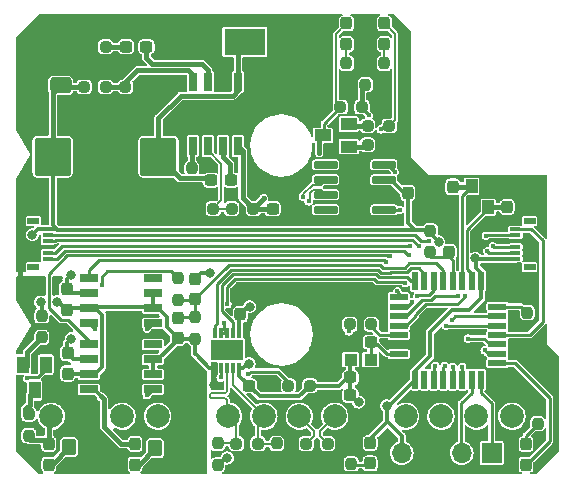
<source format=gbr>
%TF.GenerationSoftware,KiCad,Pcbnew,(5.99.0-12980-gcf6acae791)*%
%TF.CreationDate,2022-01-10T14:37:02+01:00*%
%TF.ProjectId,GRIPPER_TWO_ADVANCED_CONTROL_BOARD,47524950-5045-4525-9f54-574f5f414456,rev?*%
%TF.SameCoordinates,Original*%
%TF.FileFunction,Copper,L1,Top*%
%TF.FilePolarity,Positive*%
%FSLAX46Y46*%
G04 Gerber Fmt 4.6, Leading zero omitted, Abs format (unit mm)*
G04 Created by KiCad (PCBNEW (5.99.0-12980-gcf6acae791)) date 2022-01-10 14:37:02*
%MOMM*%
%LPD*%
G01*
G04 APERTURE LIST*
G04 Aperture macros list*
%AMRoundRect*
0 Rectangle with rounded corners*
0 $1 Rounding radius*
0 $2 $3 $4 $5 $6 $7 $8 $9 X,Y pos of 4 corners*
0 Add a 4 corners polygon primitive as box body*
4,1,4,$2,$3,$4,$5,$6,$7,$8,$9,$2,$3,0*
0 Add four circle primitives for the rounded corners*
1,1,$1+$1,$2,$3*
1,1,$1+$1,$4,$5*
1,1,$1+$1,$6,$7*
1,1,$1+$1,$8,$9*
0 Add four rect primitives between the rounded corners*
20,1,$1+$1,$2,$3,$4,$5,0*
20,1,$1+$1,$4,$5,$6,$7,0*
20,1,$1+$1,$6,$7,$8,$9,0*
20,1,$1+$1,$8,$9,$2,$3,0*%
G04 Aperture macros list end*
%TA.AperFunction,SMDPad,CuDef*%
%ADD10RoundRect,0.312200X-1.248800X-1.313300X1.248800X-1.313300X1.248800X1.313300X-1.248800X1.313300X0*%
%TD*%
%TA.AperFunction,SMDPad,CuDef*%
%ADD11RoundRect,0.237500X-0.237500X0.300000X-0.237500X-0.300000X0.237500X-0.300000X0.237500X0.300000X0*%
%TD*%
%TA.AperFunction,SMDPad,CuDef*%
%ADD12RoundRect,0.237500X-0.250000X-0.237500X0.250000X-0.237500X0.250000X0.237500X-0.250000X0.237500X0*%
%TD*%
%TA.AperFunction,SMDPad,CuDef*%
%ADD13RoundRect,0.237500X-0.300000X-0.237500X0.300000X-0.237500X0.300000X0.237500X-0.300000X0.237500X0*%
%TD*%
%TA.AperFunction,SMDPad,CuDef*%
%ADD14RoundRect,0.237500X0.237500X-0.300000X0.237500X0.300000X-0.237500X0.300000X-0.237500X-0.300000X0*%
%TD*%
%TA.AperFunction,SMDPad,CuDef*%
%ADD15RoundRect,0.237500X0.250000X0.237500X-0.250000X0.237500X-0.250000X-0.237500X0.250000X-0.237500X0*%
%TD*%
%TA.AperFunction,SMDPad,CuDef*%
%ADD16RoundRect,0.237500X0.237500X-0.287500X0.237500X0.287500X-0.237500X0.287500X-0.237500X-0.287500X0*%
%TD*%
%TA.AperFunction,SMDPad,CuDef*%
%ADD17RoundRect,0.237500X-0.237500X0.250000X-0.237500X-0.250000X0.237500X-0.250000X0.237500X0.250000X0*%
%TD*%
%TA.AperFunction,SMDPad,CuDef*%
%ADD18R,1.528000X0.650000*%
%TD*%
%TA.AperFunction,SMDPad,CuDef*%
%ADD19R,0.300000X0.850000*%
%TD*%
%TA.AperFunction,SMDPad,CuDef*%
%ADD20R,2.700000X1.750000*%
%TD*%
%TA.AperFunction,SMDPad,CuDef*%
%ADD21RoundRect,0.250000X0.650000X-0.412500X0.650000X0.412500X-0.650000X0.412500X-0.650000X-0.412500X0*%
%TD*%
%TA.AperFunction,SMDPad,CuDef*%
%ADD22RoundRect,0.237500X-0.237500X0.287500X-0.237500X-0.287500X0.237500X-0.287500X0.237500X0.287500X0*%
%TD*%
%TA.AperFunction,SMDPad,CuDef*%
%ADD23R,1.400000X1.000000*%
%TD*%
%TA.AperFunction,SMDPad,CuDef*%
%ADD24R,1.000000X0.520000*%
%TD*%
%TA.AperFunction,SMDPad,CuDef*%
%ADD25R,0.900000X0.300000*%
%TD*%
%TA.AperFunction,SMDPad,CuDef*%
%ADD26R,1.000000X1.150000*%
%TD*%
%TA.AperFunction,SMDPad,CuDef*%
%ADD27RoundRect,0.237500X0.300000X0.237500X-0.300000X0.237500X-0.300000X-0.237500X0.300000X-0.237500X0*%
%TD*%
%TA.AperFunction,SMDPad,CuDef*%
%ADD28C,0.500000*%
%TD*%
%TA.AperFunction,SMDPad,CuDef*%
%ADD29RoundRect,0.250000X0.350000X0.450000X-0.350000X0.450000X-0.350000X-0.450000X0.350000X-0.450000X0*%
%TD*%
%TA.AperFunction,SMDPad,CuDef*%
%ADD30RoundRect,0.068750X-0.206250X0.711250X-0.206250X-0.711250X0.206250X-0.711250X0.206250X0.711250X0*%
%TD*%
%TA.AperFunction,SMDPad,CuDef*%
%ADD31RoundRect,0.068750X-0.711250X-0.206250X0.711250X-0.206250X0.711250X0.206250X-0.711250X0.206250X0*%
%TD*%
%TA.AperFunction,SMDPad,CuDef*%
%ADD32RoundRect,0.068750X0.206250X-0.711250X0.206250X0.711250X-0.206250X0.711250X-0.206250X-0.711250X0*%
%TD*%
%TA.AperFunction,SMDPad,CuDef*%
%ADD33RoundRect,0.068750X0.711250X0.206250X-0.711250X0.206250X-0.711250X-0.206250X0.711250X-0.206250X0*%
%TD*%
%TA.AperFunction,SMDPad,CuDef*%
%ADD34R,3.500000X2.300000*%
%TD*%
%TA.AperFunction,SMDPad,CuDef*%
%ADD35RoundRect,0.237500X0.237500X-0.250000X0.237500X0.250000X-0.237500X0.250000X-0.237500X-0.250000X0*%
%TD*%
%TA.AperFunction,ComponentPad*%
%ADD36R,1.700000X1.700000*%
%TD*%
%TA.AperFunction,ComponentPad*%
%ADD37O,1.700000X1.700000*%
%TD*%
%TA.AperFunction,SMDPad,CuDef*%
%ADD38R,1.000000X1.400000*%
%TD*%
%TA.AperFunction,SMDPad,CuDef*%
%ADD39R,0.700000X1.525000*%
%TD*%
%TA.AperFunction,SMDPad,CuDef*%
%ADD40R,3.200000X2.400000*%
%TD*%
%TA.AperFunction,SMDPad,CuDef*%
%ADD41RoundRect,0.075000X0.910000X0.225000X-0.910000X0.225000X-0.910000X-0.225000X0.910000X-0.225000X0*%
%TD*%
%TA.AperFunction,SMDPad,CuDef*%
%ADD42R,1.100000X1.000000*%
%TD*%
%TA.AperFunction,ViaPad*%
%ADD43C,0.400000*%
%TD*%
%TA.AperFunction,ViaPad*%
%ADD44C,0.800000*%
%TD*%
%TA.AperFunction,ViaPad*%
%ADD45C,2.006400*%
%TD*%
%TA.AperFunction,Conductor*%
%ADD46C,0.380000*%
%TD*%
%TA.AperFunction,Conductor*%
%ADD47C,0.250000*%
%TD*%
%TA.AperFunction,Conductor*%
%ADD48C,0.400000*%
%TD*%
%TA.AperFunction,Conductor*%
%ADD49C,0.200000*%
%TD*%
G04 APERTURE END LIST*
%TO.C,NT1*%
G36*
X149750000Y-106700000D02*
G01*
X149250000Y-106700000D01*
X149250000Y-105700000D01*
X149750000Y-105700000D01*
X149750000Y-106700000D01*
G37*
%TD*%
D10*
%TO.P,L2,1,1*%
%TO.N,+3V3*%
X152229000Y-96200000D03*
%TO.P,L2,2,2*%
%TO.N,Net-(C14-Pad1)*%
X161171000Y-96200000D03*
%TD*%
D11*
%TO.P,C9,1,1*%
%TO.N,+3V3*%
X153400000Y-107437500D03*
%TO.P,C9,2,2*%
%TO.N,GND*%
X153400000Y-109162500D03*
%TD*%
D12*
%TO.P,R26,1*%
%TO.N,GND*%
X154887500Y-86900000D03*
%TO.P,R26,2*%
%TO.N,Net-(C13-Pad2)*%
X156712500Y-86900000D03*
%TD*%
D13*
%TO.P,C6,1,1*%
%TO.N,+3V3*%
X168837500Y-115600000D03*
%TO.P,C6,2,2*%
%TO.N,GND*%
X170562500Y-115600000D03*
%TD*%
D14*
%TO.P,C11,1*%
%TO.N,GND*%
X162800000Y-111562500D03*
%TO.P,C11,2*%
%TO.N,/VOLTAGE*%
X162800000Y-109837500D03*
%TD*%
D12*
%TO.P,R25,1*%
%TO.N,Net-(IC1-Pad4)*%
X158387500Y-90300000D03*
%TO.P,R25,2*%
%TO.N,GND*%
X160212500Y-90300000D03*
%TD*%
D15*
%TO.P,R29,1*%
%TO.N,Net-(IC1-Pad6)*%
X165812500Y-100600000D03*
%TO.P,R29,2*%
%TO.N,GND*%
X163987500Y-100600000D03*
%TD*%
D16*
%TO.P,D4,1,K*%
%TO.N,Net-(D4-Pad1)*%
X151900000Y-122275000D03*
%TO.P,D4,2,A*%
%TO.N,/24V*%
X151900000Y-120525000D03*
%TD*%
D17*
%TO.P,R20,1*%
%TO.N,Net-(D2-Pad1)*%
X180300000Y-88287500D03*
%TO.P,R20,2*%
%TO.N,GND*%
X180300000Y-90112500D03*
%TD*%
%TO.P,R9,1,1*%
%TO.N,GND*%
X151300000Y-109687500D03*
%TO.P,R9,2,2*%
%TO.N,Net-(Q1-Pad2)*%
X151300000Y-111512500D03*
%TD*%
D18*
%TO.P,U3,1,-IN*%
%TO.N,/MOTOR_2*%
X160711000Y-115905000D03*
%TO.P,U3,2,GND*%
%TO.N,GND*%
X160711000Y-114635000D03*
%TO.P,U3,3,REF2*%
X160711000Y-113365000D03*
%TO.P,U3,4,NC*%
%TO.N,unconnected-(U3-Pad4)*%
X160711000Y-112095000D03*
%TO.P,U3,5,OUT*%
%TO.N,/CURR2*%
X155289000Y-112095000D03*
%TO.P,U3,6,V+*%
%TO.N,+3V3*%
X155289000Y-113365000D03*
%TO.P,U3,7,REF1*%
%TO.N,GND*%
X155289000Y-114635000D03*
%TO.P,U3,8,+IN*%
%TO.N,/MOTOR_POWER*%
X155289000Y-115905000D03*
%TD*%
D16*
%TO.P,D2,1,K*%
%TO.N,Net-(D2-Pad1)*%
X180300000Y-86675000D03*
%TO.P,D2,2,A*%
%TO.N,/SEC_OUT*%
X180300000Y-84925000D03*
%TD*%
%TO.P,D1,1,K*%
%TO.N,Net-(D1-Pad1)*%
X177100000Y-86675000D03*
%TO.P,D1,2,A*%
%TO.N,/SEC*%
X177100000Y-84925000D03*
%TD*%
D12*
%TO.P,R24,1*%
%TO.N,+3V3*%
X154887500Y-90300000D03*
%TO.P,R24,2*%
%TO.N,Net-(IC1-Pad4)*%
X156712500Y-90300000D03*
%TD*%
D13*
%TO.P,C5,1,1*%
%TO.N,+3V3*%
X177437500Y-116400000D03*
%TO.P,C5,2,2*%
%TO.N,GND*%
X179162500Y-116400000D03*
%TD*%
D17*
%TO.P,R5,1,1*%
%TO.N,/MOTOR_POWER*%
X162800000Y-106487500D03*
%TO.P,R5,2,2*%
%TO.N,/VOLTAGE*%
X162800000Y-108312500D03*
%TD*%
D15*
%TO.P,R28,1*%
%TO.N,+12V*%
X169212500Y-100600000D03*
%TO.P,R28,2*%
%TO.N,Net-(IC1-Pad6)*%
X167387500Y-100600000D03*
%TD*%
D19*
%TO.P,U2,1,VL*%
%TO.N,+3V3*%
X168000000Y-111100000D03*
%TO.P,U2,2,R*%
%TO.N,/RS485_RX*%
X167500000Y-111100000D03*
%TO.P,U2,3,DE*%
%TO.N,/RS485_DE*%
X167000000Y-111100000D03*
%TO.P,U2,4,~{RE}*%
X166500000Y-111100000D03*
%TO.P,U2,5,D*%
%TO.N,/RS485_TX*%
X166000000Y-111100000D03*
%TO.P,U2,6,GND*%
%TO.N,GND*%
X166000000Y-114100000D03*
%TO.P,U2,7,SLR*%
%TO.N,Net-(R11-Pad2)*%
X166500000Y-114100000D03*
%TO.P,U2,8,A*%
%TO.N,/RS485-*%
X167000000Y-114100000D03*
%TO.P,U2,9,B*%
%TO.N,/RS485+*%
X167500000Y-114100000D03*
%TO.P,U2,10,VCC*%
%TO.N,+3V3*%
X168000000Y-114100000D03*
D20*
%TO.P,U2,11,EP*%
%TO.N,unconnected-(U2-Pad11)*%
X167000000Y-112600000D03*
%TD*%
D15*
%TO.P,R21,1*%
%TO.N,GND*%
X180712500Y-95200000D03*
%TO.P,R21,2*%
%TO.N,Net-(Q2-PadE)*%
X178887500Y-95200000D03*
%TD*%
D21*
%TO.P,C12,1*%
%TO.N,+3V3*%
X152900000Y-90162500D03*
%TO.P,C12,2*%
%TO.N,GND*%
X152900000Y-87037500D03*
%TD*%
D17*
%TO.P,R6,1,1*%
%TO.N,/VOLTAGE*%
X164300000Y-109787500D03*
%TO.P,R6,2,2*%
%TO.N,GND*%
X164300000Y-111612500D03*
%TD*%
D11*
%TO.P,C1,1*%
%TO.N,GND*%
X190700000Y-98737500D03*
%TO.P,C1,2*%
%TO.N,/OSC_IN*%
X190700000Y-100462500D03*
%TD*%
D15*
%TO.P,R11,1,1*%
%TO.N,+3V3*%
X174012500Y-115600000D03*
%TO.P,R11,2,2*%
%TO.N,Net-(R11-Pad2)*%
X172187500Y-115600000D03*
%TD*%
D22*
%TO.P,D3,1,K*%
%TO.N,+3V3*%
X164300000Y-106525000D03*
%TO.P,D3,2,A*%
%TO.N,/VOLTAGE*%
X164300000Y-108275000D03*
%TD*%
D23*
%TO.P,Q2,B,B*%
%TO.N,Net-(Q2-PadB)*%
X177300000Y-93450000D03*
%TO.P,Q2,C,C*%
%TO.N,/SEC*%
X175100000Y-94400000D03*
%TO.P,Q2,E,E*%
%TO.N,Net-(Q2-PadE)*%
X177300000Y-95350000D03*
%TD*%
D24*
%TO.P,J3,P$0*%
%TO.N,N/C*%
X192600000Y-101650000D03*
D25*
%TO.P,J3,P$1,P$1*%
%TO.N,/CS2*%
X191400000Y-102350000D03*
%TO.P,J3,P$2,P$2*%
%TO.N,/SPI_MISO*%
X191400000Y-102850000D03*
%TO.P,J3,P$3,P$3*%
%TO.N,GND*%
X191400000Y-103350000D03*
%TO.P,J3,P$4,P$4*%
%TO.N,/SPI_MOSI*%
X191400000Y-103850000D03*
%TO.P,J3,P$5,P$5*%
%TO.N,/SPI_CLK*%
X191400000Y-104350000D03*
%TO.P,J3,P$6,P$6*%
%TO.N,+3V3*%
X191400000Y-104850000D03*
D24*
%TO.P,J3,P$8*%
%TO.N,N/C*%
X192600000Y-105550000D03*
%TD*%
D11*
%TO.P,C8,1,1*%
%TO.N,+3V3*%
X153500000Y-112837500D03*
%TO.P,C8,2,2*%
%TO.N,GND*%
X153500000Y-114562500D03*
%TD*%
D15*
%TO.P,R4,1,1*%
%TO.N,/CAN+*%
X175512500Y-120500000D03*
%TO.P,R4,2,2*%
%TO.N,/CAN-*%
X173687500Y-120500000D03*
%TD*%
D26*
%TO.P,X1,1,1*%
%TO.N,/OSC_IN*%
X189100000Y-100475000D03*
%TO.P,X1,2,2*%
%TO.N,GND*%
X189100000Y-98725000D03*
%TO.P,X1,3,3*%
%TO.N,/OSC_OUT*%
X187700000Y-98725000D03*
%TO.P,X1,4,4*%
%TO.N,GND*%
X187700000Y-100475000D03*
%TD*%
D17*
%TO.P,R17,1*%
%TO.N,Net-(D1-Pad1)*%
X177100000Y-88287500D03*
%TO.P,R17,2*%
%TO.N,GND*%
X177100000Y-90112500D03*
%TD*%
D27*
%TO.P,C13,1*%
%TO.N,Net-(C13-Pad1)*%
X160162500Y-86900000D03*
%TO.P,C13,2*%
%TO.N,Net-(C13-Pad2)*%
X158437500Y-86900000D03*
%TD*%
D13*
%TO.P,C15,1*%
%TO.N,+12V*%
X170837500Y-100600000D03*
%TO.P,C15,2*%
%TO.N,GND*%
X172562500Y-100600000D03*
%TD*%
D16*
%TO.P,D8,1,K*%
%TO.N,Net-(D8-Pad1)*%
X159200000Y-122275000D03*
%TO.P,D8,2,A*%
%TO.N,/MOTOR_POWER*%
X159200000Y-120525000D03*
%TD*%
D17*
%TO.P,R2,1,1*%
%TO.N,/RS485+*%
X171200000Y-120487500D03*
%TO.P,R2,2,2*%
%TO.N,GND*%
X171200000Y-122312500D03*
%TD*%
D28*
%TO.P,NT1,1,1*%
%TO.N,GND*%
X149500000Y-105700000D03*
%TO.P,NT1,2,2*%
%TO.N,GNDPWR*%
X149500000Y-106700000D03*
%TD*%
D13*
%TO.P,C4,1,1*%
%TO.N,+3V3*%
X177437500Y-114900000D03*
%TO.P,C4,2,2*%
%TO.N,GND*%
X179162500Y-114900000D03*
%TD*%
D17*
%TO.P,R10,1,1*%
%TO.N,+3V3*%
X184200000Y-102487500D03*
%TO.P,R10,2,2*%
%TO.N,Net-(C22-Pad1)*%
X184200000Y-104312500D03*
%TD*%
%TO.P,R8,1,1*%
%TO.N,Net-(Q1-Pad3)*%
X150200000Y-117987500D03*
%TO.P,R8,2,2*%
%TO.N,/24V*%
X150200000Y-119812500D03*
%TD*%
D14*
%TO.P,C10,1,1*%
%TO.N,+3V3*%
X182300000Y-99262500D03*
%TO.P,C10,2,2*%
%TO.N,GND*%
X182300000Y-97537500D03*
%TD*%
D29*
%TO.P,R30,1*%
%TO.N,GNDPWR*%
X162900000Y-120900000D03*
%TO.P,R30,2*%
%TO.N,Net-(D8-Pad1)*%
X160900000Y-120900000D03*
%TD*%
D24*
%TO.P,J2,P$0*%
%TO.N,N/C*%
X150600000Y-105550000D03*
D25*
%TO.P,J2,P$1,P$1*%
%TO.N,/CS1*%
X151800000Y-104850000D03*
%TO.P,J2,P$2,P$2*%
%TO.N,/SPI_MISO*%
X151800000Y-104350000D03*
%TO.P,J2,P$3,P$3*%
%TO.N,GND*%
X151800000Y-103850000D03*
%TO.P,J2,P$4,P$4*%
%TO.N,/SPI_MOSI*%
X151800000Y-103350000D03*
%TO.P,J2,P$5,P$5*%
%TO.N,/SPI_CLK*%
X151800000Y-102850000D03*
%TO.P,J2,P$6,P$6*%
%TO.N,+3V3*%
X151800000Y-102350000D03*
D24*
%TO.P,J2,P$8*%
%TO.N,N/C*%
X150600000Y-101650000D03*
%TD*%
D30*
%TO.P,U1,1,VDD*%
%TO.N,+3V3*%
X188500000Y-106720000D03*
%TO.P,U1,2,PF0-OSC_IN*%
%TO.N,/OSC_IN*%
X187700000Y-106720000D03*
%TO.P,U1,3,PF1-OSC_OUT*%
%TO.N,/OSC_OUT*%
X186900000Y-106720000D03*
%TO.P,U1,4,PG10-NRST*%
%TO.N,Net-(C22-Pad1)*%
X186100000Y-106720000D03*
%TO.P,U1,5,PA0*%
%TO.N,/VOLTAGE*%
X185300000Y-106720000D03*
%TO.P,U1,6,PA1*%
%TO.N,/RS485_DE*%
X184500000Y-106720000D03*
%TO.P,U1,7,PA2*%
%TO.N,/RS485_TX*%
X183700000Y-106720000D03*
%TO.P,U1,8,PA3*%
%TO.N,/RS485_RX*%
X182900000Y-106720000D03*
D31*
%TO.P,U1,9,PA4*%
%TO.N,/CURR1*%
X181520000Y-108100000D03*
%TO.P,U1,10,PA5*%
%TO.N,/CURR2*%
X181520000Y-108900000D03*
%TO.P,U1,11,PA6*%
%TO.N,/SPI_MISO*%
X181520000Y-109700000D03*
%TO.P,U1,12,PA7*%
%TO.N,/SPI_MOSI*%
X181520000Y-110500000D03*
%TO.P,U1,13,PB0*%
%TO.N,/POWERON*%
X181520000Y-111300000D03*
%TO.P,U1,14,VSSA*%
%TO.N,GND*%
X181520000Y-112100000D03*
%TO.P,U1,15,VDDA/VREF+*%
%TO.N,Net-(C3-Pad1)*%
X181520000Y-112900000D03*
%TO.P,U1,16,VSS*%
%TO.N,GND*%
X181520000Y-113700000D03*
D32*
%TO.P,U1,17,VDD*%
%TO.N,+3V3*%
X182900000Y-115080000D03*
%TO.P,U1,18,PA8*%
%TO.N,unconnected-(U1-Pad18)*%
X183700000Y-115080000D03*
%TO.P,U1,19,PA9*%
%TO.N,/UART_TX*%
X184500000Y-115080000D03*
%TO.P,U1,20,PA10*%
%TO.N,/UART_RX*%
X185300000Y-115080000D03*
%TO.P,U1,21,PA11*%
%TO.N,/CAN_RX*%
X186100000Y-115080000D03*
%TO.P,U1,22,PA12*%
%TO.N,/CAN_TX*%
X186900000Y-115080000D03*
%TO.P,U1,23,PA13*%
%TO.N,/SWDIO*%
X187700000Y-115080000D03*
%TO.P,U1,24,PA14*%
%TO.N,/SWCLK*%
X188500000Y-115080000D03*
D33*
%TO.P,U1,25,PA15*%
%TO.N,/LED_ON*%
X189880000Y-113700000D03*
%TO.P,U1,26,PB3*%
%TO.N,/SPI_CLK*%
X189880000Y-112900000D03*
%TO.P,U1,27,PB4*%
%TO.N,/CS1*%
X189880000Y-112100000D03*
%TO.P,U1,28,PB5*%
%TO.N,/CS2*%
X189880000Y-111300000D03*
%TO.P,U1,29,PB6*%
%TO.N,/SEC_IN*%
X189880000Y-110500000D03*
%TO.P,U1,30,PB7*%
%TO.N,/SEC_OUT*%
X189880000Y-109700000D03*
%TO.P,U1,31,PB8-BOOT0*%
%TO.N,Net-(R13-Pad1)*%
X189880000Y-108900000D03*
%TO.P,U1,32,VSS*%
%TO.N,GND*%
X189880000Y-108100000D03*
%TD*%
D22*
%TO.P,D6,1,K*%
%TO.N,Net-(D6-Pad1)*%
X192300000Y-120525000D03*
%TO.P,D6,2,A*%
%TO.N,/LED_ON*%
X192300000Y-122275000D03*
%TD*%
D34*
%TO.P,D7,1,K*%
%TO.N,Net-(C14-Pad1)*%
X168500000Y-86500000D03*
%TO.P,D7,2,A*%
%TO.N,GND*%
X163100000Y-86500000D03*
%TD*%
D15*
%TO.P,R7,1,1*%
%TO.N,/POWERON*%
X179212500Y-110400000D03*
%TO.P,R7,2,2*%
%TO.N,Net-(Q1-Pad1)*%
X177387500Y-110400000D03*
%TD*%
D17*
%TO.P,R16,1*%
%TO.N,GND*%
X178700000Y-88287500D03*
%TO.P,R16,2*%
%TO.N,/SEC_IN*%
X178700000Y-90112500D03*
%TD*%
D12*
%TO.P,R3,1,1*%
%TO.N,/RS485-*%
X167787500Y-120500000D03*
%TO.P,R3,2,2*%
%TO.N,/RS485+*%
X169612500Y-120500000D03*
%TD*%
D17*
%TO.P,R22,1*%
%TO.N,GND*%
X177500000Y-120387500D03*
%TO.P,R22,2*%
%TO.N,Net-(D5-Pad1)*%
X177500000Y-122212500D03*
%TD*%
D14*
%TO.P,C2,1*%
%TO.N,GND*%
X186100000Y-100462500D03*
%TO.P,C2,2*%
%TO.N,/OSC_OUT*%
X186100000Y-98737500D03*
%TD*%
D16*
%TO.P,D5,1,K*%
%TO.N,Net-(D5-Pad1)*%
X179100000Y-122175000D03*
%TO.P,D5,2,A*%
%TO.N,+3V3*%
X179100000Y-120425000D03*
%TD*%
D14*
%TO.P,C22,1,1*%
%TO.N,Net-(C22-Pad1)*%
X185800000Y-104262500D03*
%TO.P,C22,2,2*%
%TO.N,GND*%
X185800000Y-102537500D03*
%TD*%
D17*
%TO.P,R23,1*%
%TO.N,GND*%
X193300000Y-116987500D03*
%TO.P,R23,2*%
%TO.N,Net-(D6-Pad1)*%
X193300000Y-118812500D03*
%TD*%
D14*
%TO.P,C7,1,1*%
%TO.N,+3V3*%
X168100000Y-109562500D03*
%TO.P,C7,2,2*%
%TO.N,GND*%
X168100000Y-107837500D03*
%TD*%
D35*
%TO.P,R1,1,1*%
%TO.N,+3V3*%
X166200000Y-122312500D03*
%TO.P,R1,2,2*%
%TO.N,/RS485-*%
X166200000Y-120487500D03*
%TD*%
D17*
%TO.P,R27,1*%
%TO.N,Net-(IC1-Pad5)*%
X164000000Y-97187500D03*
%TO.P,R27,2*%
%TO.N,GND*%
X164000000Y-99012500D03*
%TD*%
D27*
%TO.P,C3,1,1*%
%TO.N,Net-(C3-Pad1)*%
X179162500Y-111900000D03*
%TO.P,C3,2,2*%
%TO.N,GND*%
X177437500Y-111900000D03*
%TD*%
D18*
%TO.P,U6,1,-IN*%
%TO.N,/MOTOR_1*%
X160722000Y-110305000D03*
%TO.P,U6,2,GND*%
%TO.N,GND*%
X160722000Y-109035000D03*
%TO.P,U6,3,REF2*%
X160722000Y-107765000D03*
%TO.P,U6,4,NC*%
%TO.N,unconnected-(U6-Pad4)*%
X160722000Y-106495000D03*
%TO.P,U6,5,OUT*%
%TO.N,/CURR1*%
X155300000Y-106495000D03*
%TO.P,U6,6,V+*%
%TO.N,+3V3*%
X155300000Y-107765000D03*
%TO.P,U6,7,REF1*%
%TO.N,GND*%
X155300000Y-109035000D03*
%TO.P,U6,8,+IN*%
%TO.N,/MOTOR_POWER*%
X155300000Y-110305000D03*
%TD*%
D35*
%TO.P,R13,1,1*%
%TO.N,Net-(R13-Pad1)*%
X192400000Y-109412500D03*
%TO.P,R13,2,2*%
%TO.N,GND*%
X192400000Y-107587500D03*
%TD*%
D13*
%TO.P,C14,1*%
%TO.N,Net-(C14-Pad1)*%
X165637500Y-98200000D03*
%TO.P,C14,2*%
%TO.N,Net-(C14-Pad2)*%
X167362500Y-98200000D03*
%TD*%
D36*
%TO.P,J1,1,Pin_1*%
%TO.N,/SWCLK*%
X189400000Y-121300000D03*
D37*
%TO.P,J1,2,Pin_2*%
%TO.N,/SWDIO*%
X186860000Y-121300000D03*
%TO.P,J1,3,Pin_3*%
%TO.N,GND*%
X184320000Y-121300000D03*
%TO.P,J1,4,Pin_4*%
%TO.N,+3V3*%
X181780000Y-121300000D03*
%TD*%
D15*
%TO.P,R19,1*%
%TO.N,/SEC_OUT*%
X180712500Y-93600000D03*
%TO.P,R19,2*%
%TO.N,Net-(Q2-PadB)*%
X178887500Y-93600000D03*
%TD*%
D38*
%TO.P,Q1,1,B*%
%TO.N,Net-(Q1-Pad1)*%
X151650000Y-113800000D03*
%TO.P,Q1,2,E*%
%TO.N,Net-(Q1-Pad2)*%
X149750000Y-113800000D03*
%TO.P,Q1,3,C*%
%TO.N,Net-(Q1-Pad3)*%
X150700000Y-116000000D03*
%TD*%
D29*
%TO.P,R14,1*%
%TO.N,GNDPWR*%
X155600000Y-120800000D03*
%TO.P,R14,2*%
%TO.N,Net-(D4-Pad1)*%
X153600000Y-120800000D03*
%TD*%
D15*
%TO.P,R18,1*%
%TO.N,/SEC_IN*%
X178412500Y-92000000D03*
%TO.P,R18,2*%
%TO.N,/SEC*%
X176587500Y-92000000D03*
%TD*%
D39*
%TO.P,IC1,1,LX*%
%TO.N,Net-(C14-Pad1)*%
X167905000Y-89888000D03*
%TO.P,IC1,2,GND*%
%TO.N,GND*%
X166635000Y-89888000D03*
%TO.P,IC1,3,VC*%
%TO.N,Net-(C13-Pad1)*%
X165365000Y-89888000D03*
%TO.P,IC1,4,FB*%
%TO.N,Net-(IC1-Pad4)*%
X164095000Y-89888000D03*
%TO.P,IC1,5,RT*%
%TO.N,Net-(IC1-Pad5)*%
X164095000Y-95312000D03*
%TO.P,IC1,6,EN*%
%TO.N,Net-(IC1-Pad6)*%
X165365000Y-95312000D03*
%TO.P,IC1,7,BST*%
%TO.N,Net-(C14-Pad2)*%
X166635000Y-95312000D03*
%TO.P,IC1,8,VCC*%
%TO.N,+12V*%
X167905000Y-95312000D03*
D40*
%TO.P,IC1,9,EP*%
%TO.N,GND*%
X166000000Y-92600000D03*
%TD*%
D41*
%TO.P,U4,1,TXD*%
%TO.N,/CAN_TX*%
X180270000Y-100705000D03*
%TO.P,U4,2,GND*%
%TO.N,GND*%
X180270000Y-99435000D03*
%TO.P,U4,3,VCC*%
%TO.N,+3V3*%
X180270000Y-98165000D03*
%TO.P,U4,4,RXD*%
%TO.N,/CAN_RX*%
X180270000Y-96895000D03*
%TO.P,U4,5*%
%TO.N,N/C*%
X175330000Y-96895000D03*
%TO.P,U4,6,CANL*%
%TO.N,/CAN-*%
X175330000Y-98165000D03*
%TO.P,U4,7,CANH*%
%TO.N,/CAN+*%
X175330000Y-99435000D03*
%TO.P,U4,8*%
%TO.N,N/C*%
X175330000Y-100705000D03*
%TD*%
D42*
%TO.P,L1,1,1*%
%TO.N,+3V3*%
X177450000Y-113400000D03*
%TO.P,L1,2,2*%
%TO.N,Net-(C3-Pad1)*%
X179150000Y-113400000D03*
%TD*%
D43*
%TO.N,GND*%
X150600000Y-100100000D03*
D44*
X177400000Y-97300000D03*
X165900000Y-115573100D03*
D43*
X149900000Y-100100000D03*
D44*
X152576900Y-108478300D03*
X187800000Y-113200000D03*
X180500000Y-114600000D03*
D43*
X150600000Y-99400000D03*
D44*
X177400000Y-99700000D03*
X176003820Y-113900000D03*
D43*
X173500000Y-84600000D03*
D44*
X193300000Y-112200000D03*
D43*
X150700000Y-91900000D03*
D44*
X183700000Y-101200000D03*
X151200000Y-108500000D03*
D43*
X172800000Y-84600000D03*
D44*
X183000000Y-112800000D03*
X190400000Y-106200000D03*
X176003820Y-112300000D03*
X190400000Y-115500000D03*
D43*
X174200000Y-84600000D03*
X150700000Y-92600000D03*
X149900000Y-99400000D03*
X150000000Y-91900000D03*
D44*
X184100000Y-109400000D03*
X185800000Y-112500000D03*
D43*
X174200000Y-85300000D03*
D44*
X173700000Y-122600000D03*
X177400000Y-98500000D03*
X169200000Y-122600000D03*
X185800000Y-111200000D03*
X179100000Y-108700000D03*
X177900000Y-107500000D03*
D43*
X150000000Y-92600000D03*
X173500000Y-85300000D03*
D44*
X168100000Y-122600000D03*
D45*
X179100000Y-118200000D03*
D44*
X180500000Y-115800000D03*
X169900000Y-115100000D03*
X184700000Y-101200000D03*
D43*
X172800000Y-85300000D03*
%TO.N,Net-(Q1-Pad1)*%
X177300000Y-111000000D03*
X150088719Y-114966157D03*
%TO.N,Net-(Q1-Pad3)*%
X150300000Y-117200000D03*
D45*
%TO.N,/24V*%
X152100000Y-118177200D03*
D43*
%TO.N,/MOTOR_POWER*%
X156365902Y-107100000D03*
X155811000Y-110800000D03*
X156300000Y-116500000D03*
D45*
%TO.N,/RS485-*%
X167100000Y-118177200D03*
%TO.N,/RS485+*%
X170100000Y-118177200D03*
%TO.N,/CAN+*%
X176100000Y-118177200D03*
D43*
X173894455Y-99994455D03*
X173894455Y-99994455D03*
%TO.N,/CAN-*%
X173400000Y-99600000D03*
D45*
X173100000Y-118177200D03*
D43*
X173400000Y-99600000D03*
%TO.N,/CS1*%
X187376900Y-111600000D03*
X182400000Y-104500000D03*
%TO.N,/SPI_CLK*%
X188800000Y-112600000D03*
X189000000Y-104200000D03*
X184086366Y-103352730D03*
%TO.N,/SPI_MISO*%
X186501864Y-108000000D03*
X182500000Y-103800000D03*
X188900000Y-102900000D03*
%TO.N,/SPI_MOSI*%
X183200000Y-103800000D03*
X187100000Y-108000000D03*
X189500000Y-103800000D03*
%TO.N,/RS485_DE*%
X183100000Y-108000000D03*
X166700000Y-110268904D03*
X167024981Y-108700000D03*
X182066928Y-106913812D03*
%TO.N,/CURR1*%
X181402111Y-107597889D03*
X180462780Y-105137220D03*
%TO.N,/CURR2*%
X182612780Y-108512780D03*
X180825121Y-104641338D03*
%TO.N,/CAN_RX*%
X181200000Y-97500000D03*
X186100000Y-114000000D03*
%TO.N,/CAN_TX*%
X186900000Y-114000000D03*
X181600598Y-100700716D03*
%TO.N,/MOTOR_1*%
X160211000Y-110800000D03*
D45*
X158100000Y-118177200D03*
D43*
%TO.N,/MOTOR_2*%
X160200000Y-116400000D03*
D45*
X161100000Y-118177200D03*
D43*
%TO.N,/SEC_IN*%
X185500000Y-110500000D03*
X179000000Y-92700000D03*
%TO.N,/SEC_OUT*%
X185994380Y-110005620D03*
X180000000Y-93900000D03*
D44*
%TO.N,+3V3*%
X150500000Y-102800000D03*
X165518759Y-106018759D03*
X184900000Y-103400000D03*
X188000000Y-104800000D03*
X178142150Y-116974902D03*
X180500000Y-117300000D03*
X167000000Y-121718069D03*
X153800000Y-106200000D03*
X168842991Y-113723100D03*
X153800000Y-111600000D03*
X168900000Y-108900000D03*
D43*
%TO.N,GNDPWR*%
X152400000Y-110400000D03*
X149400000Y-115600000D03*
D45*
X155100000Y-118200000D03*
D43*
X152400000Y-111000000D03*
X150400000Y-107200000D03*
X151100000Y-106600000D03*
X152400000Y-106600000D03*
X149400000Y-116200000D03*
X152400000Y-111700000D03*
X150400000Y-106600000D03*
X149400000Y-115000000D03*
X151100000Y-107200000D03*
X152400000Y-107200000D03*
%TO.N,Net-(R11-Pad2)*%
X168800000Y-114600000D03*
X166441900Y-114900000D03*
%TO.N,/SEC*%
X174800000Y-95900000D03*
D45*
X185100000Y-118177200D03*
D43*
%TO.N,/UART_TX*%
X184600000Y-113900000D03*
D45*
X188100000Y-118178000D03*
D43*
%TO.N,/UART_RX*%
X185400000Y-113900000D03*
D45*
X191100000Y-118177200D03*
%TO.N,+12V*%
X182100000Y-118177200D03*
D43*
X170100000Y-99700000D03*
%TD*%
D46*
%TO.N,GND*%
X165900000Y-114200000D02*
X166000000Y-114100000D01*
X155300000Y-109035000D02*
X155835000Y-109035000D01*
X164300000Y-111612500D02*
X164300000Y-112930000D01*
X156400000Y-110971911D02*
X156400000Y-114026822D01*
X160722000Y-107765000D02*
X160722000Y-109035000D01*
X164300000Y-111612500D02*
X162850000Y-111612500D01*
X160722000Y-109035000D02*
X161161000Y-109035000D01*
X164330000Y-112930000D02*
X165500000Y-114100000D01*
X155300000Y-109035000D02*
X153527500Y-109035000D01*
X160722000Y-109035000D02*
X160587000Y-108900000D01*
X160711000Y-113365000D02*
X161150000Y-113365000D01*
X153527500Y-109035000D02*
X153400000Y-109162500D01*
X164300000Y-112930000D02*
X164330000Y-112930000D01*
X156400000Y-114026822D02*
X155791822Y-114635000D01*
X156405911Y-110966000D02*
X156400000Y-110971911D01*
X152576900Y-108478300D02*
X152715800Y-108478300D01*
X161161000Y-109035000D02*
X161900000Y-109774000D01*
X161150000Y-113365000D02*
X162800000Y-111715000D01*
X155435000Y-108900000D02*
X155300000Y-109035000D01*
X155216500Y-114562500D02*
X155289000Y-114635000D01*
X155791822Y-114635000D02*
X155289000Y-114635000D01*
X156405911Y-109605911D02*
X156405911Y-110966000D01*
X153400000Y-114562500D02*
X155216500Y-114562500D01*
X151300000Y-108600000D02*
X151300000Y-109687500D01*
X161900000Y-109774000D02*
X161900000Y-110662500D01*
X160587000Y-108900000D02*
X155435000Y-108900000D01*
X162800000Y-111715000D02*
X162800000Y-111562500D01*
X152715800Y-108478300D02*
X153400000Y-109162500D01*
X161900000Y-110662500D02*
X162800000Y-111562500D01*
X165500000Y-114100000D02*
X166000000Y-114100000D01*
X155835000Y-109035000D02*
X156405911Y-109605911D01*
X162850000Y-111612500D02*
X162800000Y-111562500D01*
X151200000Y-108500000D02*
X151300000Y-108600000D01*
X165900000Y-115573100D02*
X165900000Y-114200000D01*
X160711000Y-114635000D02*
X160711000Y-113365000D01*
D47*
%TO.N,Net-(C3-Pad1)*%
X180500000Y-112900000D02*
X181520000Y-112900000D01*
X179700000Y-112100000D02*
X180500000Y-112900000D01*
X179162500Y-112100000D02*
X179700000Y-112100000D01*
X179150000Y-113400000D02*
X179150000Y-112112500D01*
X179150000Y-112112500D02*
X179162500Y-112100000D01*
%TO.N,Net-(C22-Pad1)*%
X186100000Y-104962500D02*
X185800000Y-104662500D01*
X184200000Y-104712500D02*
X185750000Y-104712500D01*
X186100000Y-106720000D02*
X186100000Y-104962500D01*
X185750000Y-104712500D02*
X185800000Y-104662500D01*
%TO.N,Net-(Q1-Pad1)*%
X150177965Y-114876911D02*
X150973089Y-114876911D01*
X177300000Y-111000000D02*
X177300000Y-110487500D01*
X150088719Y-114966157D02*
X150177965Y-114876911D01*
X150973089Y-114876911D02*
X151950000Y-113900000D01*
X177300000Y-110487500D02*
X177387500Y-110400000D01*
D48*
%TO.N,Net-(Q1-Pad2)*%
X150050000Y-113900000D02*
X150050000Y-112762500D01*
X150050000Y-112762500D02*
X151300000Y-111512500D01*
%TO.N,Net-(Q1-Pad3)*%
X150300000Y-117200000D02*
X149900000Y-117600000D01*
X150300000Y-116400000D02*
X150700000Y-116000000D01*
X149900000Y-117600000D02*
X149900000Y-117987500D01*
X150300000Y-117200000D02*
X150300000Y-116400000D01*
%TO.N,/24V*%
X151900000Y-118377200D02*
X152100000Y-118177200D01*
X150287500Y-120200000D02*
X151575000Y-120200000D01*
X151575000Y-120200000D02*
X151900000Y-120525000D01*
X151900000Y-120525000D02*
X151900000Y-118377200D01*
X149900000Y-119812500D02*
X150287500Y-120200000D01*
D47*
%TO.N,/MOTOR_POWER*%
X156365902Y-107100000D02*
X156365902Y-106353009D01*
D48*
X159200000Y-120525000D02*
X158025000Y-120525000D01*
D47*
X156825822Y-105893089D02*
X162205589Y-105893089D01*
X155705000Y-115905000D02*
X155289000Y-115905000D01*
D48*
X156550000Y-119050000D02*
X156550000Y-116750000D01*
D47*
X156300000Y-116500000D02*
X155705000Y-115905000D01*
X162205589Y-105893089D02*
X162800000Y-106487500D01*
X155300000Y-110305000D02*
X155316000Y-110305000D01*
X155316000Y-110305000D02*
X155811000Y-110800000D01*
X156365902Y-106353009D02*
X156825822Y-105893089D01*
D48*
X158025000Y-120525000D02*
X156550000Y-119050000D01*
X156550000Y-116750000D02*
X156300000Y-116500000D01*
D49*
%TO.N,/RS485-*%
X167000000Y-116950000D02*
X167000000Y-118077200D01*
X165741168Y-116675000D02*
X166775000Y-116675000D01*
X167000000Y-118077200D02*
X167100000Y-118177200D01*
X166200000Y-120487500D02*
X167775000Y-120487500D01*
X167000000Y-116900000D02*
X167000000Y-116950000D01*
X167787500Y-120500000D02*
X167787500Y-118864700D01*
X167000000Y-114100000D02*
X167000000Y-116000000D01*
X167787500Y-118864700D02*
X167100000Y-118177200D01*
X167775000Y-120487500D02*
X167787500Y-120500000D01*
X166775000Y-116225000D02*
X165741168Y-116225000D01*
X166775000Y-116225000D02*
G75*
G03*
X167000000Y-116000000I0J225000D01*
G01*
X165516168Y-116450000D02*
G75*
G02*
X165741168Y-116225000I225000J0D01*
G01*
X165741168Y-116675000D02*
G75*
G02*
X165516168Y-116450000I0J225000D01*
G01*
X167000000Y-116900000D02*
G75*
G03*
X166775000Y-116675000I-225000J0D01*
G01*
%TO.N,/RS485+*%
X169612500Y-120500000D02*
X169612500Y-118664700D01*
X169612500Y-120500000D02*
X171187500Y-120500000D01*
X169612500Y-118664700D02*
X170100000Y-118177200D01*
X167500000Y-115577200D02*
X170100000Y-118177200D01*
X167500000Y-114100000D02*
X167500000Y-115577200D01*
X171187500Y-120500000D02*
X171200000Y-120487500D01*
%TO.N,/CAN+*%
X175512500Y-120500000D02*
X174825001Y-119812501D01*
X174920001Y-99025001D02*
X174274999Y-99025001D01*
X175330000Y-99435000D02*
X174920001Y-99025001D01*
X174000000Y-99300000D02*
X174000000Y-99888910D01*
X174274999Y-99025001D02*
X174000000Y-99300000D01*
X174825001Y-119452199D02*
X176100000Y-118177200D01*
X174825001Y-119812501D02*
X174825001Y-119452199D01*
X174000000Y-99888910D02*
X173894455Y-99994455D01*
%TO.N,/CAN-*%
X173400000Y-99402310D02*
X173400000Y-99600000D01*
X174920001Y-98574999D02*
X174227311Y-98574999D01*
X173687500Y-120500000D02*
X174374999Y-119812501D01*
X174374999Y-119812501D02*
X174374999Y-119452199D01*
X175330000Y-98165000D02*
X174920001Y-98574999D01*
X174227311Y-98574999D02*
X173400000Y-99402310D01*
X174374999Y-119452199D02*
X173100000Y-118177200D01*
D47*
%TO.N,/VOLTAGE*%
X184698081Y-105198081D02*
X182433518Y-105198082D01*
X164300000Y-109787500D02*
X162850000Y-109787500D01*
X164262500Y-108312500D02*
X164300000Y-108275000D01*
X180210387Y-105614131D02*
X179955856Y-105359600D01*
X185300000Y-106720000D02*
X185300000Y-105800000D01*
X180660324Y-105614131D02*
X180210387Y-105614131D01*
X180674455Y-105600000D02*
X180660324Y-105614131D01*
X162800000Y-108312500D02*
X164262500Y-108312500D01*
X164300000Y-108212500D02*
X164300000Y-109787500D01*
X167135200Y-105359600D02*
X164312500Y-108182300D01*
X179955856Y-105359600D02*
X167135200Y-105359600D01*
X164312500Y-108182300D02*
X164312500Y-108200000D01*
X162850000Y-109787500D02*
X162800000Y-109837500D01*
X164312500Y-108200000D02*
X164300000Y-108212500D01*
X182433518Y-105198082D02*
X182031600Y-105600000D01*
X182031600Y-105600000D02*
X180674455Y-105600000D01*
X185300000Y-105800000D02*
X184698081Y-105198081D01*
%TO.N,/POWERON*%
X179912500Y-111300000D02*
X179212500Y-110600000D01*
X181520000Y-111300000D02*
X179912500Y-111300000D01*
%TO.N,Net-(R13-Pad1)*%
X192400000Y-109412500D02*
X191887500Y-108900000D01*
X191887500Y-108900000D02*
X189880000Y-108900000D01*
%TO.N,/CS1*%
X187376900Y-111600000D02*
X188771744Y-111600000D01*
X152550000Y-104850000D02*
X151800000Y-104850000D01*
X188771744Y-111600000D02*
X189271744Y-112100000D01*
X182400000Y-104500000D02*
X182300000Y-104500000D01*
X189271744Y-112100000D02*
X189880000Y-112100000D01*
X181953840Y-104153840D02*
X153246160Y-104153840D01*
X153246160Y-104153840D02*
X152550000Y-104850000D01*
X182300000Y-104500000D02*
X181953840Y-104153840D01*
%TO.N,/CS2*%
X192750000Y-102350000D02*
X193700000Y-103300000D01*
X191400000Y-102350000D02*
X192750000Y-102350000D01*
X193700000Y-103300000D02*
X193700000Y-110200000D01*
X193700000Y-110200000D02*
X192600000Y-111300000D01*
X192600000Y-111300000D02*
X189880000Y-111300000D01*
%TO.N,/SPI_CLK*%
X184086366Y-103352730D02*
X183443650Y-103352730D01*
X189100000Y-112900000D02*
X189880000Y-112900000D01*
X188800000Y-112600000D02*
X189100000Y-112900000D01*
X189150000Y-104350000D02*
X191400000Y-104350000D01*
X182940920Y-102850000D02*
X151800000Y-102850000D01*
X183443650Y-103352730D02*
X182940920Y-102850000D01*
X189000000Y-104200000D02*
X189150000Y-104350000D01*
%TO.N,/SPI_MISO*%
X182500000Y-103800000D02*
X182451920Y-103751920D01*
X184568400Y-108000000D02*
X184266480Y-108301920D01*
X182451920Y-103751920D02*
X153048080Y-103751920D01*
X186501864Y-108000000D02*
X184568400Y-108000000D01*
X183526336Y-108301920D02*
X182128256Y-109700000D01*
X184266480Y-108301920D02*
X183526336Y-108301920D01*
X188950000Y-102850000D02*
X191400000Y-102850000D01*
X153048080Y-103751920D02*
X152450000Y-104350000D01*
X188900000Y-102900000D02*
X188950000Y-102850000D01*
X152450000Y-104350000D02*
X151800000Y-104350000D01*
X182128256Y-109700000D02*
X181520000Y-109700000D01*
%TO.N,/SPI_MOSI*%
X183200000Y-103800000D02*
X182651920Y-103251920D01*
X183796160Y-108703840D02*
X182978840Y-109521160D01*
X182651920Y-103251920D02*
X152526911Y-103251920D01*
X189500000Y-103800000D02*
X189550000Y-103850000D01*
X182128256Y-110500000D02*
X181520000Y-110500000D01*
X189550000Y-103850000D02*
X191400000Y-103850000D01*
X187100000Y-108000000D02*
X187100000Y-108076319D01*
X187100000Y-108076319D02*
X186472479Y-108703840D01*
X186472479Y-108703840D02*
X183796160Y-108703840D01*
X152526911Y-103251920D02*
X152428831Y-103350000D01*
X182978840Y-109521160D02*
X182978840Y-109649416D01*
X152428831Y-103350000D02*
X151800000Y-103350000D01*
X182978840Y-109649416D02*
X182128256Y-110500000D01*
%TO.N,/RS485_DE*%
X179456416Y-106565360D02*
X167634640Y-106565360D01*
X181173895Y-106805760D02*
X181159765Y-106819890D01*
X181958876Y-106805760D02*
X181173895Y-106805760D01*
X179710946Y-106819890D02*
X179456416Y-106565360D01*
X184100000Y-107900000D02*
X184500000Y-107500000D01*
X183199999Y-107900001D02*
X184100000Y-107900000D01*
X167000000Y-107200000D02*
X167000000Y-108675019D01*
X181159765Y-106819890D02*
X179710946Y-106819890D01*
X184500000Y-107500000D02*
X184500000Y-106720000D01*
X167000000Y-108675019D02*
X167024981Y-108700000D01*
X166700000Y-110268904D02*
X166700000Y-110800000D01*
X167634640Y-106565360D02*
X167000000Y-107200000D01*
X183100000Y-108000000D02*
X183199999Y-107900001D01*
X167000000Y-111100000D02*
X166500000Y-111100000D01*
X166700000Y-110800000D02*
X167000000Y-111100000D01*
X182066928Y-106913812D02*
X181958876Y-106805760D01*
%TO.N,/RS485_TX*%
X167301678Y-105761522D02*
X166100000Y-106963200D01*
X182198080Y-106001920D02*
X180840935Y-106001920D01*
X166000000Y-110471178D02*
X166000000Y-111100000D01*
X179789376Y-105761520D02*
X167301678Y-105761522D01*
X183700000Y-106100000D02*
X183200001Y-105600001D01*
X183200001Y-105600001D02*
X182599999Y-105600001D01*
X182599999Y-105600001D02*
X182198080Y-106001920D01*
X180840935Y-106001920D02*
X180826804Y-106016051D01*
X180826804Y-106016051D02*
X180043907Y-106016051D01*
X166100000Y-110371178D02*
X166000000Y-110471178D01*
X180043907Y-106016051D02*
X179789376Y-105761520D01*
X183700000Y-106720000D02*
X183700000Y-106100000D01*
X166100000Y-106963200D02*
X166100000Y-110371178D01*
%TO.N,/CURR1*%
X155300000Y-105800000D02*
X155300000Y-106495000D01*
X180283240Y-104957680D02*
X156142320Y-104957680D01*
X180462780Y-105137220D02*
X180283240Y-104957680D01*
X181402111Y-107597889D02*
X181520000Y-107715778D01*
X156142320Y-104957680D02*
X155300000Y-105800000D01*
X181520000Y-107715778D02*
X181520000Y-108100000D01*
%TO.N,/CURR2*%
X155289000Y-111789000D02*
X155289000Y-112095000D01*
X180555760Y-104555760D02*
X153444240Y-104555760D01*
X180825121Y-104641338D02*
X180641338Y-104641338D01*
X151900000Y-109000000D02*
X152900000Y-110000000D01*
X182225560Y-108900000D02*
X181520000Y-108900000D01*
X182612780Y-108512780D02*
X182225560Y-108900000D01*
X153444240Y-104555760D02*
X151900000Y-106100000D01*
X180641338Y-104641338D02*
X180555760Y-104555760D01*
X151900000Y-106100000D02*
X151900000Y-109000000D01*
X153500000Y-110000000D02*
X155289000Y-111789000D01*
X181520000Y-108900000D02*
X180911744Y-108900000D01*
X152900000Y-110000000D02*
X153500000Y-110000000D01*
%TO.N,/CAN_RX*%
X180634768Y-96895000D02*
X180070000Y-96895000D01*
X186100000Y-114000000D02*
X186100000Y-115080000D01*
X181200000Y-97500000D02*
X181200000Y-97460232D01*
X181200000Y-97460232D02*
X180634768Y-96895000D01*
%TO.N,/CAN_TX*%
X181600598Y-100700716D02*
X181596314Y-100705000D01*
X181596314Y-100705000D02*
X180070000Y-100705000D01*
X186900000Y-114000000D02*
X186900000Y-115080000D01*
%TO.N,/SWDIO*%
X186900000Y-121260000D02*
X186860000Y-121300000D01*
X187700000Y-115080000D02*
X187700000Y-116200000D01*
X187700000Y-116200000D02*
X186819889Y-117080111D01*
X186819889Y-121259889D02*
X186860000Y-121300000D01*
X186819889Y-117080111D02*
X186819889Y-121259889D01*
%TO.N,/SWCLK*%
X189400000Y-117100000D02*
X189400000Y-121300000D01*
X188800000Y-121260000D02*
X188760000Y-121300000D01*
X188500000Y-115080000D02*
X188500000Y-116200000D01*
X188500000Y-116200000D02*
X189400000Y-117100000D01*
%TO.N,/MOTOR_1*%
X160706000Y-110305000D02*
X160722000Y-110305000D01*
X160211000Y-110800000D02*
X160706000Y-110305000D01*
%TO.N,/MOTOR_2*%
X160695000Y-115905000D02*
X160711000Y-115905000D01*
X160200000Y-116400000D02*
X160695000Y-115905000D01*
D49*
%TO.N,Net-(D1-Pad1)*%
X177100000Y-88287500D02*
X177100000Y-86675000D01*
%TO.N,Net-(D2-Pad1)*%
X180300000Y-88287500D02*
X180300000Y-86675000D01*
D47*
%TO.N,/SEC_IN*%
X185500000Y-110500000D02*
X189880000Y-110500000D01*
X178412500Y-92112500D02*
X178412500Y-92000000D01*
D48*
X178400000Y-91987500D02*
X178412500Y-92000000D01*
X178400000Y-90412500D02*
X178400000Y-91987500D01*
D47*
X179000000Y-92700000D02*
X178412500Y-92112500D01*
D48*
X178700000Y-90112500D02*
X178400000Y-90412500D01*
D49*
%TO.N,/SEC_OUT*%
X181200000Y-93112500D02*
X180712500Y-93600000D01*
D47*
X186300000Y-109700000D02*
X189880000Y-109700000D01*
D49*
X181200000Y-85800000D02*
X181200000Y-93112500D01*
X180300000Y-84925000D02*
X180325000Y-84925000D01*
D47*
X180300000Y-93600000D02*
X180712500Y-93600000D01*
X180000000Y-93900000D02*
X180300000Y-93600000D01*
D49*
X180325000Y-84925000D02*
X181200000Y-85800000D01*
D47*
X185994380Y-110005620D02*
X186300000Y-109700000D01*
D48*
%TO.N,Net-(Q2-PadB)*%
X178887500Y-93600000D02*
X177450000Y-93600000D01*
X177450000Y-93600000D02*
X177300000Y-93450000D01*
%TO.N,Net-(Q2-PadE)*%
X178737500Y-95350000D02*
X178887500Y-95200000D01*
X177300000Y-95350000D02*
X178737500Y-95350000D01*
D46*
%TO.N,+3V3*%
X153800000Y-106200000D02*
X153400000Y-106600000D01*
X152558831Y-102350000D02*
X152229000Y-102020169D01*
X184200000Y-102487500D02*
X184200000Y-102700000D01*
X182900000Y-115100000D02*
X182900000Y-115080000D01*
X180700000Y-117300000D02*
X182900000Y-115100000D01*
X168762500Y-108900000D02*
X168100000Y-109562500D01*
X164806241Y-106018759D02*
X164300000Y-106525000D01*
X179100000Y-120102275D02*
X179100000Y-120525000D01*
X168900000Y-108900000D02*
X168762500Y-108900000D01*
D48*
X152229000Y-90833500D02*
X152900000Y-90162500D01*
D46*
X168651911Y-113776911D02*
X168328822Y-114100000D01*
X187500000Y-109200000D02*
X188500000Y-108200000D01*
X180500000Y-117300000D02*
X180700000Y-117300000D01*
X153400000Y-112000000D02*
X153400000Y-112837500D01*
X184200000Y-102700000D02*
X184900000Y-103400000D01*
X166794431Y-121718069D02*
X166200000Y-122312500D01*
X155300000Y-107765000D02*
X153727500Y-107765000D01*
X188000000Y-104800000D02*
X188050000Y-104850000D01*
X180070000Y-98165000D02*
X180865000Y-98165000D01*
X177450000Y-113400000D02*
X177437500Y-113412500D01*
X188500000Y-108200000D02*
X188500000Y-106720000D01*
X182900000Y-114379820D02*
X184200000Y-113079820D01*
X184200000Y-113079820D02*
X184200000Y-111033621D01*
X177437500Y-113412500D02*
X177437500Y-116400000D01*
D48*
X152229000Y-96200000D02*
X152229000Y-90833500D01*
D46*
X180500000Y-117300000D02*
X180500000Y-118600000D01*
X176500000Y-115600000D02*
X177200000Y-114900000D01*
X182883080Y-102383080D02*
X184095580Y-102383080D01*
X153800000Y-111600000D02*
X153400000Y-112000000D01*
X152558831Y-102350000D02*
X152591911Y-102383080D01*
X180500000Y-118600000D02*
X180500000Y-118702275D01*
X153727500Y-107765000D02*
X153400000Y-107437500D01*
X181780000Y-119880000D02*
X181780000Y-121300000D01*
X186033621Y-109200000D02*
X187500000Y-109200000D01*
X151800000Y-102350000D02*
X150950000Y-102350000D01*
X152591911Y-102383080D02*
X163516920Y-102383080D01*
X168328822Y-114100000D02*
X168000000Y-114100000D01*
X163583080Y-102383080D02*
X183816920Y-102383080D01*
X182300000Y-101800000D02*
X182883080Y-102383080D01*
X174012500Y-115600000D02*
X173112500Y-116500000D01*
X168000000Y-111100000D02*
X168000000Y-109662500D01*
X173112500Y-116500000D02*
X169737500Y-116500000D01*
X155289000Y-113365000D02*
X153927500Y-113365000D01*
X168000000Y-114762500D02*
X168000000Y-114100000D01*
X173825000Y-115500000D02*
X173912500Y-115500000D01*
X168842991Y-113723100D02*
X168789180Y-113776911D01*
X152229000Y-102020169D02*
X152229000Y-96200000D01*
X168000000Y-109662500D02*
X168100000Y-109562500D01*
X173912500Y-115500000D02*
X174012500Y-115600000D01*
D48*
X153037500Y-90300000D02*
X152900000Y-90162500D01*
D46*
X169737500Y-116500000D02*
X168000000Y-114762500D01*
X183816920Y-102383080D02*
X183850000Y-102350000D01*
X178012402Y-116974902D02*
X177437500Y-116400000D01*
X153927500Y-113365000D02*
X153400000Y-112837500D01*
X151800000Y-102350000D02*
X152558831Y-102350000D01*
X168789180Y-113776911D02*
X168651911Y-113776911D01*
X184200000Y-111033621D02*
X186033621Y-109200000D01*
X180865000Y-98165000D02*
X181962500Y-99262500D01*
X184095580Y-102383080D02*
X184200000Y-102487500D01*
X177200000Y-114900000D02*
X177437500Y-114900000D01*
X178142150Y-116974902D02*
X178012402Y-116974902D01*
X188000000Y-104800000D02*
X188100000Y-104900000D01*
D48*
X154887500Y-90300000D02*
X153037500Y-90300000D01*
D46*
X182300000Y-99262500D02*
X182300000Y-101800000D01*
X174012500Y-115600000D02*
X176500000Y-115600000D01*
X180500000Y-118702275D02*
X179100000Y-120102275D01*
X188100000Y-104900000D02*
X188100000Y-105619820D01*
X182900000Y-115080000D02*
X182900000Y-114379820D01*
X167000000Y-121718069D02*
X166794431Y-121718069D01*
X188500000Y-106019820D02*
X188500000Y-106720000D01*
X181962500Y-99262500D02*
X182300000Y-99262500D01*
X188100000Y-105619820D02*
X188500000Y-106019820D01*
X150950000Y-102350000D02*
X150500000Y-102800000D01*
X188050000Y-104850000D02*
X191400000Y-104850000D01*
X153400000Y-106600000D02*
X153400000Y-107437500D01*
X180500000Y-118600000D02*
X181780000Y-119880000D01*
X165518759Y-106018759D02*
X164806241Y-106018759D01*
D47*
%TO.N,/RS485_RX*%
X166548070Y-107083530D02*
X166548070Y-109282150D01*
X182231395Y-106403840D02*
X181007415Y-106403840D01*
X167468159Y-106163441D02*
X166548070Y-107083530D01*
X179877426Y-106417970D02*
X179622896Y-106163440D01*
X180993285Y-106417970D02*
X179877426Y-106417970D01*
X182900000Y-106720000D02*
X182547555Y-106720000D01*
X166548070Y-109282150D02*
X167500000Y-110234080D01*
X182547555Y-106720000D02*
X182231395Y-106403840D01*
X181007415Y-106403840D02*
X180993285Y-106417970D01*
X179622896Y-106163440D02*
X167468159Y-106163441D01*
X167500000Y-110234080D02*
X167500000Y-111100000D01*
%TO.N,Net-(R11-Pad2)*%
X168800000Y-114600000D02*
X169000000Y-114400000D01*
X169000000Y-114400000D02*
X171275000Y-114400000D01*
X166441900Y-114900000D02*
X166500000Y-114841900D01*
X171275000Y-114400000D02*
X172375000Y-115500000D01*
X166500000Y-114841900D02*
X166500000Y-114100000D01*
%TO.N,/SEC*%
X176587500Y-92012500D02*
X176587500Y-92000000D01*
X175300000Y-94500000D02*
X175200000Y-94400000D01*
D49*
X176200000Y-91612500D02*
X176200000Y-85825000D01*
X176587500Y-92000000D02*
X176200000Y-91612500D01*
D48*
X174800000Y-94800000D02*
X175200000Y-94400000D01*
X174800000Y-95900000D02*
X174800000Y-94800000D01*
D47*
X175200000Y-94400000D02*
X175200000Y-93400000D01*
D49*
X176200000Y-85825000D02*
X177100000Y-84925000D01*
D47*
X175200000Y-93400000D02*
X176587500Y-92012500D01*
D48*
%TO.N,Net-(D4-Pad1)*%
X152125000Y-122275000D02*
X153600000Y-120800000D01*
D47*
X153325000Y-120525000D02*
X153600000Y-120800000D01*
D48*
X151900000Y-122275000D02*
X152125000Y-122275000D01*
D47*
%TO.N,Net-(D5-Pad1)*%
X177500000Y-122312500D02*
X179062500Y-122312500D01*
X179062500Y-122312500D02*
X179100000Y-122275000D01*
%TO.N,Net-(D6-Pad1)*%
X193300000Y-118812500D02*
X192300000Y-119812500D01*
X192300000Y-119812500D02*
X192300000Y-120525000D01*
%TO.N,/LED_ON*%
X189880000Y-113700000D02*
X191400000Y-113700000D01*
X194300000Y-116600000D02*
X194300000Y-120275000D01*
X191400000Y-113700000D02*
X194300000Y-116600000D01*
X194300000Y-120275000D02*
X192300000Y-122275000D01*
%TO.N,/UART_TX*%
X184600000Y-113900000D02*
X184500000Y-114000000D01*
X184500000Y-114000000D02*
X184500000Y-115080000D01*
%TO.N,/UART_RX*%
X185300000Y-114000000D02*
X185400000Y-113900000D01*
X185300000Y-115080000D02*
X185300000Y-114000000D01*
D48*
%TO.N,Net-(C13-Pad1)*%
X165365000Y-89888000D02*
X165365000Y-88865000D01*
X164848080Y-88348080D02*
X160648080Y-88348080D01*
X160648080Y-88348080D02*
X160162500Y-87862500D01*
X165365000Y-88865000D02*
X164848080Y-88348080D01*
X160162500Y-87862500D02*
X160162500Y-86900000D01*
%TO.N,Net-(C13-Pad2)*%
X156712500Y-86900000D02*
X158437500Y-86900000D01*
%TO.N,Net-(C14-Pad1)*%
X167905000Y-90595000D02*
X167451911Y-91048089D01*
X167905000Y-89888000D02*
X167905000Y-90595000D01*
X163051911Y-91048089D02*
X161171000Y-92929000D01*
X163000000Y-98029000D02*
X165466500Y-98029000D01*
X167451911Y-91048089D02*
X163051911Y-91048089D01*
X167905000Y-89888000D02*
X167905000Y-87095000D01*
X161171000Y-92929000D02*
X161171000Y-96200000D01*
X163000000Y-98029000D02*
X161171000Y-96200000D01*
X167905000Y-87095000D02*
X168500000Y-86500000D01*
X165466500Y-98029000D02*
X165637500Y-98200000D01*
%TO.N,Net-(C14-Pad2)*%
X167203089Y-96800000D02*
X166635000Y-96231911D01*
X167203089Y-98040589D02*
X167203089Y-96800000D01*
X166635000Y-96231911D02*
X166635000Y-95312000D01*
X167362500Y-98200000D02*
X167203089Y-98040589D01*
%TO.N,+12V*%
X168300000Y-99687500D02*
X169212500Y-100600000D01*
X167905000Y-95312000D02*
X168300000Y-95707000D01*
X170100000Y-99700000D02*
X170100000Y-99712500D01*
X168300000Y-95707000D02*
X168300000Y-99687500D01*
X170100000Y-99712500D02*
X169212500Y-100600000D01*
X170837500Y-100600000D02*
X169212500Y-100600000D01*
%TO.N,Net-(IC1-Pad4)*%
X159400000Y-88900000D02*
X158387500Y-89912500D01*
X158387500Y-89912500D02*
X158387500Y-90300000D01*
X164095000Y-89295000D02*
X163700000Y-88900000D01*
X158387500Y-90300000D02*
X156712500Y-90300000D01*
X163700000Y-88900000D02*
X159400000Y-88900000D01*
X164095000Y-89888000D02*
X164095000Y-89295000D01*
%TO.N,Net-(IC1-Pad5)*%
X164000000Y-95407000D02*
X164095000Y-95312000D01*
X164000000Y-97187500D02*
X164000000Y-95407000D01*
%TO.N,Net-(IC1-Pad6)*%
X165500000Y-95447000D02*
X165365000Y-95312000D01*
D49*
X166500000Y-99912500D02*
X166500000Y-96800000D01*
X165812500Y-100600000D02*
X166500000Y-99912500D01*
X167387500Y-100600000D02*
X165812500Y-100600000D01*
X165365000Y-95665000D02*
X165365000Y-95312000D01*
X166500000Y-96800000D02*
X165365000Y-95665000D01*
D48*
%TO.N,Net-(D8-Pad1)*%
X159525000Y-122275000D02*
X160900000Y-120900000D01*
X159200000Y-122275000D02*
X159525000Y-122275000D01*
D47*
%TO.N,/OSC_IN*%
X187301920Y-102398080D02*
X187301920Y-105713664D01*
X189200000Y-100500000D02*
X187301920Y-102398080D01*
D48*
X189100000Y-100475000D02*
X190687500Y-100475000D01*
X190687500Y-100475000D02*
X190700000Y-100462500D01*
D47*
X189200000Y-100200000D02*
X189200000Y-100500000D01*
X187700000Y-106111744D02*
X187700000Y-106720000D01*
X187301920Y-105713664D02*
X187700000Y-106111744D01*
%TO.N,/OSC_OUT*%
X186900000Y-99525000D02*
X186900000Y-106720000D01*
D48*
X187687500Y-98737500D02*
X187700000Y-98725000D01*
D47*
X187700000Y-98725000D02*
X186900000Y-99525000D01*
D48*
X186100000Y-98737500D02*
X187687500Y-98737500D01*
%TD*%
%TA.AperFunction,Conductor*%
%TO.N,GNDPWR*%
G36*
X151564221Y-106320002D02*
G01*
X151610714Y-106373658D01*
X151622100Y-106426000D01*
X151622100Y-107887812D01*
X151602098Y-107955933D01*
X151548442Y-108002426D01*
X151478168Y-108012530D01*
X151447882Y-108004221D01*
X151351966Y-107964491D01*
X151351963Y-107964490D01*
X151344336Y-107961331D01*
X151333543Y-107959910D01*
X151259407Y-107950150D01*
X151200000Y-107942329D01*
X151191812Y-107943407D01*
X151063850Y-107960253D01*
X151063848Y-107960254D01*
X151055664Y-107961331D01*
X151009285Y-107980542D01*
X150928793Y-108013883D01*
X150928791Y-108013884D01*
X150921165Y-108017043D01*
X150805667Y-108105667D01*
X150717043Y-108221165D01*
X150713884Y-108228791D01*
X150713883Y-108228793D01*
X150684066Y-108300778D01*
X150661331Y-108355664D01*
X150660254Y-108363848D01*
X150660253Y-108363850D01*
X150651400Y-108431100D01*
X150642329Y-108500000D01*
X150643407Y-108508188D01*
X150660227Y-108635948D01*
X150661331Y-108644336D01*
X150675053Y-108677463D01*
X150713516Y-108770319D01*
X150717043Y-108778835D01*
X150805667Y-108894333D01*
X150812213Y-108899356D01*
X150812214Y-108899357D01*
X150834539Y-108916488D01*
X150876406Y-108973827D01*
X150880627Y-109044698D01*
X150845862Y-109106600D01*
X150836511Y-109114491D01*
X150830168Y-109117723D01*
X150742723Y-109205168D01*
X150725135Y-109239687D01*
X150691082Y-109306519D01*
X150691081Y-109306522D01*
X150686580Y-109315356D01*
X150672100Y-109406778D01*
X150672100Y-109968222D01*
X150686580Y-110059644D01*
X150691081Y-110068478D01*
X150691082Y-110068481D01*
X150701047Y-110088038D01*
X150742723Y-110169832D01*
X150830168Y-110257277D01*
X150876351Y-110280808D01*
X150931519Y-110308918D01*
X150931522Y-110308919D01*
X150940356Y-110313420D01*
X151031778Y-110327900D01*
X151568222Y-110327900D01*
X151659644Y-110313420D01*
X151668478Y-110308919D01*
X151668481Y-110308918D01*
X151723649Y-110280808D01*
X151769832Y-110257277D01*
X151857277Y-110169832D01*
X151898953Y-110088038D01*
X151908918Y-110068481D01*
X151908919Y-110068478D01*
X151913420Y-110059644D01*
X151927900Y-109968222D01*
X151927900Y-109725100D01*
X151947902Y-109656979D01*
X152001558Y-109610486D01*
X152071832Y-109600382D01*
X152136412Y-109629876D01*
X152142995Y-109636005D01*
X152669527Y-110162537D01*
X152670819Y-110164033D01*
X152673032Y-110168561D01*
X152681542Y-110176455D01*
X152706111Y-110199246D01*
X152709516Y-110202526D01*
X152721773Y-110214783D01*
X152725533Y-110217362D01*
X152727539Y-110219124D01*
X152740400Y-110231055D01*
X152740406Y-110231059D01*
X152748931Y-110238967D01*
X152759736Y-110243278D01*
X152765887Y-110247166D01*
X152769223Y-110248947D01*
X152775867Y-110251891D01*
X152785461Y-110258473D01*
X152796780Y-110261159D01*
X152796782Y-110261160D01*
X152806963Y-110263576D01*
X152824563Y-110269142D01*
X152836826Y-110274035D01*
X152836831Y-110274036D01*
X152845087Y-110277330D01*
X152850901Y-110277900D01*
X152853987Y-110277900D01*
X152857053Y-110278050D01*
X152857035Y-110278421D01*
X152863252Y-110279149D01*
X152863253Y-110279122D01*
X152874868Y-110279690D01*
X152886190Y-110282377D01*
X152897720Y-110280808D01*
X152902207Y-110280197D01*
X152910631Y-110279051D01*
X152927620Y-110277900D01*
X153332700Y-110277900D01*
X153400821Y-110297902D01*
X153421795Y-110314805D01*
X153939814Y-110832824D01*
X153973840Y-110895136D01*
X153968775Y-110965951D01*
X153926228Y-111022787D01*
X153859708Y-111047598D01*
X153834273Y-111046841D01*
X153808188Y-111043407D01*
X153800000Y-111042329D01*
X153791812Y-111043407D01*
X153663850Y-111060253D01*
X153663848Y-111060254D01*
X153655664Y-111061331D01*
X153608549Y-111080847D01*
X153528793Y-111113883D01*
X153528791Y-111113884D01*
X153521165Y-111117043D01*
X153405667Y-111205667D01*
X153317043Y-111321165D01*
X153313884Y-111328791D01*
X153313883Y-111328793D01*
X153293016Y-111379170D01*
X153261331Y-111455664D01*
X153260254Y-111463848D01*
X153260253Y-111463850D01*
X153246084Y-111571481D01*
X153242329Y-111600000D01*
X153243407Y-111608188D01*
X153243407Y-111616446D01*
X153240530Y-111616446D01*
X153231749Y-111672805D01*
X153206854Y-111708212D01*
X153172015Y-111743051D01*
X153163911Y-111750478D01*
X153133271Y-111776188D01*
X153113274Y-111810824D01*
X153107382Y-111820074D01*
X153084432Y-111852848D01*
X153081577Y-111863502D01*
X153079776Y-111867366D01*
X153078321Y-111871364D01*
X153072808Y-111880912D01*
X153070894Y-111891768D01*
X153065865Y-111920290D01*
X153063486Y-111931022D01*
X153053135Y-111969653D01*
X153054729Y-111987867D01*
X153056620Y-112009484D01*
X153057100Y-112020466D01*
X153057100Y-112138601D01*
X153037098Y-112206722D01*
X153020195Y-112227696D01*
X152942723Y-112305168D01*
X152924398Y-112341134D01*
X152891082Y-112406519D01*
X152891081Y-112406522D01*
X152886580Y-112415356D01*
X152872100Y-112506778D01*
X152872100Y-113168222D01*
X152886580Y-113259644D01*
X152891081Y-113268478D01*
X152891082Y-113268481D01*
X152913958Y-113313377D01*
X152942723Y-113369832D01*
X153030168Y-113457277D01*
X153071454Y-113478313D01*
X153131519Y-113508918D01*
X153131522Y-113508919D01*
X153140356Y-113513420D01*
X153231778Y-113527900D01*
X153553276Y-113527900D01*
X153621397Y-113547902D01*
X153642371Y-113564805D01*
X153670551Y-113592985D01*
X153677978Y-113601089D01*
X153703688Y-113631729D01*
X153713235Y-113637241D01*
X153721680Y-113644327D01*
X153720795Y-113645382D01*
X153761777Y-113688363D01*
X153775213Y-113758077D01*
X153748827Y-113823988D01*
X153690995Y-113865170D01*
X153649784Y-113872100D01*
X153231778Y-113872100D01*
X153140356Y-113886580D01*
X153131522Y-113891081D01*
X153131519Y-113891082D01*
X153092501Y-113910963D01*
X153030168Y-113942723D01*
X152942723Y-114030168D01*
X152915579Y-114083442D01*
X152891082Y-114131519D01*
X152891081Y-114131522D01*
X152886580Y-114140356D01*
X152872100Y-114231778D01*
X152872100Y-114893222D01*
X152886580Y-114984644D01*
X152891081Y-114993478D01*
X152891082Y-114993481D01*
X152913958Y-115038377D01*
X152942723Y-115094832D01*
X153030168Y-115182277D01*
X153065113Y-115200082D01*
X153131519Y-115233918D01*
X153131522Y-115233919D01*
X153140356Y-115238420D01*
X153231778Y-115252900D01*
X153768222Y-115252900D01*
X153859644Y-115238420D01*
X153868478Y-115233919D01*
X153868481Y-115233918D01*
X153934887Y-115200082D01*
X153969832Y-115182277D01*
X154057277Y-115094832D01*
X154113420Y-114984644D01*
X154114292Y-114985088D01*
X154149320Y-114933859D01*
X154214717Y-114906221D01*
X154229081Y-114905400D01*
X154254840Y-114905400D01*
X154322961Y-114925402D01*
X154369454Y-114979058D01*
X154378418Y-115006817D01*
X154380972Y-115019658D01*
X154387866Y-115029975D01*
X154387868Y-115029979D01*
X154407873Y-115059918D01*
X154414766Y-115070234D01*
X154425082Y-115077127D01*
X154455025Y-115097135D01*
X154455028Y-115097136D01*
X154465342Y-115104028D01*
X154477509Y-115106448D01*
X154477511Y-115106449D01*
X154495743Y-115110075D01*
X154509943Y-115112900D01*
X155288874Y-115112900D01*
X156068056Y-115112899D01*
X156084710Y-115109587D01*
X156100483Y-115106450D01*
X156100485Y-115106449D01*
X156112658Y-115104028D01*
X156123895Y-115096520D01*
X156152918Y-115077127D01*
X156163234Y-115070234D01*
X156170127Y-115059918D01*
X156190135Y-115029975D01*
X156190136Y-115029972D01*
X156197028Y-115019658D01*
X156199450Y-115007486D01*
X156204693Y-114981124D01*
X156205900Y-114975057D01*
X156205900Y-114758046D01*
X156225902Y-114689925D01*
X156242805Y-114668951D01*
X156627985Y-114283771D01*
X156636089Y-114276344D01*
X156658284Y-114257720D01*
X156666729Y-114250634D01*
X156672855Y-114240025D01*
X156686721Y-114216007D01*
X156692627Y-114206736D01*
X156709245Y-114183003D01*
X156715568Y-114173973D01*
X156718421Y-114163325D01*
X156720223Y-114159461D01*
X156721681Y-114155456D01*
X156727192Y-114145910D01*
X156729106Y-114135055D01*
X156729107Y-114135052D01*
X156734136Y-114106525D01*
X156736513Y-114095800D01*
X156746865Y-114057169D01*
X156743379Y-114017322D01*
X156742900Y-114006341D01*
X156742900Y-111049794D01*
X156747193Y-111017183D01*
X156749923Y-111006996D01*
X156749923Y-111006994D01*
X156752776Y-110996347D01*
X156749291Y-110956516D01*
X156748811Y-110945534D01*
X156748811Y-109626377D01*
X156749291Y-109615395D01*
X156749588Y-109612005D01*
X156752776Y-109575564D01*
X156748470Y-109559491D01*
X156742425Y-109536933D01*
X156740046Y-109526201D01*
X156736522Y-109506217D01*
X156733103Y-109486823D01*
X156727590Y-109477275D01*
X156726135Y-109473277D01*
X156724334Y-109469414D01*
X156721479Y-109458759D01*
X156709164Y-109441172D01*
X156686475Y-109373899D01*
X156703759Y-109305038D01*
X156755528Y-109256453D01*
X156812376Y-109242900D01*
X159679101Y-109242900D01*
X159747222Y-109262902D01*
X159793715Y-109316558D01*
X159803769Y-109362776D01*
X159804494Y-109362705D01*
X159805101Y-109368866D01*
X159805101Y-109375056D01*
X159806309Y-109381128D01*
X159811359Y-109406519D01*
X159813972Y-109419658D01*
X159820867Y-109429978D01*
X159820868Y-109429979D01*
X159824996Y-109436157D01*
X159847766Y-109470234D01*
X159858082Y-109477127D01*
X159888025Y-109497135D01*
X159888028Y-109497136D01*
X159898342Y-109504028D01*
X159910509Y-109506448D01*
X159910511Y-109506449D01*
X159926353Y-109509600D01*
X159942943Y-109512900D01*
X160071291Y-109512900D01*
X161101775Y-109512899D01*
X161169896Y-109532901D01*
X161190870Y-109549804D01*
X161253071Y-109612005D01*
X161287097Y-109674317D01*
X161282032Y-109745132D01*
X161239485Y-109801968D01*
X161172965Y-109826779D01*
X161163976Y-109827100D01*
X159973357Y-109827101D01*
X159942944Y-109827101D01*
X159926290Y-109830413D01*
X159910517Y-109833550D01*
X159910515Y-109833551D01*
X159898342Y-109835972D01*
X159888022Y-109842867D01*
X159888021Y-109842868D01*
X159865255Y-109858080D01*
X159847766Y-109869766D01*
X159840873Y-109880082D01*
X159820865Y-109910025D01*
X159820864Y-109910028D01*
X159813972Y-109920342D01*
X159811552Y-109932509D01*
X159811551Y-109932511D01*
X159810665Y-109936965D01*
X159805100Y-109964943D01*
X159805101Y-110645056D01*
X159807323Y-110656227D01*
X159811426Y-110676856D01*
X159813972Y-110689658D01*
X159834018Y-110719658D01*
X159855252Y-110789659D01*
X159855252Y-110790207D01*
X159853701Y-110800000D01*
X159871188Y-110910411D01*
X159875689Y-110919244D01*
X159875689Y-110919245D01*
X159876256Y-110920357D01*
X159921939Y-111010015D01*
X160000985Y-111089061D01*
X160100589Y-111139812D01*
X160211000Y-111157299D01*
X160321411Y-111139812D01*
X160421015Y-111089061D01*
X160500061Y-111010015D01*
X160550812Y-110910411D01*
X160554173Y-110889191D01*
X160584585Y-110825037D01*
X160644852Y-110787510D01*
X160678622Y-110782900D01*
X161486801Y-110782899D01*
X161500109Y-110782899D01*
X161568230Y-110802901D01*
X161603316Y-110836620D01*
X161607373Y-110842413D01*
X161613274Y-110851676D01*
X161633271Y-110886312D01*
X161641716Y-110893398D01*
X161663904Y-110912016D01*
X161672008Y-110919442D01*
X161920078Y-111167511D01*
X162135195Y-111382628D01*
X162169220Y-111444941D01*
X162172100Y-111471724D01*
X162172100Y-111805776D01*
X162152098Y-111873897D01*
X162135195Y-111894871D01*
X161842995Y-112187071D01*
X161780683Y-112221097D01*
X161709868Y-112216032D01*
X161653032Y-112173485D01*
X161628221Y-112106965D01*
X161627900Y-112097976D01*
X161627899Y-111761133D01*
X161627899Y-111754944D01*
X161623871Y-111734690D01*
X161621450Y-111722517D01*
X161621448Y-111722511D01*
X161619028Y-111710342D01*
X161604241Y-111688211D01*
X161592127Y-111670082D01*
X161585234Y-111659766D01*
X161569373Y-111649168D01*
X161544975Y-111632865D01*
X161544972Y-111632864D01*
X161534658Y-111625972D01*
X161522491Y-111623552D01*
X161522489Y-111623551D01*
X161504257Y-111619925D01*
X161490057Y-111617100D01*
X160711126Y-111617100D01*
X159931944Y-111617101D01*
X159915290Y-111620413D01*
X159899517Y-111623550D01*
X159899515Y-111623551D01*
X159887342Y-111625972D01*
X159877022Y-111632867D01*
X159877021Y-111632868D01*
X159852627Y-111649168D01*
X159836766Y-111659766D01*
X159829873Y-111670082D01*
X159809865Y-111700025D01*
X159809864Y-111700028D01*
X159802972Y-111710342D01*
X159800552Y-111722509D01*
X159800551Y-111722511D01*
X159799452Y-111728037D01*
X159794100Y-111754943D01*
X159794101Y-112435056D01*
X159802972Y-112479658D01*
X159809867Y-112489978D01*
X159809868Y-112489979D01*
X159820609Y-112506053D01*
X159836766Y-112530234D01*
X159847082Y-112537127D01*
X159877025Y-112557135D01*
X159877028Y-112557136D01*
X159887342Y-112564028D01*
X159899509Y-112566448D01*
X159899511Y-112566449D01*
X159917743Y-112570075D01*
X159931943Y-112572900D01*
X159962347Y-112572900D01*
X161152978Y-112572899D01*
X161221098Y-112592901D01*
X161267591Y-112646557D01*
X161277695Y-112716831D01*
X161248202Y-112781411D01*
X161242072Y-112787994D01*
X161179871Y-112850195D01*
X161117559Y-112884221D01*
X161090776Y-112887100D01*
X160060329Y-112887101D01*
X159931944Y-112887101D01*
X159915810Y-112890310D01*
X159899517Y-112893550D01*
X159899515Y-112893551D01*
X159887342Y-112895972D01*
X159836766Y-112929766D01*
X159829873Y-112940082D01*
X159809865Y-112970025D01*
X159809864Y-112970028D01*
X159802972Y-112980342D01*
X159800552Y-112992509D01*
X159800551Y-112992511D01*
X159797796Y-113006363D01*
X159794100Y-113024943D01*
X159794101Y-113705056D01*
X159797413Y-113721710D01*
X159800210Y-113735769D01*
X159802972Y-113749658D01*
X159836766Y-113800234D01*
X159847082Y-113807127D01*
X159877025Y-113827135D01*
X159877028Y-113827136D01*
X159887342Y-113834028D01*
X159899509Y-113836448D01*
X159899511Y-113836449D01*
X159917743Y-113840075D01*
X159931943Y-113842900D01*
X160242100Y-113842900D01*
X160310221Y-113862902D01*
X160356714Y-113916558D01*
X160368100Y-113968900D01*
X160368100Y-114031101D01*
X160348098Y-114099222D01*
X160294442Y-114145715D01*
X160242100Y-114157101D01*
X159931944Y-114157101D01*
X159915290Y-114160413D01*
X159899517Y-114163550D01*
X159899515Y-114163551D01*
X159887342Y-114165972D01*
X159877022Y-114172867D01*
X159877021Y-114172868D01*
X159865291Y-114180706D01*
X159836766Y-114199766D01*
X159829873Y-114210082D01*
X159809865Y-114240025D01*
X159809864Y-114240028D01*
X159802972Y-114250342D01*
X159800552Y-114262509D01*
X159800551Y-114262511D01*
X159796925Y-114280743D01*
X159794100Y-114294943D01*
X159794101Y-114975056D01*
X159795309Y-114981128D01*
X159799373Y-115001561D01*
X159802972Y-115019658D01*
X159809866Y-115029975D01*
X159809868Y-115029979D01*
X159829873Y-115059918D01*
X159836766Y-115070234D01*
X159847082Y-115077127D01*
X159877025Y-115097135D01*
X159877028Y-115097136D01*
X159887342Y-115104028D01*
X159899509Y-115106448D01*
X159899511Y-115106449D01*
X159917743Y-115110075D01*
X159931943Y-115112900D01*
X160710874Y-115112900D01*
X161490056Y-115112899D01*
X161506710Y-115109587D01*
X161522483Y-115106450D01*
X161522485Y-115106449D01*
X161534658Y-115104028D01*
X161545895Y-115096520D01*
X161574918Y-115077127D01*
X161585234Y-115070234D01*
X161592127Y-115059918D01*
X161612135Y-115029975D01*
X161612136Y-115029972D01*
X161619028Y-115019658D01*
X161621450Y-115007486D01*
X161626693Y-114981124D01*
X161627900Y-114975057D01*
X161627899Y-114294944D01*
X161623833Y-114274500D01*
X161621450Y-114262517D01*
X161621448Y-114262511D01*
X161619028Y-114250342D01*
X161609934Y-114236731D01*
X161592127Y-114210082D01*
X161585234Y-114199766D01*
X161556709Y-114180706D01*
X161544975Y-114172865D01*
X161544972Y-114172864D01*
X161534658Y-114165972D01*
X161522491Y-114163552D01*
X161522489Y-114163551D01*
X161500493Y-114159176D01*
X161490057Y-114157100D01*
X161179900Y-114157100D01*
X161111779Y-114137098D01*
X161065286Y-114083442D01*
X161053900Y-114031100D01*
X161053900Y-113968899D01*
X161073902Y-113900778D01*
X161127558Y-113854285D01*
X161179900Y-113842899D01*
X161490056Y-113842899D01*
X161506710Y-113839587D01*
X161522483Y-113836450D01*
X161522485Y-113836449D01*
X161534658Y-113834028D01*
X161545132Y-113827030D01*
X161574918Y-113807127D01*
X161585234Y-113800234D01*
X161598300Y-113780680D01*
X161612135Y-113759975D01*
X161612136Y-113759972D01*
X161619028Y-113749658D01*
X161627900Y-113705057D01*
X161627900Y-113424224D01*
X161647902Y-113356103D01*
X161664805Y-113335129D01*
X162710129Y-112289805D01*
X162772441Y-112255779D01*
X162799224Y-112252900D01*
X163068222Y-112252900D01*
X163159644Y-112238420D01*
X163168478Y-112233919D01*
X163168481Y-112233918D01*
X163221855Y-112206722D01*
X163269832Y-112182277D01*
X163357277Y-112094832D01*
X163393267Y-112024197D01*
X163442013Y-111972582D01*
X163505533Y-111955400D01*
X163594467Y-111955400D01*
X163662588Y-111975402D01*
X163706733Y-112024197D01*
X163742723Y-112094832D01*
X163830168Y-112182277D01*
X163888303Y-112211898D01*
X163939917Y-112260644D01*
X163957100Y-112324164D01*
X163957100Y-112990463D01*
X163961335Y-113002098D01*
X163963748Y-113008728D01*
X163969432Y-113029941D01*
X163972808Y-113049088D01*
X163978317Y-113058630D01*
X163978319Y-113058635D01*
X163982530Y-113065928D01*
X163991811Y-113085830D01*
X163998459Y-113104095D01*
X164005543Y-113112537D01*
X164005544Y-113112539D01*
X164010951Y-113118982D01*
X164023550Y-113136975D01*
X164033271Y-113153812D01*
X164041716Y-113160898D01*
X164048162Y-113166307D01*
X164063693Y-113181838D01*
X164076188Y-113196729D01*
X164085735Y-113202241D01*
X164093024Y-113206449D01*
X164111018Y-113219049D01*
X164117461Y-113224456D01*
X164117463Y-113224457D01*
X164125905Y-113231541D01*
X164136263Y-113235311D01*
X164145810Y-113240823D01*
X164145102Y-113242049D01*
X164178207Y-113263141D01*
X165243051Y-114327985D01*
X165250477Y-114336088D01*
X165259420Y-114346746D01*
X165268218Y-114357230D01*
X165270521Y-114359975D01*
X165298986Y-114425015D01*
X165300000Y-114440967D01*
X165300000Y-116241198D01*
X165290409Y-116289416D01*
X165275569Y-116325243D01*
X165262431Y-116425037D01*
X165261308Y-116433564D01*
X165260736Y-116437031D01*
X165260736Y-116437816D01*
X165259033Y-116446382D01*
X165258313Y-116450000D01*
X165259397Y-116455447D01*
X165260736Y-116462180D01*
X165260736Y-116462972D01*
X165261309Y-116466444D01*
X165272496Y-116551417D01*
X165275569Y-116574757D01*
X165278728Y-116582384D01*
X165278729Y-116582387D01*
X165290409Y-116610584D01*
X165300000Y-116658802D01*
X165300000Y-122945400D01*
X165279998Y-123013521D01*
X165226342Y-123060014D01*
X165174000Y-123071400D01*
X159784899Y-123071400D01*
X159716778Y-123051398D01*
X159670285Y-122997742D01*
X159660181Y-122927468D01*
X159689675Y-122862888D01*
X159695804Y-122856305D01*
X159757277Y-122794832D01*
X159786042Y-122738377D01*
X159808918Y-122693481D01*
X159808919Y-122693478D01*
X159813420Y-122684644D01*
X159827900Y-122593222D01*
X159827900Y-122523366D01*
X159847902Y-122455245D01*
X159864805Y-122434271D01*
X160509271Y-121789805D01*
X160571583Y-121755779D01*
X160598366Y-121752900D01*
X161281708Y-121752900D01*
X161338648Y-121743882D01*
X161366264Y-121739508D01*
X161366266Y-121739507D01*
X161376055Y-121737957D01*
X161489771Y-121680016D01*
X161580016Y-121589771D01*
X161637957Y-121476055D01*
X161652900Y-121381708D01*
X161652900Y-120418292D01*
X161642406Y-120352033D01*
X161639508Y-120333736D01*
X161639507Y-120333734D01*
X161637957Y-120323945D01*
X161580016Y-120210229D01*
X161489771Y-120119984D01*
X161376055Y-120062043D01*
X161366266Y-120060493D01*
X161366264Y-120060492D01*
X161338648Y-120056118D01*
X161281708Y-120047100D01*
X160518292Y-120047100D01*
X160461352Y-120056118D01*
X160433736Y-120060492D01*
X160433734Y-120060493D01*
X160423945Y-120062043D01*
X160310229Y-120119984D01*
X160219984Y-120210229D01*
X160162043Y-120323945D01*
X160160493Y-120333734D01*
X160160492Y-120333736D01*
X160157594Y-120352033D01*
X160147100Y-120418292D01*
X160147100Y-121101634D01*
X160127098Y-121169755D01*
X160110195Y-121190729D01*
X159710297Y-121590627D01*
X159647985Y-121624653D01*
X159577170Y-121619588D01*
X159571212Y-121616969D01*
X159568475Y-121616080D01*
X159559644Y-121611580D01*
X159549854Y-121610029D01*
X159549853Y-121610029D01*
X159524720Y-121606048D01*
X159468222Y-121597100D01*
X158931778Y-121597100D01*
X158840356Y-121611580D01*
X158831522Y-121616081D01*
X158831519Y-121616082D01*
X158800693Y-121631789D01*
X158730168Y-121667723D01*
X158642723Y-121755168D01*
X158614819Y-121809934D01*
X158591082Y-121856519D01*
X158591081Y-121856522D01*
X158586580Y-121865356D01*
X158572100Y-121956778D01*
X158572100Y-122593222D01*
X158586580Y-122684644D01*
X158591081Y-122693478D01*
X158591082Y-122693481D01*
X158613958Y-122738377D01*
X158642723Y-122794832D01*
X158704196Y-122856305D01*
X158738222Y-122918617D01*
X158733157Y-122989432D01*
X158690610Y-123046268D01*
X158624090Y-123071079D01*
X158615101Y-123071400D01*
X152484899Y-123071400D01*
X152416778Y-123051398D01*
X152370285Y-122997742D01*
X152360181Y-122927468D01*
X152389675Y-122862888D01*
X152395804Y-122856305D01*
X152457277Y-122794832D01*
X152486042Y-122738377D01*
X152508918Y-122693481D01*
X152508919Y-122693478D01*
X152513420Y-122684644D01*
X152527900Y-122593222D01*
X152527900Y-122423366D01*
X152547902Y-122355245D01*
X152564805Y-122334271D01*
X153209271Y-121689805D01*
X153271583Y-121655779D01*
X153298366Y-121652900D01*
X153981708Y-121652900D01*
X154038648Y-121643882D01*
X154066264Y-121639508D01*
X154066266Y-121639507D01*
X154076055Y-121637957D01*
X154189771Y-121580016D01*
X154280016Y-121489771D01*
X154337957Y-121376055D01*
X154341930Y-121350974D01*
X154343882Y-121338648D01*
X154352900Y-121281708D01*
X154352900Y-120318292D01*
X154341096Y-120243765D01*
X154339508Y-120233736D01*
X154339507Y-120233734D01*
X154337957Y-120223945D01*
X154280016Y-120110229D01*
X154189771Y-120019984D01*
X154076055Y-119962043D01*
X154066266Y-119960493D01*
X154066264Y-119960492D01*
X154038648Y-119956118D01*
X153981708Y-119947100D01*
X153218292Y-119947100D01*
X153161352Y-119956118D01*
X153133736Y-119960492D01*
X153133734Y-119960493D01*
X153123945Y-119962043D01*
X153010229Y-120019984D01*
X152919984Y-120110229D01*
X152862043Y-120223945D01*
X152860493Y-120233734D01*
X152860492Y-120233736D01*
X152858904Y-120243765D01*
X152847100Y-120318292D01*
X152847100Y-121001634D01*
X152827098Y-121069755D01*
X152810195Y-121090729D01*
X152330680Y-121570244D01*
X152268368Y-121604270D01*
X152221875Y-121605598D01*
X152188643Y-121600334D01*
X152173110Y-121597874D01*
X152173108Y-121597874D01*
X152168222Y-121597100D01*
X151631778Y-121597100D01*
X151540356Y-121611580D01*
X151531522Y-121616081D01*
X151531519Y-121616082D01*
X151500693Y-121631789D01*
X151430168Y-121667723D01*
X151342723Y-121755168D01*
X151314819Y-121809934D01*
X151291082Y-121856519D01*
X151291081Y-121856522D01*
X151286580Y-121865356D01*
X151272100Y-121956778D01*
X151272100Y-122593222D01*
X151286580Y-122684644D01*
X151291081Y-122693478D01*
X151291082Y-122693481D01*
X151313958Y-122738377D01*
X151342723Y-122794832D01*
X151404196Y-122856305D01*
X151438222Y-122918617D01*
X151433157Y-122989432D01*
X151390610Y-123046268D01*
X151324090Y-123071079D01*
X151315101Y-123071400D01*
X151161445Y-123071400D01*
X151093324Y-123051398D01*
X151072350Y-123034495D01*
X149160805Y-121122950D01*
X149126779Y-121060638D01*
X149123900Y-121033855D01*
X149123900Y-114778900D01*
X149143902Y-114710779D01*
X149197558Y-114664286D01*
X149249900Y-114652900D01*
X149270050Y-114652900D01*
X149646650Y-114652899D01*
X149714769Y-114672901D01*
X149761262Y-114726556D01*
X149771367Y-114796830D01*
X149758916Y-114836101D01*
X149753409Y-114846909D01*
X149753408Y-114846913D01*
X149748907Y-114855746D01*
X149731420Y-114966157D01*
X149748907Y-115076568D01*
X149799658Y-115176172D01*
X149878704Y-115255218D01*
X149887535Y-115259718D01*
X149887541Y-115259722D01*
X149978303Y-115305968D01*
X150029918Y-115354716D01*
X150047100Y-115418234D01*
X150047101Y-116106494D01*
X150023612Y-116179756D01*
X150020036Y-116184760D01*
X150019425Y-116185615D01*
X150015865Y-116190357D01*
X149986475Y-116227638D01*
X149983653Y-116235673D01*
X149978704Y-116242599D01*
X149975722Y-116252570D01*
X149975720Y-116252574D01*
X149965103Y-116288076D01*
X149963279Y-116293692D01*
X149947548Y-116338487D01*
X149947100Y-116343659D01*
X149947100Y-116346363D01*
X149947004Y-116348595D01*
X149946854Y-116349095D01*
X149946816Y-116349093D01*
X149946806Y-116349257D01*
X149945041Y-116355158D01*
X149947003Y-116405088D01*
X149947100Y-116410035D01*
X149947100Y-117001634D01*
X149927098Y-117069755D01*
X149910195Y-117090729D01*
X149686585Y-117314339D01*
X149671316Y-117326672D01*
X149667962Y-117329724D01*
X149659210Y-117335375D01*
X149640192Y-117359499D01*
X149636666Y-117363466D01*
X149636767Y-117363552D01*
X149633409Y-117367515D01*
X149629731Y-117371193D01*
X149619416Y-117385627D01*
X149615865Y-117390357D01*
X149586475Y-117427638D01*
X149583653Y-117435673D01*
X149578704Y-117442599D01*
X149575722Y-117452570D01*
X149575720Y-117452574D01*
X149565103Y-117488076D01*
X149563279Y-117493692D01*
X149547548Y-117538487D01*
X149547100Y-117543659D01*
X149547100Y-117546363D01*
X149547004Y-117548595D01*
X149546854Y-117549095D01*
X149546816Y-117549093D01*
X149546806Y-117549257D01*
X149545041Y-117555158D01*
X149546423Y-117590316D01*
X149547003Y-117605088D01*
X149547100Y-117610035D01*
X149547100Y-118016818D01*
X149561510Y-118103391D01*
X149565602Y-118110976D01*
X149572100Y-118150015D01*
X149572100Y-118268222D01*
X149586580Y-118359644D01*
X149591081Y-118368478D01*
X149591082Y-118368481D01*
X149610810Y-118407199D01*
X149642723Y-118469832D01*
X149730168Y-118557277D01*
X149786623Y-118586042D01*
X149831519Y-118608918D01*
X149831522Y-118608919D01*
X149840356Y-118613420D01*
X149931778Y-118627900D01*
X150468222Y-118627900D01*
X150559644Y-118613420D01*
X150568478Y-118608919D01*
X150568481Y-118608918D01*
X150613377Y-118586042D01*
X150669832Y-118557277D01*
X150757277Y-118469832D01*
X150761782Y-118460991D01*
X150764952Y-118456628D01*
X150821174Y-118413274D01*
X150891910Y-118407199D01*
X150954702Y-118440330D01*
X150989011Y-118499673D01*
X151005543Y-118564767D01*
X151007960Y-118570009D01*
X151007960Y-118570010D01*
X151034291Y-118627125D01*
X151094499Y-118757726D01*
X151097829Y-118762438D01*
X151097832Y-118762443D01*
X151213792Y-118926524D01*
X151217128Y-118931244D01*
X151369326Y-119079508D01*
X151374129Y-119082718D01*
X151374130Y-119082718D01*
X151491102Y-119160876D01*
X151536630Y-119215353D01*
X151547100Y-119265641D01*
X151547100Y-119721100D01*
X151527098Y-119789221D01*
X151473442Y-119835714D01*
X151421100Y-119847100D01*
X150953900Y-119847100D01*
X150885779Y-119827098D01*
X150839286Y-119773442D01*
X150827900Y-119721100D01*
X150827900Y-119531778D01*
X150813420Y-119440356D01*
X150808919Y-119431522D01*
X150808918Y-119431519D01*
X150776719Y-119368325D01*
X150757277Y-119330168D01*
X150669832Y-119242723D01*
X150606149Y-119210275D01*
X150568481Y-119191082D01*
X150568478Y-119191081D01*
X150559644Y-119186580D01*
X150468222Y-119172100D01*
X149931778Y-119172100D01*
X149840356Y-119186580D01*
X149831522Y-119191081D01*
X149831519Y-119191082D01*
X149793851Y-119210275D01*
X149730168Y-119242723D01*
X149642723Y-119330168D01*
X149623281Y-119368325D01*
X149591082Y-119431519D01*
X149591081Y-119431522D01*
X149586580Y-119440356D01*
X149572100Y-119531778D01*
X149572100Y-119649390D01*
X149566159Y-119680538D01*
X149567344Y-119680793D01*
X149546085Y-119779544D01*
X149542618Y-119795646D01*
X149556426Y-119912317D01*
X149560935Y-119921708D01*
X149563840Y-119931705D01*
X149562633Y-119932056D01*
X149572100Y-119973642D01*
X149572100Y-120093222D01*
X149586580Y-120184644D01*
X149591081Y-120193478D01*
X149591082Y-120193481D01*
X149609283Y-120229202D01*
X149642723Y-120294832D01*
X149730168Y-120382277D01*
X149786623Y-120411042D01*
X149831519Y-120433918D01*
X149831522Y-120433919D01*
X149840356Y-120438420D01*
X149931778Y-120452900D01*
X149993995Y-120452900D01*
X150067253Y-120476386D01*
X150073141Y-120480594D01*
X150077857Y-120484135D01*
X150115138Y-120513525D01*
X150123173Y-120516347D01*
X150130099Y-120521296D01*
X150140070Y-120524278D01*
X150140074Y-120524280D01*
X150175576Y-120534897D01*
X150181192Y-120536721D01*
X150225987Y-120552452D01*
X150231159Y-120552900D01*
X150233863Y-120552900D01*
X150236095Y-120552996D01*
X150236595Y-120553146D01*
X150236593Y-120553184D01*
X150236757Y-120553194D01*
X150242658Y-120554959D01*
X150292589Y-120552997D01*
X150297535Y-120552900D01*
X151146100Y-120552900D01*
X151214221Y-120572902D01*
X151260714Y-120626558D01*
X151272100Y-120678900D01*
X151272100Y-120843222D01*
X151286580Y-120934644D01*
X151291081Y-120943478D01*
X151291082Y-120943481D01*
X151296513Y-120954139D01*
X151342723Y-121044832D01*
X151430168Y-121132277D01*
X151472457Y-121153824D01*
X151531519Y-121183918D01*
X151531522Y-121183919D01*
X151540356Y-121188420D01*
X151631778Y-121202900D01*
X152168222Y-121202900D01*
X152259644Y-121188420D01*
X152268478Y-121183919D01*
X152268481Y-121183918D01*
X152327543Y-121153824D01*
X152369832Y-121132277D01*
X152457277Y-121044832D01*
X152503487Y-120954139D01*
X152508918Y-120943481D01*
X152508919Y-120943478D01*
X152513420Y-120934644D01*
X152527900Y-120843222D01*
X152527900Y-120206778D01*
X152513420Y-120115356D01*
X152508919Y-120106522D01*
X152508918Y-120106519D01*
X152475016Y-120039984D01*
X152457277Y-120005168D01*
X152369832Y-119917723D01*
X152321697Y-119893197D01*
X152270082Y-119844451D01*
X152252900Y-119780931D01*
X152252900Y-119432351D01*
X152272902Y-119364230D01*
X152326558Y-119317737D01*
X152360821Y-119307655D01*
X152365327Y-119307002D01*
X152365331Y-119307001D01*
X152371042Y-119306173D01*
X152376506Y-119304318D01*
X152376511Y-119304317D01*
X152566771Y-119239733D01*
X152566776Y-119239731D01*
X152572243Y-119237875D01*
X152600026Y-119222316D01*
X152668747Y-119183830D01*
X152757628Y-119134054D01*
X152778492Y-119116702D01*
X152916556Y-119001874D01*
X152920988Y-118998188D01*
X152967796Y-118941908D01*
X153053160Y-118839270D01*
X153053162Y-118839267D01*
X153056854Y-118834828D01*
X153160675Y-118649443D01*
X153162531Y-118643976D01*
X153162533Y-118643971D01*
X153227117Y-118453711D01*
X153227118Y-118453706D01*
X153228973Y-118448242D01*
X153229801Y-118442533D01*
X153229802Y-118442528D01*
X153258929Y-118241639D01*
X153259462Y-118237965D01*
X153261053Y-118177200D01*
X153241611Y-117965615D01*
X153233203Y-117935804D01*
X153185504Y-117766675D01*
X153185503Y-117766673D01*
X153183936Y-117761116D01*
X153178271Y-117749627D01*
X153092515Y-117575732D01*
X153089960Y-117570551D01*
X153082270Y-117560252D01*
X152966284Y-117404928D01*
X152966283Y-117404927D01*
X152962831Y-117400304D01*
X152958595Y-117396388D01*
X152811045Y-117259995D01*
X152811043Y-117259993D01*
X152806804Y-117256075D01*
X152698453Y-117187710D01*
X152631987Y-117145773D01*
X152631986Y-117145773D01*
X152627107Y-117142694D01*
X152621747Y-117140556D01*
X152621744Y-117140554D01*
X152515134Y-117098021D01*
X152429757Y-117063959D01*
X152424097Y-117062833D01*
X152424093Y-117062832D01*
X152227030Y-117023634D01*
X152227028Y-117023634D01*
X152221363Y-117022507D01*
X152215588Y-117022431D01*
X152215584Y-117022431D01*
X152109253Y-117021040D01*
X152008905Y-117019726D01*
X152003208Y-117020705D01*
X152003207Y-117020705D01*
X151849278Y-117047155D01*
X151799497Y-117055709D01*
X151600154Y-117129251D01*
X151417550Y-117237888D01*
X151413210Y-117241694D01*
X151413206Y-117241697D01*
X151274258Y-117363552D01*
X151257802Y-117377984D01*
X151254227Y-117382519D01*
X151254226Y-117382520D01*
X151251790Y-117385610D01*
X151126259Y-117544845D01*
X151123568Y-117549961D01*
X151123566Y-117549963D01*
X151053840Y-117682491D01*
X151004421Y-117733464D01*
X150935289Y-117749627D01*
X150868392Y-117725848D01*
X150824972Y-117669678D01*
X150817883Y-117643534D01*
X150816465Y-117634584D01*
X150813420Y-117615356D01*
X150808919Y-117606522D01*
X150808918Y-117606519D01*
X150786042Y-117561623D01*
X150757277Y-117505168D01*
X150674225Y-117422116D01*
X150640199Y-117359804D01*
X150642642Y-117310865D01*
X150639812Y-117310417D01*
X150641750Y-117298178D01*
X150647318Y-117276132D01*
X150649825Y-117268994D01*
X150652452Y-117261513D01*
X150652900Y-117256341D01*
X150652900Y-117253637D01*
X150652996Y-117251405D01*
X150653146Y-117250905D01*
X150653184Y-117250907D01*
X150653194Y-117250743D01*
X150654959Y-117244842D01*
X150654499Y-117233148D01*
X150655747Y-117212002D01*
X150655747Y-117209797D01*
X150657299Y-117200000D01*
X150654451Y-117182018D01*
X150652900Y-117162308D01*
X150652900Y-116978900D01*
X150672902Y-116910779D01*
X150726558Y-116864286D01*
X150778900Y-116852900D01*
X151188736Y-116852899D01*
X151215056Y-116852899D01*
X151231710Y-116849587D01*
X151247483Y-116846450D01*
X151247485Y-116846449D01*
X151259658Y-116844028D01*
X151310234Y-116810234D01*
X151317127Y-116799918D01*
X151337135Y-116769975D01*
X151337136Y-116769972D01*
X151344028Y-116759658D01*
X151352900Y-116715057D01*
X151352899Y-115564943D01*
X154372100Y-115564943D01*
X154372101Y-116245056D01*
X154374057Y-116254891D01*
X154377735Y-116273382D01*
X154380972Y-116289658D01*
X154387867Y-116299978D01*
X154387868Y-116299979D01*
X154396938Y-116313553D01*
X154414766Y-116340234D01*
X154425082Y-116347127D01*
X154455025Y-116367135D01*
X154455028Y-116367136D01*
X154465342Y-116374028D01*
X154477509Y-116376448D01*
X154477511Y-116376449D01*
X154495743Y-116380075D01*
X154509943Y-116382900D01*
X154645596Y-116382900D01*
X155737699Y-116382899D01*
X155805820Y-116402901D01*
X155826794Y-116419804D01*
X155918766Y-116511776D01*
X155952792Y-116574088D01*
X155954798Y-116586061D01*
X155956426Y-116599817D01*
X155959536Y-116606293D01*
X155960188Y-116610411D01*
X155964280Y-116618442D01*
X155964284Y-116618452D01*
X155982540Y-116654281D01*
X155983856Y-116656940D01*
X156001442Y-116693561D01*
X156007283Y-116705725D01*
X156010623Y-116709699D01*
X156160195Y-116859271D01*
X156194221Y-116921583D01*
X156197100Y-116948366D01*
X156197100Y-118998917D01*
X156195023Y-119018430D01*
X156194809Y-119022968D01*
X156192618Y-119033146D01*
X156193842Y-119043487D01*
X156196227Y-119063642D01*
X156196540Y-119068950D01*
X156196672Y-119068939D01*
X156197100Y-119074117D01*
X156197100Y-119079318D01*
X156197954Y-119084447D01*
X156197954Y-119084450D01*
X156200012Y-119096814D01*
X156200849Y-119102693D01*
X156206426Y-119149817D01*
X156210112Y-119157493D01*
X156211510Y-119165891D01*
X156216455Y-119175055D01*
X156216455Y-119175056D01*
X156234047Y-119207660D01*
X156236735Y-119212933D01*
X156257283Y-119255725D01*
X156260623Y-119259699D01*
X156262561Y-119261637D01*
X156264043Y-119263253D01*
X156264292Y-119263715D01*
X156264263Y-119263741D01*
X156264375Y-119263868D01*
X156267298Y-119269286D01*
X156274946Y-119276356D01*
X156274947Y-119276357D01*
X156303994Y-119303207D01*
X156307561Y-119306637D01*
X157739339Y-120738415D01*
X157751672Y-120753684D01*
X157754724Y-120757038D01*
X157760375Y-120765790D01*
X157784499Y-120784808D01*
X157788466Y-120788334D01*
X157788552Y-120788233D01*
X157792515Y-120791591D01*
X157796193Y-120795269D01*
X157810627Y-120805584D01*
X157815357Y-120809135D01*
X157852638Y-120838525D01*
X157860673Y-120841347D01*
X157867599Y-120846296D01*
X157877570Y-120849278D01*
X157877574Y-120849280D01*
X157913076Y-120859897D01*
X157918692Y-120861721D01*
X157963487Y-120877452D01*
X157968659Y-120877900D01*
X157971363Y-120877900D01*
X157973595Y-120877996D01*
X157974095Y-120878146D01*
X157974093Y-120878184D01*
X157974257Y-120878194D01*
X157980158Y-120879959D01*
X158030089Y-120877997D01*
X158035035Y-120877900D01*
X158480455Y-120877900D01*
X158548576Y-120897902D01*
X158592721Y-120946697D01*
X158642723Y-121044832D01*
X158730168Y-121132277D01*
X158772457Y-121153824D01*
X158831519Y-121183918D01*
X158831522Y-121183919D01*
X158840356Y-121188420D01*
X158931778Y-121202900D01*
X159468222Y-121202900D01*
X159559644Y-121188420D01*
X159568478Y-121183919D01*
X159568481Y-121183918D01*
X159627543Y-121153824D01*
X159669832Y-121132277D01*
X159757277Y-121044832D01*
X159803487Y-120954139D01*
X159808918Y-120943481D01*
X159808919Y-120943478D01*
X159813420Y-120934644D01*
X159827900Y-120843222D01*
X159827900Y-120206778D01*
X159813420Y-120115356D01*
X159808919Y-120106522D01*
X159808918Y-120106519D01*
X159775016Y-120039984D01*
X159757277Y-120005168D01*
X159669832Y-119917723D01*
X159605723Y-119885058D01*
X159568481Y-119866082D01*
X159568478Y-119866081D01*
X159559644Y-119861580D01*
X159468222Y-119847100D01*
X158931778Y-119847100D01*
X158840356Y-119861580D01*
X158831522Y-119866081D01*
X158831519Y-119866082D01*
X158794277Y-119885058D01*
X158730168Y-119917723D01*
X158642723Y-120005168D01*
X158595890Y-120097085D01*
X158592722Y-120103302D01*
X158543974Y-120154918D01*
X158480455Y-120172100D01*
X158223366Y-120172100D01*
X158155245Y-120152098D01*
X158134271Y-120135195D01*
X157394758Y-119395682D01*
X157360732Y-119333370D01*
X157365797Y-119262555D01*
X157408344Y-119205719D01*
X157474864Y-119180908D01*
X157543205Y-119195690D01*
X157545993Y-119197553D01*
X157741215Y-119281427D01*
X157792082Y-119292937D01*
X157942815Y-119327045D01*
X157942821Y-119327046D01*
X157948452Y-119328320D01*
X157954223Y-119328547D01*
X157954225Y-119328547D01*
X158018227Y-119331062D01*
X158160765Y-119336662D01*
X158265903Y-119321418D01*
X158365328Y-119307002D01*
X158365333Y-119307001D01*
X158371042Y-119306173D01*
X158376506Y-119304318D01*
X158376511Y-119304317D01*
X158566771Y-119239733D01*
X158566776Y-119239731D01*
X158572243Y-119237875D01*
X158600026Y-119222316D01*
X158668747Y-119183830D01*
X158757628Y-119134054D01*
X158778492Y-119116702D01*
X158916556Y-119001874D01*
X158920988Y-118998188D01*
X158967796Y-118941908D01*
X159053160Y-118839270D01*
X159053162Y-118839267D01*
X159056854Y-118834828D01*
X159160675Y-118649443D01*
X159162531Y-118643976D01*
X159162533Y-118643971D01*
X159227117Y-118453711D01*
X159227118Y-118453706D01*
X159228973Y-118448242D01*
X159229801Y-118442533D01*
X159229802Y-118442528D01*
X159258929Y-118241639D01*
X159259462Y-118237965D01*
X159261053Y-118177200D01*
X159258260Y-118146807D01*
X159939345Y-118146807D01*
X159939723Y-118152573D01*
X159952653Y-118349850D01*
X159953241Y-118358829D01*
X159954663Y-118364427D01*
X159954663Y-118364429D01*
X159966875Y-118412514D01*
X160005543Y-118564767D01*
X160007960Y-118570009D01*
X160007960Y-118570010D01*
X160034291Y-118627125D01*
X160094499Y-118757726D01*
X160097829Y-118762438D01*
X160097832Y-118762443D01*
X160213792Y-118926524D01*
X160217128Y-118931244D01*
X160369326Y-119079508D01*
X160374129Y-119082718D01*
X160374130Y-119082718D01*
X160404025Y-119102693D01*
X160545993Y-119197553D01*
X160551296Y-119199831D01*
X160551299Y-119199833D01*
X160704472Y-119265641D01*
X160741215Y-119281427D01*
X160792082Y-119292937D01*
X160942815Y-119327045D01*
X160942821Y-119327046D01*
X160948452Y-119328320D01*
X160954223Y-119328547D01*
X160954225Y-119328547D01*
X161018227Y-119331062D01*
X161160765Y-119336662D01*
X161265903Y-119321418D01*
X161365328Y-119307002D01*
X161365333Y-119307001D01*
X161371042Y-119306173D01*
X161376506Y-119304318D01*
X161376511Y-119304317D01*
X161566771Y-119239733D01*
X161566776Y-119239731D01*
X161572243Y-119237875D01*
X161600026Y-119222316D01*
X161668747Y-119183830D01*
X161757628Y-119134054D01*
X161778492Y-119116702D01*
X161916556Y-119001874D01*
X161920988Y-118998188D01*
X161967796Y-118941908D01*
X162053160Y-118839270D01*
X162053162Y-118839267D01*
X162056854Y-118834828D01*
X162160675Y-118649443D01*
X162162531Y-118643976D01*
X162162533Y-118643971D01*
X162227117Y-118453711D01*
X162227118Y-118453706D01*
X162228973Y-118448242D01*
X162229801Y-118442533D01*
X162229802Y-118442528D01*
X162258929Y-118241639D01*
X162259462Y-118237965D01*
X162261053Y-118177200D01*
X162241611Y-117965615D01*
X162233203Y-117935804D01*
X162185504Y-117766675D01*
X162185503Y-117766673D01*
X162183936Y-117761116D01*
X162178271Y-117749627D01*
X162092515Y-117575732D01*
X162089960Y-117570551D01*
X162082270Y-117560252D01*
X161966284Y-117404928D01*
X161966283Y-117404927D01*
X161962831Y-117400304D01*
X161958595Y-117396388D01*
X161811045Y-117259995D01*
X161811043Y-117259993D01*
X161806804Y-117256075D01*
X161698453Y-117187710D01*
X161631987Y-117145773D01*
X161631986Y-117145773D01*
X161627107Y-117142694D01*
X161621747Y-117140556D01*
X161621744Y-117140554D01*
X161515134Y-117098021D01*
X161429757Y-117063959D01*
X161424097Y-117062833D01*
X161424093Y-117062832D01*
X161227030Y-117023634D01*
X161227028Y-117023634D01*
X161221363Y-117022507D01*
X161215588Y-117022431D01*
X161215584Y-117022431D01*
X161109253Y-117021040D01*
X161008905Y-117019726D01*
X161003208Y-117020705D01*
X161003207Y-117020705D01*
X160849278Y-117047155D01*
X160799497Y-117055709D01*
X160600154Y-117129251D01*
X160417550Y-117237888D01*
X160413210Y-117241694D01*
X160413206Y-117241697D01*
X160274258Y-117363552D01*
X160257802Y-117377984D01*
X160254227Y-117382519D01*
X160254226Y-117382520D01*
X160251790Y-117385610D01*
X160126259Y-117544845D01*
X160123568Y-117549961D01*
X160123566Y-117549963D01*
X160053840Y-117682491D01*
X160027327Y-117732884D01*
X159964319Y-117935804D01*
X159939345Y-118146807D01*
X159258260Y-118146807D01*
X159241611Y-117965615D01*
X159233203Y-117935804D01*
X159185504Y-117766675D01*
X159185503Y-117766673D01*
X159183936Y-117761116D01*
X159178271Y-117749627D01*
X159092515Y-117575732D01*
X159089960Y-117570551D01*
X159082270Y-117560252D01*
X158966284Y-117404928D01*
X158966283Y-117404927D01*
X158962831Y-117400304D01*
X158958595Y-117396388D01*
X158811045Y-117259995D01*
X158811043Y-117259993D01*
X158806804Y-117256075D01*
X158698453Y-117187710D01*
X158631987Y-117145773D01*
X158631986Y-117145773D01*
X158627107Y-117142694D01*
X158621747Y-117140556D01*
X158621744Y-117140554D01*
X158515134Y-117098021D01*
X158429757Y-117063959D01*
X158424097Y-117062833D01*
X158424093Y-117062832D01*
X158227030Y-117023634D01*
X158227028Y-117023634D01*
X158221363Y-117022507D01*
X158215588Y-117022431D01*
X158215584Y-117022431D01*
X158109253Y-117021040D01*
X158008905Y-117019726D01*
X158003208Y-117020705D01*
X158003207Y-117020705D01*
X157849278Y-117047155D01*
X157799497Y-117055709D01*
X157600154Y-117129251D01*
X157417550Y-117237888D01*
X157413210Y-117241694D01*
X157413206Y-117241697D01*
X157274258Y-117363552D01*
X157257802Y-117377984D01*
X157254227Y-117382519D01*
X157254226Y-117382520D01*
X157251790Y-117385610D01*
X157129837Y-117540307D01*
X157127850Y-117542827D01*
X157069969Y-117583940D01*
X156999049Y-117587234D01*
X156937606Y-117551662D01*
X156905149Y-117488519D01*
X156902900Y-117464821D01*
X156902900Y-116801083D01*
X156904976Y-116781575D01*
X156905190Y-116777035D01*
X156907382Y-116766854D01*
X156903773Y-116736358D01*
X156903460Y-116731049D01*
X156903328Y-116731060D01*
X156902900Y-116725883D01*
X156902900Y-116720682D01*
X156899987Y-116703182D01*
X156899150Y-116697300D01*
X156894798Y-116660523D01*
X156894798Y-116660522D01*
X156893574Y-116650182D01*
X156889888Y-116642505D01*
X156888490Y-116634109D01*
X156883548Y-116624949D01*
X156883546Y-116624944D01*
X156865955Y-116592342D01*
X156863260Y-116587054D01*
X156846147Y-116551417D01*
X156846146Y-116551415D01*
X156842717Y-116544275D01*
X156839377Y-116540301D01*
X156837441Y-116538365D01*
X156835957Y-116536747D01*
X156835708Y-116536285D01*
X156835737Y-116536259D01*
X156835625Y-116536132D01*
X156832702Y-116530714D01*
X156796005Y-116496792D01*
X156792439Y-116493363D01*
X156510015Y-116210939D01*
X156501178Y-116206436D01*
X156501176Y-116206435D01*
X156497739Y-116204684D01*
X156492254Y-116201890D01*
X156476200Y-116192138D01*
X156465876Y-116184760D01*
X156465875Y-116184759D01*
X156457401Y-116178704D01*
X156445160Y-116175043D01*
X156442550Y-116174262D01*
X156421453Y-116165814D01*
X156419242Y-116164687D01*
X156419240Y-116164686D01*
X156410411Y-116160188D01*
X156400620Y-116158637D01*
X156400616Y-116158636D01*
X156387007Y-116156480D01*
X156370629Y-116152753D01*
X156365653Y-116151265D01*
X156312650Y-116119640D01*
X156242805Y-116049795D01*
X156208779Y-115987483D01*
X156205900Y-115960700D01*
X156205899Y-115571133D01*
X156205899Y-115564944D01*
X156205899Y-115564943D01*
X159794100Y-115564943D01*
X159794101Y-116245056D01*
X159796057Y-116254891D01*
X159799735Y-116273382D01*
X159802972Y-116289658D01*
X159823018Y-116319658D01*
X159844252Y-116389659D01*
X159844252Y-116390207D01*
X159842701Y-116400000D01*
X159860188Y-116510411D01*
X159864689Y-116519244D01*
X159864689Y-116519245D01*
X159870533Y-116530714D01*
X159910939Y-116610015D01*
X159989985Y-116689061D01*
X160052912Y-116721124D01*
X160076338Y-116733060D01*
X160089589Y-116739812D01*
X160200000Y-116757299D01*
X160310411Y-116739812D01*
X160323663Y-116733060D01*
X160347088Y-116721124D01*
X160410015Y-116689061D01*
X160489061Y-116610015D01*
X160539812Y-116510411D01*
X160543173Y-116489191D01*
X160573585Y-116425037D01*
X160633852Y-116387510D01*
X160667622Y-116382900D01*
X161404563Y-116382899D01*
X161490056Y-116382899D01*
X161506710Y-116379587D01*
X161522483Y-116376450D01*
X161522485Y-116376449D01*
X161534658Y-116374028D01*
X161547329Y-116365562D01*
X161574918Y-116347127D01*
X161585234Y-116340234D01*
X161603062Y-116313553D01*
X161612135Y-116299975D01*
X161612136Y-116299972D01*
X161619028Y-116289658D01*
X161621931Y-116275067D01*
X161626693Y-116251124D01*
X161627900Y-116245057D01*
X161627899Y-115564944D01*
X161619028Y-115520342D01*
X161585234Y-115469766D01*
X161568894Y-115458848D01*
X161544975Y-115442865D01*
X161544972Y-115442864D01*
X161534658Y-115435972D01*
X161522491Y-115433552D01*
X161522489Y-115433551D01*
X161504257Y-115429925D01*
X161490057Y-115427100D01*
X160711126Y-115427100D01*
X159931944Y-115427101D01*
X159915290Y-115430413D01*
X159899517Y-115433550D01*
X159899515Y-115433551D01*
X159887342Y-115435972D01*
X159877022Y-115442867D01*
X159877021Y-115442868D01*
X159853106Y-115458848D01*
X159836766Y-115469766D01*
X159829873Y-115480082D01*
X159809865Y-115510025D01*
X159809864Y-115510028D01*
X159802972Y-115520342D01*
X159794100Y-115564943D01*
X156205899Y-115564943D01*
X156197028Y-115520342D01*
X156163234Y-115469766D01*
X156146894Y-115458848D01*
X156122975Y-115442865D01*
X156122972Y-115442864D01*
X156112658Y-115435972D01*
X156100491Y-115433552D01*
X156100489Y-115433551D01*
X156082257Y-115429925D01*
X156068057Y-115427100D01*
X155289126Y-115427100D01*
X154509944Y-115427101D01*
X154493290Y-115430413D01*
X154477517Y-115433550D01*
X154477515Y-115433551D01*
X154465342Y-115435972D01*
X154455022Y-115442867D01*
X154455021Y-115442868D01*
X154431106Y-115458848D01*
X154414766Y-115469766D01*
X154407873Y-115480082D01*
X154387865Y-115510025D01*
X154387864Y-115510028D01*
X154380972Y-115520342D01*
X154372100Y-115564943D01*
X151352899Y-115564943D01*
X151352899Y-115284944D01*
X151344028Y-115240342D01*
X151324833Y-115211614D01*
X151317127Y-115200082D01*
X151310234Y-115189766D01*
X151299918Y-115182873D01*
X151299917Y-115182872D01*
X151283835Y-115172126D01*
X151238308Y-115117649D01*
X151229461Y-115047206D01*
X151264743Y-114978267D01*
X151553205Y-114689805D01*
X151615517Y-114655779D01*
X151642300Y-114652900D01*
X152104104Y-114652899D01*
X152165056Y-114652899D01*
X152181710Y-114649587D01*
X152197483Y-114646450D01*
X152197485Y-114646449D01*
X152209658Y-114644028D01*
X152260234Y-114610234D01*
X152275067Y-114588035D01*
X152287135Y-114569975D01*
X152287136Y-114569972D01*
X152294028Y-114559658D01*
X152302900Y-114515057D01*
X152302899Y-113084944D01*
X152298248Y-113061560D01*
X152296450Y-113052517D01*
X152296448Y-113052511D01*
X152294028Y-113040342D01*
X152287079Y-113029941D01*
X152267127Y-113000082D01*
X152260234Y-112989766D01*
X152230690Y-112970025D01*
X152219975Y-112962865D01*
X152219972Y-112962864D01*
X152209658Y-112955972D01*
X152197491Y-112953552D01*
X152197489Y-112953551D01*
X152171803Y-112948442D01*
X152165057Y-112947100D01*
X151650084Y-112947100D01*
X151134944Y-112947101D01*
X151118290Y-112950413D01*
X151102517Y-112953550D01*
X151102515Y-112953551D01*
X151090342Y-112955972D01*
X151080022Y-112962867D01*
X151080021Y-112962868D01*
X151069310Y-112970025D01*
X151039766Y-112989766D01*
X151032873Y-113000082D01*
X151012865Y-113030025D01*
X151012864Y-113030028D01*
X151005972Y-113040342D01*
X150997100Y-113084943D01*
X150997101Y-113763898D01*
X150997101Y-114407699D01*
X150977099Y-114475820D01*
X150960196Y-114496794D01*
X150894884Y-114562106D01*
X150832572Y-114596132D01*
X150805789Y-114599011D01*
X150528900Y-114599011D01*
X150460779Y-114579009D01*
X150414286Y-114525353D01*
X150402900Y-114473011D01*
X150402900Y-112960866D01*
X150422902Y-112892745D01*
X150439805Y-112871771D01*
X151121771Y-112189805D01*
X151184083Y-112155779D01*
X151210866Y-112152900D01*
X151568222Y-112152900D01*
X151659644Y-112138420D01*
X151668478Y-112133919D01*
X151668481Y-112133918D01*
X151713377Y-112111042D01*
X151769832Y-112082277D01*
X151857277Y-111994832D01*
X151886042Y-111938377D01*
X151908918Y-111893481D01*
X151908919Y-111893478D01*
X151913420Y-111884644D01*
X151927900Y-111793222D01*
X151927900Y-111231778D01*
X151913420Y-111140356D01*
X151908919Y-111131522D01*
X151908918Y-111131519D01*
X151882319Y-111079317D01*
X151857277Y-111030168D01*
X151769832Y-110942723D01*
X151713377Y-110913958D01*
X151668481Y-110891082D01*
X151668478Y-110891081D01*
X151659644Y-110886580D01*
X151568222Y-110872100D01*
X151031778Y-110872100D01*
X150940356Y-110886580D01*
X150931522Y-110891081D01*
X150931519Y-110891082D01*
X150886623Y-110913958D01*
X150830168Y-110942723D01*
X150742723Y-111030168D01*
X150717681Y-111079317D01*
X150691082Y-111131519D01*
X150691081Y-111131522D01*
X150686580Y-111140356D01*
X150672100Y-111231778D01*
X150672100Y-111589134D01*
X150652098Y-111657255D01*
X150635195Y-111678229D01*
X149836585Y-112476839D01*
X149821316Y-112489172D01*
X149817962Y-112492224D01*
X149809210Y-112497875D01*
X149790192Y-112521999D01*
X149786666Y-112525966D01*
X149786767Y-112526052D01*
X149783409Y-112530015D01*
X149779731Y-112533693D01*
X149769416Y-112548127D01*
X149765865Y-112552857D01*
X149736475Y-112590138D01*
X149733653Y-112598173D01*
X149728704Y-112605099D01*
X149725722Y-112615070D01*
X149725720Y-112615074D01*
X149715103Y-112650576D01*
X149713279Y-112656192D01*
X149697548Y-112700987D01*
X149697100Y-112706159D01*
X149697100Y-112708863D01*
X149697004Y-112711095D01*
X149696854Y-112711595D01*
X149696816Y-112711593D01*
X149696806Y-112711757D01*
X149695041Y-112717658D01*
X149695450Y-112728062D01*
X149697003Y-112767588D01*
X149697100Y-112772535D01*
X149697100Y-112821101D01*
X149677098Y-112889222D01*
X149623442Y-112935715D01*
X149571100Y-112947101D01*
X149249900Y-112947101D01*
X149181779Y-112927099D01*
X149135286Y-112873443D01*
X149123900Y-112821101D01*
X149123900Y-112711865D01*
X149140784Y-112648859D01*
X150364140Y-110530199D01*
X150364141Y-110530197D01*
X150372734Y-110515315D01*
X150378038Y-110508402D01*
X150377116Y-110501400D01*
X150378038Y-110494398D01*
X150372734Y-110487485D01*
X150371447Y-110485255D01*
X150371387Y-110484873D01*
X150370414Y-110483276D01*
X150370524Y-110483209D01*
X150368610Y-110480342D01*
X149140784Y-108353941D01*
X149123900Y-108290935D01*
X149123900Y-106426000D01*
X149143902Y-106357879D01*
X149197558Y-106311386D01*
X149249900Y-106300000D01*
X151496100Y-106300000D01*
X151564221Y-106320002D01*
G37*
%TD.AperFunction*%
%TA.AperFunction,Conductor*%
G36*
X153028866Y-106320002D02*
G01*
X153075359Y-106373658D01*
X153085463Y-106443932D01*
X153079147Y-106469093D01*
X153078320Y-106471366D01*
X153072808Y-106480912D01*
X153070894Y-106491769D01*
X153065865Y-106520290D01*
X153063486Y-106531022D01*
X153056411Y-106557428D01*
X153053135Y-106569653D01*
X153054096Y-106580635D01*
X153056620Y-106609484D01*
X153057100Y-106620466D01*
X153057100Y-106675836D01*
X153037098Y-106743957D01*
X152988303Y-106788102D01*
X152930168Y-106817723D01*
X152842723Y-106905168D01*
X152820734Y-106948325D01*
X152791082Y-107006519D01*
X152791081Y-107006522D01*
X152786580Y-107015356D01*
X152772100Y-107106778D01*
X152772100Y-107768222D01*
X152774514Y-107783463D01*
X152765415Y-107853874D01*
X152719693Y-107908188D01*
X152651865Y-107929161D01*
X152633619Y-107928096D01*
X152585088Y-107921707D01*
X152576900Y-107920629D01*
X152568712Y-107921707D01*
X152440750Y-107938553D01*
X152440748Y-107938554D01*
X152432564Y-107939631D01*
X152359654Y-107969832D01*
X152352119Y-107972953D01*
X152281529Y-107980542D01*
X152218042Y-107948763D01*
X152181814Y-107887705D01*
X152177900Y-107856544D01*
X152177900Y-106426000D01*
X152197902Y-106357879D01*
X152251558Y-106311386D01*
X152303900Y-106300000D01*
X152960745Y-106300000D01*
X153028866Y-106320002D01*
G37*
%TD.AperFunction*%
%TD*%
%TA.AperFunction,Conductor*%
%TO.N,GND*%
G36*
X179358496Y-106860853D02*
G01*
X179363332Y-106865286D01*
X179478953Y-106980907D01*
X179482036Y-106984478D01*
X179483978Y-106988451D01*
X179489066Y-106993171D01*
X179489067Y-106993172D01*
X179517762Y-107019790D01*
X179519794Y-107021748D01*
X179532718Y-107034672D01*
X179535579Y-107036635D01*
X179537289Y-107038056D01*
X179540368Y-107040760D01*
X179554789Y-107054138D01*
X179554791Y-107054139D01*
X179559877Y-107058857D01*
X179566321Y-107061428D01*
X179566323Y-107061429D01*
X179571455Y-107063476D01*
X179586130Y-107071312D01*
X179590682Y-107074435D01*
X179590684Y-107074436D01*
X179596407Y-107078362D01*
X179621542Y-107084327D01*
X179632032Y-107087645D01*
X179656033Y-107097220D01*
X179661847Y-107097790D01*
X179669469Y-107097790D01*
X179686832Y-107099822D01*
X179690381Y-107100664D01*
X179697136Y-107102267D01*
X179704013Y-107101331D01*
X179704014Y-107101331D01*
X179719732Y-107099192D01*
X179724983Y-107098477D01*
X179735124Y-107097790D01*
X181109585Y-107097790D01*
X181114283Y-107098135D01*
X181118465Y-107099571D01*
X181125400Y-107099311D01*
X181125403Y-107099311D01*
X181164491Y-107097843D01*
X181167312Y-107097790D01*
X181185613Y-107097790D01*
X181189019Y-107097156D01*
X181191233Y-107096951D01*
X181195326Y-107096685D01*
X181221918Y-107095687D01*
X181228301Y-107092945D01*
X181233369Y-107090768D01*
X181249285Y-107085932D01*
X181254660Y-107084931D01*
X181268428Y-107083660D01*
X181711512Y-107083660D01*
X181759850Y-107101253D01*
X181772349Y-107114657D01*
X181775180Y-107118553D01*
X181777867Y-107123827D01*
X181856913Y-107202873D01*
X181956517Y-107253624D01*
X182066928Y-107271111D01*
X182177339Y-107253624D01*
X182276943Y-107202873D01*
X182343726Y-107136090D01*
X182390346Y-107114350D01*
X182440033Y-107127664D01*
X182469538Y-107169801D01*
X182472100Y-107189264D01*
X182472100Y-107453078D01*
X182484961Y-107517733D01*
X182533950Y-107591050D01*
X182540107Y-107595164D01*
X182577756Y-107620320D01*
X182607267Y-107640039D01*
X182614531Y-107641484D01*
X182655825Y-107649698D01*
X182671922Y-107652900D01*
X182766476Y-107652900D01*
X182814814Y-107670493D01*
X182840534Y-107715042D01*
X182831601Y-107765700D01*
X182819650Y-107781274D01*
X182810939Y-107789985D01*
X182808251Y-107795261D01*
X182808250Y-107795262D01*
X182802133Y-107807267D01*
X182760188Y-107889589D01*
X182742701Y-108000000D01*
X182754605Y-108075156D01*
X182755112Y-108078359D01*
X182745297Y-108128854D01*
X182705321Y-108161226D01*
X182669074Y-108164397D01*
X182635939Y-108159149D01*
X182618627Y-108156407D01*
X182612780Y-108155481D01*
X182539863Y-108167030D01*
X182489369Y-108157215D01*
X182456997Y-108117239D01*
X182452900Y-108092756D01*
X182452900Y-107871922D01*
X182440039Y-107807267D01*
X182432018Y-107795262D01*
X182395164Y-107740107D01*
X182391050Y-107733950D01*
X182317733Y-107684961D01*
X182279079Y-107677272D01*
X182256703Y-107672821D01*
X182256702Y-107672821D01*
X182253078Y-107672100D01*
X181856402Y-107672100D01*
X181808064Y-107654507D01*
X181786245Y-107623974D01*
X181785030Y-107620825D01*
X181783759Y-107614002D01*
X181770206Y-107592015D01*
X181765129Y-107582242D01*
X181755854Y-107560653D01*
X181750674Y-107542732D01*
X181742849Y-107493324D01*
X181742849Y-107493323D01*
X181741923Y-107487478D01*
X181726243Y-107456703D01*
X181693861Y-107393151D01*
X181693860Y-107393150D01*
X181691172Y-107387874D01*
X181612126Y-107308828D01*
X181512522Y-107258077D01*
X181402111Y-107240590D01*
X181291700Y-107258077D01*
X181192096Y-107308828D01*
X181113050Y-107387874D01*
X181110362Y-107393150D01*
X181110361Y-107393151D01*
X181096881Y-107419607D01*
X181062299Y-107487478D01*
X181044812Y-107597889D01*
X181044984Y-107598973D01*
X181028145Y-107645238D01*
X180983596Y-107670958D01*
X180970538Y-107672100D01*
X180786922Y-107672100D01*
X180783298Y-107672821D01*
X180783297Y-107672821D01*
X180760921Y-107677272D01*
X180722267Y-107684961D01*
X180648950Y-107733950D01*
X180644836Y-107740107D01*
X180607983Y-107795262D01*
X180599961Y-107807267D01*
X180587100Y-107871922D01*
X180587100Y-108328078D01*
X180587821Y-108331702D01*
X180587821Y-108331703D01*
X180588087Y-108333041D01*
X180599961Y-108392733D01*
X180604075Y-108398891D01*
X180604076Y-108398892D01*
X180616204Y-108417043D01*
X180638861Y-108450950D01*
X180643719Y-108458221D01*
X180655946Y-108508187D01*
X180643719Y-108541779D01*
X180609346Y-108593222D01*
X180599961Y-108607267D01*
X180598516Y-108614531D01*
X180591744Y-108648578D01*
X180587100Y-108671922D01*
X180587100Y-109128078D01*
X180587821Y-109131702D01*
X180587821Y-109131703D01*
X180596292Y-109174286D01*
X180599961Y-109192733D01*
X180604075Y-109198891D01*
X180604076Y-109198892D01*
X180643719Y-109258221D01*
X180655946Y-109308187D01*
X180643719Y-109341779D01*
X180611897Y-109389404D01*
X180599961Y-109407267D01*
X180587100Y-109471922D01*
X180587100Y-109928078D01*
X180599961Y-109992733D01*
X180640164Y-110052900D01*
X180643719Y-110058221D01*
X180655946Y-110108187D01*
X180643719Y-110141779D01*
X180611152Y-110190519D01*
X180599961Y-110207267D01*
X180598516Y-110214531D01*
X180596480Y-110224769D01*
X180587100Y-110271922D01*
X180587100Y-110728078D01*
X180599961Y-110792733D01*
X180604075Y-110798891D01*
X180604076Y-110798892D01*
X180643719Y-110858221D01*
X180655946Y-110908187D01*
X180643719Y-110941779D01*
X180612381Y-110988679D01*
X180570898Y-111019096D01*
X180549855Y-111022100D01*
X180058758Y-111022100D01*
X180010420Y-111004507D01*
X180005584Y-111000074D01*
X179852303Y-110846793D01*
X179830563Y-110800173D01*
X179833958Y-110770380D01*
X179835733Y-110764918D01*
X179838420Y-110759644D01*
X179841494Y-110740234D01*
X179852438Y-110671140D01*
X179852438Y-110671138D01*
X179852900Y-110668222D01*
X179852900Y-110131778D01*
X179851626Y-110123731D01*
X179839346Y-110046203D01*
X179838420Y-110040356D01*
X179817293Y-109998892D01*
X179784966Y-109935445D01*
X179784965Y-109935444D01*
X179782277Y-109930168D01*
X179694832Y-109842723D01*
X179689556Y-109840035D01*
X179689555Y-109840034D01*
X179589918Y-109789267D01*
X179589917Y-109789267D01*
X179584644Y-109786580D01*
X179535505Y-109778797D01*
X179496140Y-109772562D01*
X179496138Y-109772562D01*
X179493222Y-109772100D01*
X178931778Y-109772100D01*
X178928862Y-109772562D01*
X178928860Y-109772562D01*
X178889495Y-109778797D01*
X178840356Y-109786580D01*
X178835083Y-109789267D01*
X178835082Y-109789267D01*
X178735445Y-109840034D01*
X178735444Y-109840035D01*
X178730168Y-109842723D01*
X178642723Y-109930168D01*
X178640035Y-109935444D01*
X178640034Y-109935445D01*
X178607707Y-109998892D01*
X178586580Y-110040356D01*
X178585654Y-110046203D01*
X178573375Y-110123731D01*
X178572100Y-110131778D01*
X178572100Y-110668222D01*
X178572562Y-110671138D01*
X178572562Y-110671140D01*
X178575495Y-110689658D01*
X178586580Y-110759644D01*
X178589267Y-110764917D01*
X178589267Y-110764918D01*
X178633581Y-110851889D01*
X178642723Y-110869832D01*
X178730168Y-110957277D01*
X178735444Y-110959965D01*
X178735445Y-110959966D01*
X178816192Y-111001108D01*
X178840356Y-111013420D01*
X178873638Y-111018691D01*
X178928860Y-111027438D01*
X178928862Y-111027438D01*
X178931778Y-111027900D01*
X179216242Y-111027900D01*
X179264580Y-111045493D01*
X179269416Y-111049926D01*
X179363216Y-111143726D01*
X179384956Y-111190346D01*
X179371642Y-111240033D01*
X179329505Y-111269538D01*
X179310042Y-111272100D01*
X178831778Y-111272100D01*
X178828862Y-111272562D01*
X178828860Y-111272562D01*
X178773638Y-111281309D01*
X178740356Y-111286580D01*
X178735083Y-111289267D01*
X178735082Y-111289267D01*
X178635445Y-111340034D01*
X178635444Y-111340035D01*
X178630168Y-111342723D01*
X178542723Y-111430168D01*
X178540035Y-111435444D01*
X178540034Y-111435445D01*
X178508067Y-111498185D01*
X178486580Y-111540356D01*
X178485654Y-111546203D01*
X178473020Y-111625972D01*
X178472100Y-111631778D01*
X178472100Y-112168222D01*
X178486580Y-112259644D01*
X178489267Y-112264917D01*
X178489267Y-112264918D01*
X178538319Y-112361188D01*
X178542723Y-112369832D01*
X178630168Y-112457277D01*
X178635444Y-112459965D01*
X178635445Y-112459966D01*
X178727320Y-112506778D01*
X178740356Y-112513420D01*
X178808664Y-112524239D01*
X178853654Y-112549177D01*
X178872100Y-112598513D01*
X178872100Y-112671901D01*
X178854507Y-112720239D01*
X178809958Y-112745959D01*
X178796900Y-112747101D01*
X178584944Y-112747101D01*
X178540342Y-112755972D01*
X178489766Y-112789766D01*
X178485652Y-112795923D01*
X178469775Y-112819685D01*
X178455972Y-112840342D01*
X178447100Y-112884943D01*
X178447101Y-113915056D01*
X178455972Y-113959658D01*
X178489766Y-114010234D01*
X178495923Y-114014348D01*
X178534183Y-114039913D01*
X178534184Y-114039914D01*
X178540342Y-114044028D01*
X178584943Y-114052900D01*
X179149923Y-114052900D01*
X179715056Y-114052899D01*
X179759658Y-114044028D01*
X179810234Y-114010234D01*
X179821928Y-113992733D01*
X179839913Y-113965817D01*
X179839914Y-113965816D01*
X179844028Y-113959658D01*
X179845941Y-113950042D01*
X179852179Y-113918682D01*
X179852179Y-113918681D01*
X179852900Y-113915057D01*
X179852899Y-112884944D01*
X179844028Y-112840342D01*
X179842173Y-112837565D01*
X179840031Y-112788495D01*
X179871345Y-112747685D01*
X179921566Y-112736551D01*
X179964924Y-112757934D01*
X180268007Y-113061017D01*
X180271090Y-113064588D01*
X180273032Y-113068561D01*
X180278120Y-113073281D01*
X180278121Y-113073282D01*
X180306816Y-113099900D01*
X180308848Y-113101858D01*
X180321772Y-113114782D01*
X180324633Y-113116745D01*
X180326343Y-113118166D01*
X180329422Y-113120870D01*
X180343843Y-113134248D01*
X180343845Y-113134249D01*
X180348931Y-113138967D01*
X180355375Y-113141538D01*
X180355377Y-113141539D01*
X180360509Y-113143586D01*
X180375184Y-113151422D01*
X180379736Y-113154545D01*
X180379738Y-113154546D01*
X180385461Y-113158472D01*
X180405565Y-113163243D01*
X180410596Y-113164437D01*
X180421086Y-113167755D01*
X180445087Y-113177330D01*
X180450901Y-113177900D01*
X180458523Y-113177900D01*
X180475886Y-113179932D01*
X180479435Y-113180774D01*
X180486190Y-113182377D01*
X180493067Y-113181441D01*
X180493068Y-113181441D01*
X180514037Y-113178587D01*
X180524178Y-113177900D01*
X180549855Y-113177900D01*
X180598193Y-113195493D01*
X180612381Y-113211321D01*
X180648950Y-113266050D01*
X180655107Y-113270164D01*
X180711526Y-113307862D01*
X180722267Y-113315039D01*
X180786922Y-113327900D01*
X182253078Y-113327900D01*
X182317733Y-113315039D01*
X182328475Y-113307862D01*
X182384893Y-113270164D01*
X182391050Y-113266050D01*
X182408361Y-113240143D01*
X182435924Y-113198892D01*
X182435925Y-113198891D01*
X182440039Y-113192733D01*
X182445905Y-113163243D01*
X182452179Y-113131703D01*
X182452179Y-113131702D01*
X182452900Y-113128078D01*
X182452900Y-112671922D01*
X182445571Y-112635075D01*
X182441484Y-112614531D01*
X182440039Y-112607267D01*
X182435184Y-112600000D01*
X182395164Y-112540107D01*
X182391050Y-112533950D01*
X182384893Y-112529836D01*
X182323892Y-112489076D01*
X182323891Y-112489075D01*
X182317733Y-112484961D01*
X182291074Y-112479658D01*
X182256703Y-112472821D01*
X182256702Y-112472821D01*
X182253078Y-112472100D01*
X180786922Y-112472100D01*
X180783298Y-112472821D01*
X180783297Y-112472821D01*
X180748926Y-112479658D01*
X180722267Y-112484961D01*
X180716109Y-112489075D01*
X180716108Y-112489076D01*
X180690439Y-112506228D01*
X180648950Y-112533950D01*
X180644836Y-112540107D01*
X180642149Y-112542794D01*
X180595528Y-112564532D01*
X180545841Y-112551217D01*
X180535802Y-112542792D01*
X179931993Y-111938983D01*
X179928910Y-111935412D01*
X179926968Y-111931439D01*
X179920795Y-111925712D01*
X179893184Y-111900100D01*
X179891152Y-111898142D01*
X179878228Y-111885218D01*
X179878663Y-111884783D01*
X179854106Y-111842711D01*
X179852900Y-111829300D01*
X179852900Y-111654266D01*
X179870493Y-111605928D01*
X179917962Y-111579753D01*
X179926542Y-111578586D01*
X179936672Y-111577900D01*
X180549855Y-111577900D01*
X180598193Y-111595493D01*
X180612381Y-111611321D01*
X180616243Y-111617101D01*
X180648950Y-111666050D01*
X180655107Y-111670164D01*
X180715341Y-111710411D01*
X180722267Y-111715039D01*
X180786922Y-111727900D01*
X182253078Y-111727900D01*
X182317733Y-111715039D01*
X182324660Y-111710411D01*
X182384893Y-111670164D01*
X182391050Y-111666050D01*
X182398924Y-111654266D01*
X182435924Y-111598892D01*
X182435925Y-111598891D01*
X182440039Y-111592733D01*
X182442099Y-111582376D01*
X182452179Y-111531703D01*
X182452179Y-111531702D01*
X182452900Y-111528078D01*
X182452900Y-111071922D01*
X182447014Y-111042329D01*
X182441484Y-111014531D01*
X182440039Y-111007267D01*
X182435184Y-111000000D01*
X182396281Y-110941779D01*
X182384054Y-110891813D01*
X182396281Y-110858221D01*
X182435924Y-110798892D01*
X182435925Y-110798891D01*
X182440039Y-110792733D01*
X182452900Y-110728078D01*
X182452900Y-110599514D01*
X182470493Y-110551176D01*
X182474926Y-110546340D01*
X183139857Y-109881409D01*
X183143428Y-109878326D01*
X183147401Y-109876384D01*
X183178740Y-109842600D01*
X183180698Y-109840568D01*
X183193622Y-109827644D01*
X183195586Y-109824781D01*
X183197005Y-109823073D01*
X183199712Y-109819991D01*
X183206040Y-109813170D01*
X183217807Y-109800485D01*
X183222427Y-109788906D01*
X183230261Y-109774236D01*
X183233383Y-109769685D01*
X183233385Y-109769681D01*
X183237312Y-109763956D01*
X183241889Y-109744670D01*
X183243277Y-109738821D01*
X183246595Y-109728330D01*
X183256170Y-109704329D01*
X183256740Y-109698515D01*
X183256740Y-109690890D01*
X183258772Y-109673527D01*
X183259613Y-109669982D01*
X183261216Y-109663227D01*
X183260664Y-109659173D01*
X183282013Y-109610997D01*
X183889244Y-109003766D01*
X183935864Y-108982026D01*
X183942418Y-108981740D01*
X185585399Y-108981740D01*
X185633737Y-108999333D01*
X185659457Y-109043882D01*
X185650524Y-109094540D01*
X185638573Y-109110114D01*
X183970449Y-110778238D01*
X183965612Y-110782671D01*
X183938313Y-110805577D01*
X183938309Y-110805581D01*
X183933271Y-110809809D01*
X183912172Y-110846355D01*
X183908656Y-110851874D01*
X183884432Y-110886469D01*
X183882729Y-110892827D01*
X183881260Y-110895976D01*
X183877289Y-110905563D01*
X183876098Y-110908835D01*
X183872808Y-110914533D01*
X183871666Y-110921010D01*
X183865479Y-110956100D01*
X183864059Y-110962505D01*
X183854837Y-110996920D01*
X183854837Y-110996923D01*
X183853135Y-111003274D01*
X183853708Y-111009825D01*
X183853708Y-111009827D01*
X183856814Y-111045322D01*
X183857100Y-111051877D01*
X183857100Y-112906638D01*
X183839507Y-112954976D01*
X183835074Y-112959812D01*
X182670444Y-114124442D01*
X182665608Y-114128874D01*
X182650528Y-114141528D01*
X182649940Y-114142021D01*
X182616275Y-114158169D01*
X182607267Y-114159961D01*
X182533950Y-114208950D01*
X182529836Y-114215107D01*
X182513883Y-114238983D01*
X182484961Y-114282267D01*
X182472100Y-114346922D01*
X182472100Y-115011818D01*
X182454507Y-115060156D01*
X182450074Y-115064992D01*
X180757223Y-116757843D01*
X180710603Y-116779583D01*
X180675271Y-116774144D01*
X180648897Y-116763219D01*
X180648889Y-116763217D01*
X180644336Y-116761331D01*
X180500000Y-116742329D01*
X180355664Y-116761331D01*
X180351112Y-116763216D01*
X180351110Y-116763217D01*
X180311600Y-116779583D01*
X180221165Y-116817043D01*
X180217261Y-116820039D01*
X180217257Y-116820041D01*
X180113052Y-116900000D01*
X180105667Y-116905667D01*
X180102669Y-116909574D01*
X180020041Y-117017257D01*
X180020039Y-117017261D01*
X180017043Y-117021165D01*
X179995498Y-117073179D01*
X179963603Y-117150180D01*
X179961331Y-117155664D01*
X179942329Y-117300000D01*
X179961331Y-117444336D01*
X179963216Y-117448888D01*
X179963217Y-117448890D01*
X179980623Y-117490911D01*
X180017043Y-117578835D01*
X180020039Y-117582739D01*
X180020041Y-117582743D01*
X180102044Y-117689611D01*
X180105667Y-117694333D01*
X180127679Y-117711223D01*
X180155317Y-117754606D01*
X180157100Y-117770883D01*
X180157100Y-118529093D01*
X180139507Y-118577431D01*
X180135074Y-118582267D01*
X178992267Y-119725074D01*
X178945647Y-119746814D01*
X178939093Y-119747100D01*
X178831778Y-119747100D01*
X178828862Y-119747562D01*
X178828860Y-119747562D01*
X178773638Y-119756309D01*
X178740356Y-119761580D01*
X178735083Y-119764267D01*
X178735082Y-119764267D01*
X178635445Y-119815034D01*
X178635444Y-119815035D01*
X178630168Y-119817723D01*
X178542723Y-119905168D01*
X178540035Y-119910444D01*
X178540034Y-119910445D01*
X178494400Y-120000008D01*
X178486580Y-120015356D01*
X178472100Y-120106778D01*
X178472100Y-120743222D01*
X178472562Y-120746138D01*
X178472562Y-120746140D01*
X178475592Y-120765268D01*
X178486580Y-120834644D01*
X178489267Y-120839917D01*
X178489267Y-120839918D01*
X178523199Y-120906513D01*
X178542723Y-120944832D01*
X178630168Y-121032277D01*
X178635444Y-121034965D01*
X178635445Y-121034966D01*
X178684511Y-121059966D01*
X178740356Y-121088420D01*
X178753337Y-121090476D01*
X178828860Y-121102438D01*
X178828862Y-121102438D01*
X178831778Y-121102900D01*
X179368222Y-121102900D01*
X179371138Y-121102438D01*
X179371140Y-121102438D01*
X179446663Y-121090476D01*
X179459644Y-121088420D01*
X179515489Y-121059966D01*
X179564555Y-121034966D01*
X179564556Y-121034965D01*
X179569832Y-121032277D01*
X179657277Y-120944832D01*
X179676802Y-120906513D01*
X179710733Y-120839918D01*
X179710733Y-120839917D01*
X179713420Y-120834644D01*
X179724408Y-120765268D01*
X179727438Y-120746140D01*
X179727438Y-120746138D01*
X179727900Y-120743222D01*
X179727900Y-120106778D01*
X179715766Y-120030168D01*
X179713731Y-120017317D01*
X179723546Y-119966822D01*
X179734831Y-119952379D01*
X180497964Y-119189246D01*
X180544584Y-119167506D01*
X180594271Y-119180820D01*
X180604312Y-119189246D01*
X181415074Y-120000008D01*
X181436814Y-120046628D01*
X181437100Y-120053182D01*
X181437100Y-120301990D01*
X181419507Y-120350328D01*
X181396740Y-120368632D01*
X181231454Y-120455042D01*
X181231449Y-120455045D01*
X181228192Y-120456748D01*
X181074912Y-120579988D01*
X180948489Y-120730653D01*
X180946718Y-120733875D01*
X180946717Y-120733876D01*
X180877576Y-120859644D01*
X180853739Y-120903004D01*
X180794269Y-121090476D01*
X180772345Y-121285930D01*
X180772653Y-121289598D01*
X180772653Y-121289601D01*
X180788311Y-121476055D01*
X180788803Y-121481919D01*
X180843015Y-121670979D01*
X180932916Y-121845908D01*
X181055083Y-122000044D01*
X181057877Y-122002422D01*
X181057878Y-122002423D01*
X181092370Y-122031778D01*
X181204862Y-122127516D01*
X181208063Y-122129305D01*
X181208066Y-122129307D01*
X181246656Y-122150874D01*
X181376547Y-122223467D01*
X181380044Y-122224603D01*
X181380048Y-122224605D01*
X181443551Y-122245238D01*
X181563600Y-122284244D01*
X181670984Y-122297049D01*
X181755237Y-122307096D01*
X181755239Y-122307096D01*
X181758895Y-122307532D01*
X181954994Y-122292443D01*
X182089630Y-122254852D01*
X182140883Y-122240542D01*
X182140885Y-122240541D01*
X182144428Y-122239552D01*
X182284727Y-122168682D01*
X182316697Y-122152533D01*
X182316698Y-122152532D01*
X182319981Y-122150874D01*
X182474966Y-122029786D01*
X182603480Y-121880901D01*
X182617184Y-121856778D01*
X182698810Y-121713091D01*
X182698812Y-121713088D01*
X182700628Y-121709890D01*
X182762710Y-121523266D01*
X182787360Y-121328138D01*
X182787753Y-121300000D01*
X182787548Y-121297907D01*
X182768921Y-121107927D01*
X182768920Y-121107922D01*
X182768561Y-121104260D01*
X182711714Y-120915975D01*
X182619379Y-120742318D01*
X182495072Y-120589903D01*
X182449802Y-120552452D01*
X182346359Y-120466877D01*
X182343528Y-120464535D01*
X182170520Y-120370990D01*
X182168609Y-120370399D01*
X182131218Y-120335776D01*
X182122900Y-120301399D01*
X182122900Y-119898256D01*
X182123186Y-119891701D01*
X182126292Y-119856206D01*
X182126292Y-119856204D01*
X182126865Y-119849653D01*
X182125163Y-119843302D01*
X182125163Y-119843299D01*
X182115942Y-119808888D01*
X182114522Y-119802483D01*
X182108334Y-119767388D01*
X182108334Y-119767387D01*
X182107192Y-119760912D01*
X182103904Y-119755216D01*
X182102721Y-119751967D01*
X182098738Y-119742351D01*
X182097270Y-119739202D01*
X182095567Y-119732848D01*
X182091794Y-119727460D01*
X182091793Y-119727457D01*
X182071360Y-119698274D01*
X182067837Y-119692745D01*
X182050021Y-119661888D01*
X182050018Y-119661884D01*
X182046729Y-119656188D01*
X182041691Y-119651960D01*
X182041687Y-119651956D01*
X182014388Y-119629050D01*
X182009551Y-119624617D01*
X181828395Y-119443461D01*
X181806655Y-119396841D01*
X181819969Y-119347154D01*
X181862106Y-119317649D01*
X181898164Y-119316941D01*
X181948452Y-119328320D01*
X182070654Y-119333121D01*
X182157321Y-119336527D01*
X182157324Y-119336527D01*
X182160765Y-119336662D01*
X182164170Y-119336168D01*
X182164175Y-119336168D01*
X182313548Y-119314509D01*
X182371042Y-119306173D01*
X182415785Y-119290985D01*
X182568980Y-119238983D01*
X182568983Y-119238981D01*
X182572243Y-119237875D01*
X182757628Y-119134054D01*
X182920988Y-118998188D01*
X183056854Y-118834828D01*
X183160675Y-118649443D01*
X183189361Y-118564938D01*
X183227863Y-118451512D01*
X183228973Y-118448242D01*
X183259462Y-118237965D01*
X183261053Y-118177200D01*
X183260585Y-118172100D01*
X183258261Y-118146807D01*
X183939345Y-118146807D01*
X183939570Y-118150241D01*
X183939570Y-118150244D01*
X183941337Y-118177200D01*
X183953241Y-118358829D01*
X184005543Y-118564767D01*
X184094499Y-118757726D01*
X184217128Y-118931244D01*
X184219591Y-118933643D01*
X184219595Y-118933648D01*
X184366861Y-119077107D01*
X184369326Y-119079508D01*
X184545993Y-119197553D01*
X184549155Y-119198912D01*
X184549156Y-119198912D01*
X184738049Y-119280067D01*
X184738051Y-119280068D01*
X184741215Y-119281427D01*
X184948452Y-119328320D01*
X185070654Y-119333121D01*
X185157321Y-119336527D01*
X185157324Y-119336527D01*
X185160765Y-119336662D01*
X185164170Y-119336168D01*
X185164175Y-119336168D01*
X185313548Y-119314509D01*
X185371042Y-119306173D01*
X185415785Y-119290985D01*
X185568980Y-119238983D01*
X185568983Y-119238981D01*
X185572243Y-119237875D01*
X185757628Y-119134054D01*
X185920988Y-118998188D01*
X186056854Y-118834828D01*
X186160675Y-118649443D01*
X186189361Y-118564938D01*
X186227863Y-118451512D01*
X186228973Y-118448242D01*
X186259462Y-118237965D01*
X186261053Y-118177200D01*
X186260585Y-118172100D01*
X186241926Y-117969048D01*
X186241611Y-117965615D01*
X186183936Y-117761116D01*
X186181258Y-117755684D01*
X186104363Y-117599758D01*
X186089960Y-117570551D01*
X185962831Y-117400304D01*
X185806804Y-117256075D01*
X185795889Y-117249188D01*
X185630019Y-117144531D01*
X185630016Y-117144530D01*
X185627107Y-117142694D01*
X185501177Y-117092453D01*
X185432966Y-117065239D01*
X185432963Y-117065238D01*
X185429757Y-117063959D01*
X185426376Y-117063286D01*
X185426371Y-117063285D01*
X185252900Y-117028780D01*
X185221363Y-117022507D01*
X185092012Y-117020814D01*
X185012348Y-117019771D01*
X185012347Y-117019771D01*
X185008905Y-117019726D01*
X185005514Y-117020309D01*
X185005510Y-117020309D01*
X184802889Y-117055126D01*
X184802887Y-117055126D01*
X184799497Y-117055709D01*
X184600154Y-117129251D01*
X184417550Y-117237888D01*
X184414961Y-117240159D01*
X184414959Y-117240160D01*
X184260397Y-117375708D01*
X184257802Y-117377984D01*
X184255668Y-117380691D01*
X184255666Y-117380693D01*
X184150407Y-117514214D01*
X184126259Y-117544845D01*
X184124656Y-117547892D01*
X184124654Y-117547895D01*
X184028931Y-117729836D01*
X184027327Y-117732884D01*
X183964319Y-117935804D01*
X183939345Y-118146807D01*
X183258261Y-118146807D01*
X183241926Y-117969048D01*
X183241611Y-117965615D01*
X183183936Y-117761116D01*
X183181258Y-117755684D01*
X183104363Y-117599758D01*
X183089960Y-117570551D01*
X182962831Y-117400304D01*
X182806804Y-117256075D01*
X182795889Y-117249188D01*
X182630019Y-117144531D01*
X182630016Y-117144530D01*
X182627107Y-117142694D01*
X182501177Y-117092453D01*
X182432966Y-117065239D01*
X182432963Y-117065238D01*
X182429757Y-117063959D01*
X182426376Y-117063286D01*
X182426371Y-117063285D01*
X182252900Y-117028780D01*
X182221363Y-117022507D01*
X182092012Y-117020814D01*
X182012348Y-117019771D01*
X182012347Y-117019771D01*
X182008905Y-117019726D01*
X182005514Y-117020309D01*
X182005510Y-117020309D01*
X181802889Y-117055126D01*
X181802887Y-117055126D01*
X181799497Y-117055709D01*
X181600154Y-117129251D01*
X181597192Y-117131013D01*
X181597182Y-117131018D01*
X181513635Y-117180723D01*
X181463098Y-117190318D01*
X181418217Y-117165183D01*
X181399992Y-117117080D01*
X181416952Y-117068516D01*
X181422012Y-117062922D01*
X182490271Y-115994663D01*
X182536891Y-115972923D01*
X182585223Y-115985310D01*
X182588679Y-115987619D01*
X182607267Y-116000039D01*
X182614531Y-116001484D01*
X182643589Y-116007264D01*
X182671922Y-116012900D01*
X183128078Y-116012900D01*
X183156412Y-116007264D01*
X183185469Y-116001484D01*
X183192733Y-116000039D01*
X183206974Y-115990524D01*
X183239800Y-115968590D01*
X183258221Y-115956281D01*
X183308187Y-115944054D01*
X183341778Y-115956281D01*
X183360200Y-115968590D01*
X183393027Y-115990524D01*
X183407267Y-116000039D01*
X183414531Y-116001484D01*
X183443589Y-116007264D01*
X183471922Y-116012900D01*
X183928078Y-116012900D01*
X183956412Y-116007264D01*
X183985469Y-116001484D01*
X183992733Y-116000039D01*
X184006974Y-115990524D01*
X184039800Y-115968590D01*
X184058221Y-115956281D01*
X184108187Y-115944054D01*
X184141778Y-115956281D01*
X184160200Y-115968590D01*
X184193027Y-115990524D01*
X184207267Y-116000039D01*
X184214531Y-116001484D01*
X184243589Y-116007264D01*
X184271922Y-116012900D01*
X184728078Y-116012900D01*
X184756412Y-116007264D01*
X184785469Y-116001484D01*
X184792733Y-116000039D01*
X184806974Y-115990524D01*
X184839800Y-115968590D01*
X184858221Y-115956281D01*
X184908187Y-115944054D01*
X184941778Y-115956281D01*
X184960200Y-115968590D01*
X184993027Y-115990524D01*
X185007267Y-116000039D01*
X185014531Y-116001484D01*
X185043589Y-116007264D01*
X185071922Y-116012900D01*
X185528078Y-116012900D01*
X185556412Y-116007264D01*
X185585469Y-116001484D01*
X185592733Y-116000039D01*
X185606974Y-115990524D01*
X185639800Y-115968590D01*
X185658221Y-115956281D01*
X185708187Y-115944054D01*
X185741778Y-115956281D01*
X185760200Y-115968590D01*
X185793027Y-115990524D01*
X185807267Y-116000039D01*
X185814531Y-116001484D01*
X185843589Y-116007264D01*
X185871922Y-116012900D01*
X186328078Y-116012900D01*
X186356412Y-116007264D01*
X186385469Y-116001484D01*
X186392733Y-116000039D01*
X186406974Y-115990524D01*
X186439800Y-115968590D01*
X186458221Y-115956281D01*
X186508187Y-115944054D01*
X186541778Y-115956281D01*
X186560200Y-115968590D01*
X186593027Y-115990524D01*
X186607267Y-116000039D01*
X186614531Y-116001484D01*
X186643589Y-116007264D01*
X186671922Y-116012900D01*
X187128078Y-116012900D01*
X187156412Y-116007264D01*
X187185469Y-116001484D01*
X187192733Y-116000039D01*
X187206974Y-115990524D01*
X187239800Y-115968590D01*
X187258221Y-115956281D01*
X187308187Y-115944054D01*
X187341778Y-115956281D01*
X187362197Y-115969924D01*
X187388679Y-115987619D01*
X187419096Y-116029102D01*
X187422100Y-116050145D01*
X187422100Y-116053742D01*
X187404507Y-116102080D01*
X187400074Y-116106916D01*
X186658872Y-116848118D01*
X186655301Y-116851201D01*
X186651328Y-116853143D01*
X186646608Y-116858231D01*
X186646607Y-116858232D01*
X186619989Y-116886927D01*
X186618031Y-116888959D01*
X186605107Y-116901883D01*
X186603144Y-116904744D01*
X186601723Y-116906454D01*
X186599024Y-116909527D01*
X186594945Y-116913925D01*
X186585641Y-116923954D01*
X186585640Y-116923956D01*
X186580922Y-116929042D01*
X186578351Y-116935486D01*
X186578350Y-116935488D01*
X186576303Y-116940620D01*
X186568467Y-116955295D01*
X186561417Y-116965572D01*
X186559814Y-116972325D01*
X186559814Y-116972326D01*
X186555453Y-116990703D01*
X186552132Y-117001205D01*
X186542559Y-117025198D01*
X186541989Y-117031012D01*
X186541989Y-117038633D01*
X186539957Y-117055996D01*
X186539115Y-117059545D01*
X186537512Y-117066300D01*
X186538448Y-117073178D01*
X186538448Y-117073179D01*
X186541302Y-117094148D01*
X186541989Y-117104289D01*
X186541989Y-120291860D01*
X186524396Y-120340198D01*
X186489381Y-120363110D01*
X186489423Y-120363214D01*
X186488897Y-120363426D01*
X186488021Y-120364000D01*
X186482489Y-120365628D01*
X186308192Y-120456748D01*
X186154912Y-120579988D01*
X186028489Y-120730653D01*
X186026718Y-120733875D01*
X186026717Y-120733876D01*
X185957576Y-120859644D01*
X185933739Y-120903004D01*
X185874269Y-121090476D01*
X185852345Y-121285930D01*
X185852653Y-121289598D01*
X185852653Y-121289601D01*
X185868311Y-121476055D01*
X185868803Y-121481919D01*
X185923015Y-121670979D01*
X186012916Y-121845908D01*
X186135083Y-122000044D01*
X186137877Y-122002422D01*
X186137878Y-122002423D01*
X186172370Y-122031778D01*
X186284862Y-122127516D01*
X186288063Y-122129305D01*
X186288066Y-122129307D01*
X186326656Y-122150874D01*
X186456547Y-122223467D01*
X186460044Y-122224603D01*
X186460048Y-122224605D01*
X186523551Y-122245238D01*
X186643600Y-122284244D01*
X186750984Y-122297049D01*
X186835237Y-122307096D01*
X186835239Y-122307096D01*
X186838895Y-122307532D01*
X187034994Y-122292443D01*
X187169630Y-122254852D01*
X187220883Y-122240542D01*
X187220885Y-122240541D01*
X187224428Y-122239552D01*
X187364727Y-122168682D01*
X187396697Y-122152533D01*
X187396698Y-122152532D01*
X187399981Y-122150874D01*
X187554966Y-122029786D01*
X187683480Y-121880901D01*
X187697184Y-121856778D01*
X187778810Y-121713091D01*
X187778812Y-121713088D01*
X187780628Y-121709890D01*
X187842710Y-121523266D01*
X187867360Y-121328138D01*
X187867753Y-121300000D01*
X187867548Y-121297907D01*
X187848921Y-121107927D01*
X187848920Y-121107922D01*
X187848561Y-121104260D01*
X187791714Y-120915975D01*
X187699379Y-120742318D01*
X187575072Y-120589903D01*
X187529802Y-120552452D01*
X187426359Y-120466877D01*
X187423528Y-120464535D01*
X187250520Y-120370990D01*
X187233199Y-120365628D01*
X187150752Y-120340106D01*
X187109778Y-120309005D01*
X187097789Y-120268269D01*
X187097789Y-118994030D01*
X187115382Y-118945692D01*
X187159931Y-118919972D01*
X187210589Y-118928905D01*
X187225463Y-118940164D01*
X187358145Y-119069416D01*
X187369326Y-119080308D01*
X187545993Y-119198353D01*
X187549155Y-119199712D01*
X187549156Y-119199712D01*
X187738049Y-119280867D01*
X187738051Y-119280868D01*
X187741215Y-119282227D01*
X187948452Y-119329120D01*
X188065731Y-119333728D01*
X188157321Y-119337327D01*
X188157324Y-119337327D01*
X188160765Y-119337462D01*
X188164170Y-119336968D01*
X188164175Y-119336968D01*
X188313548Y-119315309D01*
X188371042Y-119306973D01*
X188418139Y-119290986D01*
X188568980Y-119239783D01*
X188568983Y-119239781D01*
X188572243Y-119238675D01*
X188757628Y-119134854D01*
X188920988Y-118998988D01*
X188989083Y-118917113D01*
X189033519Y-118891199D01*
X189084216Y-118899911D01*
X189117452Y-118939171D01*
X189122100Y-118965199D01*
X189122100Y-120221901D01*
X189104507Y-120270239D01*
X189059958Y-120295959D01*
X189046900Y-120297101D01*
X188534944Y-120297101D01*
X188490342Y-120305972D01*
X188439766Y-120339766D01*
X188435652Y-120345923D01*
X188417733Y-120372741D01*
X188405972Y-120390342D01*
X188397100Y-120434943D01*
X188397101Y-122165056D01*
X188405972Y-122209658D01*
X188439766Y-122260234D01*
X188445923Y-122264348D01*
X188484183Y-122289913D01*
X188484184Y-122289914D01*
X188490342Y-122294028D01*
X188534943Y-122302900D01*
X189399882Y-122302900D01*
X190265056Y-122302899D01*
X190309658Y-122294028D01*
X190360234Y-122260234D01*
X190384801Y-122223467D01*
X190389913Y-122215817D01*
X190389914Y-122215816D01*
X190394028Y-122209658D01*
X190402900Y-122165057D01*
X190402899Y-120434944D01*
X190394028Y-120390342D01*
X190360234Y-120339766D01*
X190345488Y-120329913D01*
X190315817Y-120310087D01*
X190315816Y-120310086D01*
X190309658Y-120305972D01*
X190265057Y-120297100D01*
X189753100Y-120297100D01*
X189704762Y-120279507D01*
X189679042Y-120234958D01*
X189677900Y-120221900D01*
X189677900Y-118146807D01*
X189939345Y-118146807D01*
X189939570Y-118150241D01*
X189939570Y-118150244D01*
X189941337Y-118177200D01*
X189953241Y-118358829D01*
X190005543Y-118564767D01*
X190094499Y-118757726D01*
X190217128Y-118931244D01*
X190219591Y-118933643D01*
X190219595Y-118933648D01*
X190366861Y-119077107D01*
X190369326Y-119079508D01*
X190545993Y-119197553D01*
X190549155Y-119198912D01*
X190549156Y-119198912D01*
X190738049Y-119280067D01*
X190738051Y-119280068D01*
X190741215Y-119281427D01*
X190948452Y-119328320D01*
X191070654Y-119333121D01*
X191157321Y-119336527D01*
X191157324Y-119336527D01*
X191160765Y-119336662D01*
X191164170Y-119336168D01*
X191164175Y-119336168D01*
X191313548Y-119314509D01*
X191371042Y-119306173D01*
X191415785Y-119290985D01*
X191568980Y-119238983D01*
X191568983Y-119238981D01*
X191572243Y-119237875D01*
X191757628Y-119134054D01*
X191920988Y-118998188D01*
X192056854Y-118834828D01*
X192160675Y-118649443D01*
X192189361Y-118564938D01*
X192227863Y-118451512D01*
X192228973Y-118448242D01*
X192259462Y-118237965D01*
X192261053Y-118177200D01*
X192260585Y-118172100D01*
X192241926Y-117969048D01*
X192241611Y-117965615D01*
X192183936Y-117761116D01*
X192181258Y-117755684D01*
X192104363Y-117599758D01*
X192089960Y-117570551D01*
X191962831Y-117400304D01*
X191806804Y-117256075D01*
X191795889Y-117249188D01*
X191630019Y-117144531D01*
X191630016Y-117144530D01*
X191627107Y-117142694D01*
X191501177Y-117092453D01*
X191432966Y-117065239D01*
X191432963Y-117065238D01*
X191429757Y-117063959D01*
X191426376Y-117063286D01*
X191426371Y-117063285D01*
X191252900Y-117028780D01*
X191221363Y-117022507D01*
X191092012Y-117020814D01*
X191012348Y-117019771D01*
X191012347Y-117019771D01*
X191008905Y-117019726D01*
X191005514Y-117020309D01*
X191005510Y-117020309D01*
X190802889Y-117055126D01*
X190802887Y-117055126D01*
X190799497Y-117055709D01*
X190600154Y-117129251D01*
X190417550Y-117237888D01*
X190414961Y-117240159D01*
X190414959Y-117240160D01*
X190260397Y-117375708D01*
X190257802Y-117377984D01*
X190255668Y-117380691D01*
X190255666Y-117380693D01*
X190150407Y-117514214D01*
X190126259Y-117544845D01*
X190124656Y-117547892D01*
X190124654Y-117547895D01*
X190028931Y-117729836D01*
X190027327Y-117732884D01*
X189964319Y-117935804D01*
X189939345Y-118146807D01*
X189677900Y-118146807D01*
X189677900Y-117150180D01*
X189678245Y-117145482D01*
X189679681Y-117141300D01*
X189679024Y-117123786D01*
X189677953Y-117095274D01*
X189677900Y-117092453D01*
X189677900Y-117074152D01*
X189677266Y-117070746D01*
X189677061Y-117068532D01*
X189676795Y-117064436D01*
X189676512Y-117056901D01*
X189675797Y-117037847D01*
X189671524Y-117027900D01*
X189670878Y-117026396D01*
X189666042Y-117010481D01*
X189665030Y-117005047D01*
X189665030Y-117005046D01*
X189663759Y-116998224D01*
X189650206Y-116976237D01*
X189645130Y-116966464D01*
X189637030Y-116947609D01*
X189637025Y-116947600D01*
X189634931Y-116942727D01*
X189631223Y-116938213D01*
X189625835Y-116932825D01*
X189614994Y-116919111D01*
X189613081Y-116916007D01*
X189613078Y-116916004D01*
X189609436Y-116910095D01*
X189599671Y-116902669D01*
X189587063Y-116893082D01*
X189579407Y-116886397D01*
X188799926Y-116106916D01*
X188778186Y-116060296D01*
X188777900Y-116053742D01*
X188777900Y-116050145D01*
X188795493Y-116001807D01*
X188811321Y-115987619D01*
X188859893Y-115955164D01*
X188866050Y-115951050D01*
X188876477Y-115935445D01*
X188910924Y-115883892D01*
X188910925Y-115883891D01*
X188915039Y-115877733D01*
X188927900Y-115813078D01*
X188927900Y-114346922D01*
X188915039Y-114282267D01*
X188886118Y-114238983D01*
X188870164Y-114215107D01*
X188866050Y-114208950D01*
X188848122Y-114196971D01*
X188798892Y-114164076D01*
X188798891Y-114164075D01*
X188792733Y-114159961D01*
X188785469Y-114158516D01*
X188731703Y-114147821D01*
X188731702Y-114147821D01*
X188728078Y-114147100D01*
X188271922Y-114147100D01*
X188268298Y-114147821D01*
X188268297Y-114147821D01*
X188214531Y-114158516D01*
X188207267Y-114159961D01*
X188201109Y-114164075D01*
X188201108Y-114164076D01*
X188141779Y-114203719D01*
X188091813Y-114215946D01*
X188058221Y-114203719D01*
X187998892Y-114164076D01*
X187998891Y-114164075D01*
X187992733Y-114159961D01*
X187985469Y-114158516D01*
X187931703Y-114147821D01*
X187931702Y-114147821D01*
X187928078Y-114147100D01*
X187471922Y-114147100D01*
X187468298Y-114147821D01*
X187468297Y-114147821D01*
X187414531Y-114158516D01*
X187407267Y-114159961D01*
X187351877Y-114196971D01*
X187301913Y-114209197D01*
X187255778Y-114186446D01*
X187235061Y-114139362D01*
X187238312Y-114113356D01*
X187239812Y-114110411D01*
X187240748Y-114104507D01*
X187256373Y-114005847D01*
X187257299Y-114000000D01*
X187239812Y-113889589D01*
X187194283Y-113800234D01*
X187191750Y-113795262D01*
X187191749Y-113795261D01*
X187189061Y-113789985D01*
X187110015Y-113710939D01*
X187010411Y-113660188D01*
X186950802Y-113650747D01*
X186905847Y-113643627D01*
X186900000Y-113642701D01*
X186894153Y-113643627D01*
X186849198Y-113650747D01*
X186789589Y-113660188D01*
X186689985Y-113710939D01*
X186610939Y-113789985D01*
X186608251Y-113795261D01*
X186608250Y-113795262D01*
X186567004Y-113876212D01*
X186529383Y-113911294D01*
X186478014Y-113913986D01*
X186436932Y-113883029D01*
X186432996Y-113876212D01*
X186391750Y-113795262D01*
X186391749Y-113795261D01*
X186389061Y-113789985D01*
X186310015Y-113710939D01*
X186210411Y-113660188D01*
X186150802Y-113650747D01*
X186105847Y-113643627D01*
X186100000Y-113642701D01*
X186094153Y-113643627D01*
X186049198Y-113650747D01*
X185989589Y-113660188D01*
X185889985Y-113710939D01*
X185837142Y-113763782D01*
X185790522Y-113785522D01*
X185740835Y-113772208D01*
X185716964Y-113744748D01*
X185708423Y-113727984D01*
X185701873Y-113715129D01*
X185691750Y-113695262D01*
X185691749Y-113695261D01*
X185689061Y-113689985D01*
X185610015Y-113610939D01*
X185510411Y-113560188D01*
X185400000Y-113542701D01*
X185289589Y-113560188D01*
X185189985Y-113610939D01*
X185110939Y-113689985D01*
X185108251Y-113695261D01*
X185108250Y-113695262D01*
X185067004Y-113776212D01*
X185029383Y-113811294D01*
X184978014Y-113813986D01*
X184936932Y-113783029D01*
X184932996Y-113776212D01*
X184891750Y-113695262D01*
X184891749Y-113695261D01*
X184889061Y-113689985D01*
X184810015Y-113610939D01*
X184710411Y-113560188D01*
X184600000Y-113542701D01*
X184489589Y-113560188D01*
X184389985Y-113610939D01*
X184310939Y-113689985D01*
X184308251Y-113695261D01*
X184308250Y-113695262D01*
X184294066Y-113723100D01*
X184260188Y-113789589D01*
X184247859Y-113867436D01*
X184247702Y-113868425D01*
X184243536Y-113882534D01*
X184241528Y-113885461D01*
X184239925Y-113892214D01*
X184239925Y-113892215D01*
X184235564Y-113910592D01*
X184232243Y-113921094D01*
X184222670Y-113945087D01*
X184222100Y-113950901D01*
X184222100Y-113958522D01*
X184220068Y-113975885D01*
X184217623Y-113986189D01*
X184218559Y-113993067D01*
X184218559Y-113993068D01*
X184221413Y-114014037D01*
X184222100Y-114024178D01*
X184222100Y-114109855D01*
X184204507Y-114158193D01*
X184188679Y-114172381D01*
X184141779Y-114203719D01*
X184091814Y-114215946D01*
X184058221Y-114203719D01*
X183998892Y-114164076D01*
X183998891Y-114164075D01*
X183992733Y-114159961D01*
X183985469Y-114158516D01*
X183931703Y-114147821D01*
X183931702Y-114147821D01*
X183928078Y-114147100D01*
X183799202Y-114147100D01*
X183750864Y-114129507D01*
X183725144Y-114084958D01*
X183734077Y-114034300D01*
X183746028Y-114018726D01*
X184429551Y-113335203D01*
X184434388Y-113330770D01*
X184461688Y-113307862D01*
X184466729Y-113303632D01*
X184481907Y-113277343D01*
X184487832Y-113267081D01*
X184491357Y-113261548D01*
X184511795Y-113232360D01*
X184511796Y-113232358D01*
X184515568Y-113226971D01*
X184517270Y-113220618D01*
X184518742Y-113217462D01*
X184522710Y-113207882D01*
X184523902Y-113204606D01*
X184527192Y-113198908D01*
X184534522Y-113157333D01*
X184535939Y-113150941D01*
X184546865Y-113110167D01*
X184543186Y-113068114D01*
X184542900Y-113061560D01*
X184542900Y-111206803D01*
X184560493Y-111158465D01*
X184564926Y-111153629D01*
X185069433Y-110649122D01*
X185116053Y-110627382D01*
X185165740Y-110640696D01*
X185189610Y-110668155D01*
X185210939Y-110710015D01*
X185289985Y-110789061D01*
X185295261Y-110791749D01*
X185295262Y-110791750D01*
X185336272Y-110812645D01*
X185389589Y-110839812D01*
X185500000Y-110857299D01*
X185610411Y-110839812D01*
X185710015Y-110789061D01*
X185710565Y-110790140D01*
X185748236Y-110777900D01*
X188909855Y-110777900D01*
X188958193Y-110795493D01*
X188972381Y-110811321D01*
X189003719Y-110858221D01*
X189015946Y-110908186D01*
X189003719Y-110941779D01*
X188964817Y-111000000D01*
X188959961Y-111007267D01*
X188958516Y-111014531D01*
X188952987Y-111042329D01*
X188947100Y-111071922D01*
X188947100Y-111259757D01*
X188929507Y-111308095D01*
X188884958Y-111333815D01*
X188844035Y-111329603D01*
X188826657Y-111322670D01*
X188820843Y-111322100D01*
X188813222Y-111322100D01*
X188795859Y-111320068D01*
X188792310Y-111319226D01*
X188785555Y-111317623D01*
X188778677Y-111318559D01*
X188778676Y-111318559D01*
X188757707Y-111321413D01*
X188747566Y-111322100D01*
X187625136Y-111322100D01*
X187587465Y-111309860D01*
X187586915Y-111310939D01*
X187487311Y-111260188D01*
X187431389Y-111251331D01*
X187382747Y-111243627D01*
X187376900Y-111242701D01*
X187371053Y-111243627D01*
X187322411Y-111251331D01*
X187266489Y-111260188D01*
X187242204Y-111272562D01*
X187172467Y-111308095D01*
X187166885Y-111310939D01*
X187087839Y-111389985D01*
X187037088Y-111489589D01*
X187036162Y-111495436D01*
X187022844Y-111579527D01*
X187019601Y-111600000D01*
X187037088Y-111710411D01*
X187045632Y-111727179D01*
X187083301Y-111801108D01*
X187087839Y-111810015D01*
X187166885Y-111889061D01*
X187172161Y-111891749D01*
X187172162Y-111891750D01*
X187188550Y-111900100D01*
X187266489Y-111939812D01*
X187376900Y-111957299D01*
X187487311Y-111939812D01*
X187586915Y-111889061D01*
X187587465Y-111890140D01*
X187625136Y-111877900D01*
X188625486Y-111877900D01*
X188673824Y-111895493D01*
X188678660Y-111899926D01*
X188899454Y-112120720D01*
X188921194Y-112167340D01*
X188907880Y-112217027D01*
X188865743Y-112246532D01*
X188834518Y-112248168D01*
X188800000Y-112242701D01*
X188689589Y-112260188D01*
X188589985Y-112310939D01*
X188510939Y-112389985D01*
X188508251Y-112395261D01*
X188508250Y-112395262D01*
X188498012Y-112415356D01*
X188460188Y-112489589D01*
X188442701Y-112600000D01*
X188460188Y-112710411D01*
X188482666Y-112754527D01*
X188500622Y-112789766D01*
X188510939Y-112810015D01*
X188589985Y-112889061D01*
X188595261Y-112891749D01*
X188595262Y-112891750D01*
X188624482Y-112906638D01*
X188689589Y-112939812D01*
X188695436Y-112940738D01*
X188733437Y-112946757D01*
X188774847Y-112967857D01*
X188868007Y-113061017D01*
X188871090Y-113064588D01*
X188873032Y-113068561D01*
X188878120Y-113073281D01*
X188878121Y-113073282D01*
X188906816Y-113099900D01*
X188908848Y-113101858D01*
X188921772Y-113114782D01*
X188924633Y-113116745D01*
X188926343Y-113118166D01*
X188929423Y-113120871D01*
X188931483Y-113122782D01*
X188954095Y-113163243D01*
X188954333Y-113164437D01*
X188959961Y-113192733D01*
X188964075Y-113198891D01*
X188964076Y-113198892D01*
X189003719Y-113258221D01*
X189015946Y-113308187D01*
X189003719Y-113341778D01*
X188959961Y-113407267D01*
X188958516Y-113414531D01*
X188951744Y-113448578D01*
X188947100Y-113471922D01*
X188947100Y-113928078D01*
X188959961Y-113992733D01*
X188964075Y-113998891D01*
X188964076Y-113998892D01*
X188977329Y-114018726D01*
X189008950Y-114066050D01*
X189015107Y-114070164D01*
X189075341Y-114110411D01*
X189082267Y-114115039D01*
X189089531Y-114116484D01*
X189120630Y-114122670D01*
X189146922Y-114127900D01*
X190613078Y-114127900D01*
X190639371Y-114122670D01*
X190670469Y-114116484D01*
X190677733Y-114115039D01*
X190684660Y-114110411D01*
X190744893Y-114070164D01*
X190751050Y-114066050D01*
X190787619Y-114011321D01*
X190829102Y-113980904D01*
X190850145Y-113977900D01*
X191253742Y-113977900D01*
X191302080Y-113995493D01*
X191306916Y-113999926D01*
X194000074Y-116693084D01*
X194021814Y-116739704D01*
X194022100Y-116746258D01*
X194022100Y-118340421D01*
X194004507Y-118388759D01*
X193959958Y-118414479D01*
X193909300Y-118405546D01*
X193879896Y-118374561D01*
X193859966Y-118335445D01*
X193859965Y-118335444D01*
X193857277Y-118330168D01*
X193769832Y-118242723D01*
X193764556Y-118240035D01*
X193764555Y-118240034D01*
X193664918Y-118189267D01*
X193664917Y-118189267D01*
X193659644Y-118186580D01*
X193586513Y-118174997D01*
X193571140Y-118172562D01*
X193571138Y-118172562D01*
X193568222Y-118172100D01*
X193031778Y-118172100D01*
X193028862Y-118172562D01*
X193028860Y-118172562D01*
X193013487Y-118174997D01*
X192940356Y-118186580D01*
X192935083Y-118189267D01*
X192935082Y-118189267D01*
X192835445Y-118240034D01*
X192835444Y-118240035D01*
X192830168Y-118242723D01*
X192742723Y-118330168D01*
X192740035Y-118335444D01*
X192740034Y-118335445D01*
X192704316Y-118405546D01*
X192686580Y-118440356D01*
X192672100Y-118531778D01*
X192672100Y-119016242D01*
X192654507Y-119064580D01*
X192650074Y-119069416D01*
X192138983Y-119580507D01*
X192135412Y-119583590D01*
X192131439Y-119585532D01*
X192126719Y-119590620D01*
X192126718Y-119590621D01*
X192100100Y-119619316D01*
X192098142Y-119621348D01*
X192085218Y-119634272D01*
X192083255Y-119637133D01*
X192081834Y-119638843D01*
X192079130Y-119641922D01*
X192065752Y-119656343D01*
X192065751Y-119656345D01*
X192061033Y-119661431D01*
X192058462Y-119667875D01*
X192058461Y-119667877D01*
X192056414Y-119673009D01*
X192048578Y-119687684D01*
X192041528Y-119697961D01*
X192039925Y-119704714D01*
X192039925Y-119704715D01*
X192035564Y-119723092D01*
X192032243Y-119733594D01*
X192022670Y-119757587D01*
X192022100Y-119763401D01*
X192022100Y-119771022D01*
X192020068Y-119788385D01*
X192017623Y-119798688D01*
X192015337Y-119798146D01*
X191999460Y-119835915D01*
X191956046Y-119859095D01*
X191940356Y-119861580D01*
X191935083Y-119864267D01*
X191935082Y-119864267D01*
X191835445Y-119915034D01*
X191835444Y-119915035D01*
X191830168Y-119917723D01*
X191742723Y-120005168D01*
X191740035Y-120010444D01*
X191740034Y-120010445D01*
X191689267Y-120110082D01*
X191686580Y-120115356D01*
X191685654Y-120121203D01*
X191677593Y-120172100D01*
X191672100Y-120206778D01*
X191672100Y-120843222D01*
X191672562Y-120846138D01*
X191672562Y-120846140D01*
X191677919Y-120879959D01*
X191686580Y-120934644D01*
X191742723Y-121044832D01*
X191830168Y-121132277D01*
X191835444Y-121134965D01*
X191835445Y-121134966D01*
X191935082Y-121185733D01*
X191940356Y-121188420D01*
X191973638Y-121193691D01*
X192028860Y-121202438D01*
X192028862Y-121202438D01*
X192031778Y-121202900D01*
X192568222Y-121202900D01*
X192571138Y-121202438D01*
X192571140Y-121202438D01*
X192626362Y-121193691D01*
X192659644Y-121188420D01*
X192664918Y-121185733D01*
X192764555Y-121134966D01*
X192764556Y-121134965D01*
X192769832Y-121132277D01*
X192857277Y-121044832D01*
X192913420Y-120934644D01*
X192922081Y-120879959D01*
X192927438Y-120846140D01*
X192927438Y-120846138D01*
X192927900Y-120843222D01*
X192927900Y-120206778D01*
X192922408Y-120172100D01*
X192914346Y-120121203D01*
X192913420Y-120115356D01*
X192910733Y-120110082D01*
X192859966Y-120010445D01*
X192859965Y-120010444D01*
X192857277Y-120005168D01*
X192769832Y-119917723D01*
X192764553Y-119915033D01*
X192764550Y-119915031D01*
X192741457Y-119903264D01*
X192706375Y-119865644D01*
X192703683Y-119814274D01*
X192722423Y-119783087D01*
X193030584Y-119474926D01*
X193077204Y-119453186D01*
X193083758Y-119452900D01*
X193568222Y-119452900D01*
X193571138Y-119452438D01*
X193571140Y-119452438D01*
X193627817Y-119443461D01*
X193659644Y-119438420D01*
X193729520Y-119402817D01*
X193764555Y-119384966D01*
X193764556Y-119384965D01*
X193769832Y-119382277D01*
X193857277Y-119294832D01*
X193864393Y-119280867D01*
X193879896Y-119250439D01*
X193917517Y-119215357D01*
X193968886Y-119212665D01*
X194009968Y-119243622D01*
X194022100Y-119284579D01*
X194022100Y-120128742D01*
X194004507Y-120177080D01*
X194000074Y-120181916D01*
X192606916Y-121575074D01*
X192560296Y-121596814D01*
X192553742Y-121597100D01*
X192031778Y-121597100D01*
X192028862Y-121597562D01*
X192028860Y-121597562D01*
X191973638Y-121606309D01*
X191940356Y-121611580D01*
X191935083Y-121614267D01*
X191935082Y-121614267D01*
X191835445Y-121665034D01*
X191835444Y-121665035D01*
X191830168Y-121667723D01*
X191742723Y-121755168D01*
X191740035Y-121760444D01*
X191740034Y-121760445D01*
X191689267Y-121860082D01*
X191686580Y-121865356D01*
X191672100Y-121956778D01*
X191672100Y-122593222D01*
X191672562Y-122596138D01*
X191672562Y-122596140D01*
X191678156Y-122631460D01*
X191686580Y-122684644D01*
X191742723Y-122794832D01*
X191830168Y-122882277D01*
X191835444Y-122884965D01*
X191835445Y-122884966D01*
X191922253Y-122929196D01*
X191957335Y-122966817D01*
X191960027Y-123018186D01*
X191929070Y-123059268D01*
X191888113Y-123071400D01*
X166611887Y-123071400D01*
X166563549Y-123053807D01*
X166537829Y-123009258D01*
X166546762Y-122958600D01*
X166577747Y-122929196D01*
X166664555Y-122884966D01*
X166664556Y-122884965D01*
X166669832Y-122882277D01*
X166757277Y-122794832D01*
X166813420Y-122684644D01*
X166821844Y-122631460D01*
X166827438Y-122596140D01*
X166827438Y-122596138D01*
X166827900Y-122593222D01*
X166827900Y-122493222D01*
X176872100Y-122493222D01*
X176886580Y-122584644D01*
X176889267Y-122589917D01*
X176889267Y-122589918D01*
X176910434Y-122631460D01*
X176942723Y-122694832D01*
X177030168Y-122782277D01*
X177035444Y-122784965D01*
X177035445Y-122784966D01*
X177063032Y-122799022D01*
X177140356Y-122838420D01*
X177173638Y-122843691D01*
X177228860Y-122852438D01*
X177228862Y-122852438D01*
X177231778Y-122852900D01*
X177768222Y-122852900D01*
X177771138Y-122852438D01*
X177771140Y-122852438D01*
X177826362Y-122843691D01*
X177859644Y-122838420D01*
X177936968Y-122799022D01*
X177964555Y-122784966D01*
X177964556Y-122784965D01*
X177969832Y-122782277D01*
X178057277Y-122694832D01*
X178089566Y-122631460D01*
X178127186Y-122596378D01*
X178156570Y-122590400D01*
X178443430Y-122590400D01*
X178491768Y-122607993D01*
X178510433Y-122631459D01*
X178542723Y-122694832D01*
X178630168Y-122782277D01*
X178635444Y-122784965D01*
X178635445Y-122784966D01*
X178663032Y-122799022D01*
X178740356Y-122838420D01*
X178773638Y-122843691D01*
X178828860Y-122852438D01*
X178828862Y-122852438D01*
X178831778Y-122852900D01*
X179368222Y-122852900D01*
X179371138Y-122852438D01*
X179371140Y-122852438D01*
X179426362Y-122843691D01*
X179459644Y-122838420D01*
X179536968Y-122799022D01*
X179564555Y-122784966D01*
X179564556Y-122784965D01*
X179569832Y-122782277D01*
X179657277Y-122694832D01*
X179689567Y-122631460D01*
X179710733Y-122589918D01*
X179710733Y-122589917D01*
X179713420Y-122584644D01*
X179727900Y-122493222D01*
X179727900Y-121856778D01*
X179713420Y-121765356D01*
X179707106Y-121752964D01*
X179659966Y-121660445D01*
X179659965Y-121660444D01*
X179657277Y-121655168D01*
X179569832Y-121567723D01*
X179564556Y-121565035D01*
X179564555Y-121565034D01*
X179464918Y-121514267D01*
X179464917Y-121514267D01*
X179459644Y-121511580D01*
X179426362Y-121506309D01*
X179371140Y-121497562D01*
X179371138Y-121497562D01*
X179368222Y-121497100D01*
X178831778Y-121497100D01*
X178828862Y-121497562D01*
X178828860Y-121497562D01*
X178773638Y-121506309D01*
X178740356Y-121511580D01*
X178735083Y-121514267D01*
X178735082Y-121514267D01*
X178635445Y-121565034D01*
X178635444Y-121565035D01*
X178630168Y-121567723D01*
X178542723Y-121655168D01*
X178540035Y-121660444D01*
X178540034Y-121660445D01*
X178492894Y-121752964D01*
X178486580Y-121765356D01*
X178472100Y-121856778D01*
X178472100Y-121959400D01*
X178454507Y-122007738D01*
X178409958Y-122033458D01*
X178396900Y-122034600D01*
X178203100Y-122034600D01*
X178154762Y-122017007D01*
X178129042Y-121972458D01*
X178127900Y-121959400D01*
X178127900Y-121931778D01*
X178113420Y-121840356D01*
X178068892Y-121752964D01*
X178059966Y-121735445D01*
X178059965Y-121735444D01*
X178057277Y-121730168D01*
X177969832Y-121642723D01*
X177964556Y-121640035D01*
X177964555Y-121640034D01*
X177864918Y-121589267D01*
X177864917Y-121589267D01*
X177859644Y-121586580D01*
X177809387Y-121578620D01*
X177771140Y-121572562D01*
X177771138Y-121572562D01*
X177768222Y-121572100D01*
X177231778Y-121572100D01*
X177228862Y-121572562D01*
X177228860Y-121572562D01*
X177190613Y-121578620D01*
X177140356Y-121586580D01*
X177135083Y-121589267D01*
X177135082Y-121589267D01*
X177035445Y-121640034D01*
X177035444Y-121640035D01*
X177030168Y-121642723D01*
X176942723Y-121730168D01*
X176940035Y-121735444D01*
X176940034Y-121735445D01*
X176931108Y-121752964D01*
X176886580Y-121840356D01*
X176872100Y-121931778D01*
X176872100Y-122493222D01*
X166827900Y-122493222D01*
X166827900Y-122338832D01*
X166845493Y-122290494D01*
X166890042Y-122264774D01*
X166912914Y-122264275D01*
X167000000Y-122275740D01*
X167144336Y-122256738D01*
X167148888Y-122254853D01*
X167148890Y-122254852D01*
X167243125Y-122215818D01*
X167278836Y-122201026D01*
X167394333Y-122112402D01*
X167425904Y-122071258D01*
X167479959Y-122000812D01*
X167479961Y-122000808D01*
X167482957Y-121996904D01*
X167538669Y-121862405D01*
X167557671Y-121718069D01*
X167538669Y-121573733D01*
X167512541Y-121510654D01*
X167484841Y-121443783D01*
X167482957Y-121439234D01*
X167479961Y-121435330D01*
X167479959Y-121435326D01*
X167397331Y-121327643D01*
X167394333Y-121323736D01*
X167278836Y-121235112D01*
X167201070Y-121202900D01*
X167148890Y-121181286D01*
X167148888Y-121181285D01*
X167144336Y-121179400D01*
X167000000Y-121160398D01*
X166855664Y-121179400D01*
X166851112Y-121181285D01*
X166851110Y-121181286D01*
X166781368Y-121210175D01*
X166721165Y-121235112D01*
X166717261Y-121238108D01*
X166717257Y-121238110D01*
X166633865Y-121302099D01*
X166605667Y-121323736D01*
X166602669Y-121327643D01*
X166520041Y-121435326D01*
X166520039Y-121435330D01*
X166517043Y-121439234D01*
X166515159Y-121443783D01*
X166472356Y-121547116D01*
X166456054Y-121571512D01*
X166377492Y-121650074D01*
X166330872Y-121671814D01*
X166324318Y-121672100D01*
X165931778Y-121672100D01*
X165928862Y-121672562D01*
X165928860Y-121672562D01*
X165881799Y-121680016D01*
X165840356Y-121686580D01*
X165835083Y-121689267D01*
X165835082Y-121689267D01*
X165735445Y-121740034D01*
X165735444Y-121740035D01*
X165730168Y-121742723D01*
X165725979Y-121746912D01*
X165721198Y-121750386D01*
X165719835Y-121748510D01*
X165681733Y-121766278D01*
X165632046Y-121752964D01*
X165602541Y-121710827D01*
X165599979Y-121691365D01*
X165599979Y-121650978D01*
X165599970Y-121108628D01*
X165617563Y-121060290D01*
X165662111Y-121034570D01*
X165712769Y-121043501D01*
X165721032Y-121049842D01*
X165721198Y-121049614D01*
X165725978Y-121053087D01*
X165730168Y-121057277D01*
X165735444Y-121059965D01*
X165735445Y-121059966D01*
X165830951Y-121108628D01*
X165840356Y-121113420D01*
X165853703Y-121115534D01*
X165928860Y-121127438D01*
X165928862Y-121127438D01*
X165931778Y-121127900D01*
X166468222Y-121127900D01*
X166471138Y-121127438D01*
X166471140Y-121127438D01*
X166546297Y-121115534D01*
X166559644Y-121113420D01*
X166569049Y-121108628D01*
X166664555Y-121059966D01*
X166664556Y-121059965D01*
X166669832Y-121057277D01*
X166757277Y-120969832D01*
X166789540Y-120906513D01*
X166810733Y-120864918D01*
X166810733Y-120864917D01*
X166813420Y-120859644D01*
X166822259Y-120803835D01*
X166847197Y-120758846D01*
X166896533Y-120740400D01*
X167078467Y-120740400D01*
X167126805Y-120757993D01*
X167152741Y-120803835D01*
X167161580Y-120859644D01*
X167164267Y-120864917D01*
X167164267Y-120864918D01*
X167185461Y-120906513D01*
X167217723Y-120969832D01*
X167305168Y-121057277D01*
X167310444Y-121059965D01*
X167310445Y-121059966D01*
X167405951Y-121108628D01*
X167415356Y-121113420D01*
X167428703Y-121115534D01*
X167503860Y-121127438D01*
X167503862Y-121127438D01*
X167506778Y-121127900D01*
X168068222Y-121127900D01*
X168071138Y-121127438D01*
X168071140Y-121127438D01*
X168146297Y-121115534D01*
X168159644Y-121113420D01*
X168169049Y-121108628D01*
X168264555Y-121059966D01*
X168264556Y-121059965D01*
X168269832Y-121057277D01*
X168357277Y-120969832D01*
X168389540Y-120906513D01*
X168410733Y-120864918D01*
X168410733Y-120864917D01*
X168413420Y-120859644D01*
X168427900Y-120768222D01*
X168427900Y-120231778D01*
X168426660Y-120223945D01*
X168414346Y-120146203D01*
X168414346Y-120146202D01*
X168413420Y-120140356D01*
X168410733Y-120135082D01*
X168359966Y-120035445D01*
X168359965Y-120035444D01*
X168357277Y-120030168D01*
X168269832Y-119942723D01*
X168264556Y-119940035D01*
X168264555Y-119940034D01*
X168164918Y-119889267D01*
X168164917Y-119889267D01*
X168159644Y-119886580D01*
X168103835Y-119877741D01*
X168058846Y-119852803D01*
X168040400Y-119803467D01*
X168040400Y-118897016D01*
X168041845Y-118882345D01*
X168045355Y-118864699D01*
X168047432Y-118865112D01*
X168056828Y-118834860D01*
X168056854Y-118834828D01*
X168160675Y-118649443D01*
X168189361Y-118564938D01*
X168227863Y-118451512D01*
X168228973Y-118448242D01*
X168259462Y-118237965D01*
X168261053Y-118177200D01*
X168260585Y-118172100D01*
X168241926Y-117969048D01*
X168241611Y-117965615D01*
X168183936Y-117761116D01*
X168181258Y-117755684D01*
X168104363Y-117599758D01*
X168089960Y-117570551D01*
X167962831Y-117400304D01*
X167806804Y-117256075D01*
X167795889Y-117249188D01*
X167630019Y-117144531D01*
X167630016Y-117144530D01*
X167627107Y-117142694D01*
X167501177Y-117092453D01*
X167432966Y-117065239D01*
X167432963Y-117065238D01*
X167429757Y-117063959D01*
X167426376Y-117063286D01*
X167426371Y-117063285D01*
X167313429Y-117040820D01*
X167269453Y-117014134D01*
X167252900Y-116967065D01*
X167252900Y-116932316D01*
X167254345Y-116917645D01*
X167255951Y-116909574D01*
X167257855Y-116900000D01*
X167255878Y-116890062D01*
X167255076Y-116885206D01*
X167241242Y-116780124D01*
X167241241Y-116780121D01*
X167240599Y-116775243D01*
X167237073Y-116766729D01*
X167205710Y-116691012D01*
X167192445Y-116658988D01*
X167115842Y-116559158D01*
X167111935Y-116556160D01*
X167051336Y-116509660D01*
X167023697Y-116466276D01*
X167030412Y-116415276D01*
X167051336Y-116390340D01*
X167111935Y-116343840D01*
X167115842Y-116340842D01*
X167192445Y-116241012D01*
X167226015Y-116159966D01*
X167238715Y-116129306D01*
X167238715Y-116129304D01*
X167240599Y-116124757D01*
X167247279Y-116074022D01*
X167255076Y-116014794D01*
X167255878Y-116009938D01*
X167256410Y-116007264D01*
X167257855Y-116000000D01*
X167254345Y-115982352D01*
X167252900Y-115967684D01*
X167252900Y-115869303D01*
X167270493Y-115820965D01*
X167315042Y-115795245D01*
X167365700Y-115804178D01*
X167381274Y-115816129D01*
X169081482Y-117516337D01*
X169103222Y-117562957D01*
X169094859Y-117604525D01*
X169028930Y-117729836D01*
X169028930Y-117729837D01*
X169027327Y-117732884D01*
X168964319Y-117935804D01*
X168939345Y-118146807D01*
X168939570Y-118150241D01*
X168939570Y-118150244D01*
X168941337Y-118177200D01*
X168953241Y-118358829D01*
X169005543Y-118564767D01*
X169094499Y-118757726D01*
X169217128Y-118931244D01*
X169219591Y-118933643D01*
X169219595Y-118933648D01*
X169285848Y-118998188D01*
X169336357Y-119047390D01*
X169336874Y-119047894D01*
X169359222Y-119094225D01*
X169359600Y-119101760D01*
X169359600Y-119803467D01*
X169342007Y-119851805D01*
X169296165Y-119877741D01*
X169240356Y-119886580D01*
X169235083Y-119889267D01*
X169235082Y-119889267D01*
X169135445Y-119940034D01*
X169135444Y-119940035D01*
X169130168Y-119942723D01*
X169042723Y-120030168D01*
X169040035Y-120035444D01*
X169040034Y-120035445D01*
X168989267Y-120135082D01*
X168986580Y-120140356D01*
X168985654Y-120146202D01*
X168985654Y-120146203D01*
X168973341Y-120223945D01*
X168972100Y-120231778D01*
X168972100Y-120768222D01*
X168986580Y-120859644D01*
X168989267Y-120864917D01*
X168989267Y-120864918D01*
X169010461Y-120906513D01*
X169042723Y-120969832D01*
X169130168Y-121057277D01*
X169135444Y-121059965D01*
X169135445Y-121059966D01*
X169230951Y-121108628D01*
X169240356Y-121113420D01*
X169253703Y-121115534D01*
X169328860Y-121127438D01*
X169328862Y-121127438D01*
X169331778Y-121127900D01*
X169893222Y-121127900D01*
X169896138Y-121127438D01*
X169896140Y-121127438D01*
X169971297Y-121115534D01*
X169984644Y-121113420D01*
X169994049Y-121108628D01*
X170089555Y-121059966D01*
X170089556Y-121059965D01*
X170094832Y-121057277D01*
X170182277Y-120969832D01*
X170214540Y-120906513D01*
X170235733Y-120864918D01*
X170235733Y-120864917D01*
X170238420Y-120859644D01*
X170245279Y-120816336D01*
X170270217Y-120771346D01*
X170319553Y-120752900D01*
X170505447Y-120752900D01*
X170553785Y-120770493D01*
X170579721Y-120816336D01*
X170586580Y-120859644D01*
X170589267Y-120864917D01*
X170589267Y-120864918D01*
X170610461Y-120906513D01*
X170642723Y-120969832D01*
X170730168Y-121057277D01*
X170735444Y-121059965D01*
X170735445Y-121059966D01*
X170830951Y-121108628D01*
X170840356Y-121113420D01*
X170853703Y-121115534D01*
X170928860Y-121127438D01*
X170928862Y-121127438D01*
X170931778Y-121127900D01*
X171468222Y-121127900D01*
X171471138Y-121127438D01*
X171471140Y-121127438D01*
X171546297Y-121115534D01*
X171559644Y-121113420D01*
X171569049Y-121108628D01*
X171664555Y-121059966D01*
X171664556Y-121059965D01*
X171669832Y-121057277D01*
X171757277Y-120969832D01*
X171789540Y-120906513D01*
X171810733Y-120864918D01*
X171810733Y-120864917D01*
X171813420Y-120859644D01*
X171827900Y-120768222D01*
X171827900Y-120206778D01*
X171822408Y-120172100D01*
X171814346Y-120121203D01*
X171813420Y-120115356D01*
X171810733Y-120110082D01*
X171759966Y-120010445D01*
X171759965Y-120010444D01*
X171757277Y-120005168D01*
X171669832Y-119917723D01*
X171664556Y-119915035D01*
X171664555Y-119915034D01*
X171564918Y-119864267D01*
X171564917Y-119864267D01*
X171559644Y-119861580D01*
X171525714Y-119856206D01*
X171471140Y-119847562D01*
X171471138Y-119847562D01*
X171468222Y-119847100D01*
X170931778Y-119847100D01*
X170928862Y-119847562D01*
X170928860Y-119847562D01*
X170874286Y-119856206D01*
X170840356Y-119861580D01*
X170835083Y-119864267D01*
X170835082Y-119864267D01*
X170735445Y-119915034D01*
X170735444Y-119915035D01*
X170730168Y-119917723D01*
X170642723Y-120005168D01*
X170640035Y-120010444D01*
X170640034Y-120010445D01*
X170589267Y-120110082D01*
X170586580Y-120115356D01*
X170585654Y-120121203D01*
X170575761Y-120183664D01*
X170550823Y-120228654D01*
X170501487Y-120247100D01*
X170319553Y-120247100D01*
X170271215Y-120229507D01*
X170245279Y-120183663D01*
X170238420Y-120140356D01*
X170235733Y-120135082D01*
X170184966Y-120035445D01*
X170184965Y-120035444D01*
X170182277Y-120030168D01*
X170094832Y-119942723D01*
X170089556Y-119940035D01*
X170089555Y-119940034D01*
X169989918Y-119889267D01*
X169989917Y-119889267D01*
X169984644Y-119886580D01*
X169928835Y-119877741D01*
X169883846Y-119852803D01*
X169865400Y-119803467D01*
X169865400Y-119402817D01*
X169882993Y-119354479D01*
X169927542Y-119328759D01*
X169948383Y-119328304D01*
X169948452Y-119328320D01*
X170070654Y-119333121D01*
X170157321Y-119336527D01*
X170157324Y-119336527D01*
X170160765Y-119336662D01*
X170164170Y-119336168D01*
X170164175Y-119336168D01*
X170313548Y-119314509D01*
X170371042Y-119306173D01*
X170415785Y-119290985D01*
X170568980Y-119238983D01*
X170568983Y-119238981D01*
X170572243Y-119237875D01*
X170757628Y-119134054D01*
X170920988Y-118998188D01*
X171056854Y-118834828D01*
X171160675Y-118649443D01*
X171189361Y-118564938D01*
X171227863Y-118451512D01*
X171228973Y-118448242D01*
X171259462Y-118237965D01*
X171261053Y-118177200D01*
X171260585Y-118172100D01*
X171258261Y-118146807D01*
X171939345Y-118146807D01*
X171939570Y-118150241D01*
X171939570Y-118150244D01*
X171941337Y-118177200D01*
X171953241Y-118358829D01*
X172005543Y-118564767D01*
X172094499Y-118757726D01*
X172217128Y-118931244D01*
X172219591Y-118933643D01*
X172219595Y-118933648D01*
X172366861Y-119077107D01*
X172369326Y-119079508D01*
X172545993Y-119197553D01*
X172549155Y-119198912D01*
X172549156Y-119198912D01*
X172738049Y-119280067D01*
X172738051Y-119280068D01*
X172741215Y-119281427D01*
X172948452Y-119328320D01*
X173070654Y-119333121D01*
X173157321Y-119336527D01*
X173157324Y-119336527D01*
X173160765Y-119336662D01*
X173164170Y-119336168D01*
X173164175Y-119336168D01*
X173313548Y-119314509D01*
X173371042Y-119306173D01*
X173415785Y-119290985D01*
X173568980Y-119238983D01*
X173568983Y-119238981D01*
X173572243Y-119237875D01*
X173670510Y-119182843D01*
X173721279Y-119174575D01*
X173760427Y-119195281D01*
X174100073Y-119534927D01*
X174121813Y-119581547D01*
X174122099Y-119588101D01*
X174122099Y-119676598D01*
X174104506Y-119724936D01*
X174100073Y-119729772D01*
X173979771Y-119850074D01*
X173933151Y-119871814D01*
X173926597Y-119872100D01*
X173406778Y-119872100D01*
X173403862Y-119872562D01*
X173403860Y-119872562D01*
X173348638Y-119881309D01*
X173315356Y-119886580D01*
X173310083Y-119889267D01*
X173310082Y-119889267D01*
X173210445Y-119940034D01*
X173210444Y-119940035D01*
X173205168Y-119942723D01*
X173117723Y-120030168D01*
X173115035Y-120035444D01*
X173115034Y-120035445D01*
X173064267Y-120135082D01*
X173061580Y-120140356D01*
X173060654Y-120146202D01*
X173060654Y-120146203D01*
X173048341Y-120223945D01*
X173047100Y-120231778D01*
X173047100Y-120768222D01*
X173061580Y-120859644D01*
X173064267Y-120864917D01*
X173064267Y-120864918D01*
X173085461Y-120906513D01*
X173117723Y-120969832D01*
X173205168Y-121057277D01*
X173210444Y-121059965D01*
X173210445Y-121059966D01*
X173305951Y-121108628D01*
X173315356Y-121113420D01*
X173328703Y-121115534D01*
X173403860Y-121127438D01*
X173403862Y-121127438D01*
X173406778Y-121127900D01*
X173968222Y-121127900D01*
X173971138Y-121127438D01*
X173971140Y-121127438D01*
X174046297Y-121115534D01*
X174059644Y-121113420D01*
X174069049Y-121108628D01*
X174164555Y-121059966D01*
X174164556Y-121059965D01*
X174169832Y-121057277D01*
X174257277Y-120969832D01*
X174289540Y-120906513D01*
X174310733Y-120864918D01*
X174310733Y-120864917D01*
X174313420Y-120859644D01*
X174327900Y-120768222D01*
X174327900Y-120248403D01*
X174345493Y-120200065D01*
X174349926Y-120195229D01*
X174530975Y-120014180D01*
X174542370Y-120004828D01*
X174557330Y-119994832D01*
X174559145Y-119997548D01*
X174593446Y-119981553D01*
X174642598Y-119994724D01*
X174642670Y-119994832D01*
X174644737Y-119996213D01*
X174644738Y-119996214D01*
X174657630Y-120004828D01*
X174669025Y-120014180D01*
X174850074Y-120195229D01*
X174871814Y-120241849D01*
X174872100Y-120248403D01*
X174872100Y-120768222D01*
X174886580Y-120859644D01*
X174889267Y-120864917D01*
X174889267Y-120864918D01*
X174910461Y-120906513D01*
X174942723Y-120969832D01*
X175030168Y-121057277D01*
X175035444Y-121059965D01*
X175035445Y-121059966D01*
X175130951Y-121108628D01*
X175140356Y-121113420D01*
X175153703Y-121115534D01*
X175228860Y-121127438D01*
X175228862Y-121127438D01*
X175231778Y-121127900D01*
X175793222Y-121127900D01*
X175796138Y-121127438D01*
X175796140Y-121127438D01*
X175871297Y-121115534D01*
X175884644Y-121113420D01*
X175894049Y-121108628D01*
X175989555Y-121059966D01*
X175989556Y-121059965D01*
X175994832Y-121057277D01*
X176082277Y-120969832D01*
X176114540Y-120906513D01*
X176135733Y-120864918D01*
X176135733Y-120864917D01*
X176138420Y-120859644D01*
X176152900Y-120768222D01*
X176152900Y-120231778D01*
X176151660Y-120223945D01*
X176139346Y-120146203D01*
X176139346Y-120146202D01*
X176138420Y-120140356D01*
X176135733Y-120135082D01*
X176084966Y-120035445D01*
X176084965Y-120035444D01*
X176082277Y-120030168D01*
X175994832Y-119942723D01*
X175989556Y-119940035D01*
X175989555Y-119940034D01*
X175889918Y-119889267D01*
X175889917Y-119889267D01*
X175884644Y-119886580D01*
X175851362Y-119881309D01*
X175796140Y-119872562D01*
X175796138Y-119872562D01*
X175793222Y-119872100D01*
X175273403Y-119872100D01*
X175225065Y-119854507D01*
X175220229Y-119850074D01*
X175099927Y-119729772D01*
X175078187Y-119683152D01*
X175077901Y-119676598D01*
X175077901Y-119588102D01*
X175095494Y-119539764D01*
X175099916Y-119534939D01*
X175437199Y-119197655D01*
X175483818Y-119175916D01*
X175532151Y-119188304D01*
X175543125Y-119195637D01*
X175543128Y-119195638D01*
X175545993Y-119197553D01*
X175549157Y-119198912D01*
X175549160Y-119198914D01*
X175738049Y-119280067D01*
X175738051Y-119280068D01*
X175741215Y-119281427D01*
X175948452Y-119328320D01*
X176070654Y-119333121D01*
X176157321Y-119336527D01*
X176157324Y-119336527D01*
X176160765Y-119336662D01*
X176164170Y-119336168D01*
X176164175Y-119336168D01*
X176313548Y-119314509D01*
X176371042Y-119306173D01*
X176415785Y-119290985D01*
X176568980Y-119238983D01*
X176568983Y-119238981D01*
X176572243Y-119237875D01*
X176757628Y-119134054D01*
X176920988Y-118998188D01*
X177056854Y-118834828D01*
X177160675Y-118649443D01*
X177189361Y-118564938D01*
X177227863Y-118451512D01*
X177228973Y-118448242D01*
X177259462Y-118237965D01*
X177261053Y-118177200D01*
X177260585Y-118172100D01*
X177241926Y-117969048D01*
X177241611Y-117965615D01*
X177183936Y-117761116D01*
X177181258Y-117755684D01*
X177104363Y-117599758D01*
X177089960Y-117570551D01*
X176962831Y-117400304D01*
X176806804Y-117256075D01*
X176795889Y-117249188D01*
X176630019Y-117144531D01*
X176630016Y-117144530D01*
X176627107Y-117142694D01*
X176501177Y-117092453D01*
X176432966Y-117065239D01*
X176432963Y-117065238D01*
X176429757Y-117063959D01*
X176426376Y-117063286D01*
X176426371Y-117063285D01*
X176252900Y-117028780D01*
X176221363Y-117022507D01*
X176092012Y-117020814D01*
X176012348Y-117019771D01*
X176012347Y-117019771D01*
X176008905Y-117019726D01*
X176005514Y-117020309D01*
X176005510Y-117020309D01*
X175802889Y-117055126D01*
X175802887Y-117055126D01*
X175799497Y-117055709D01*
X175600154Y-117129251D01*
X175417550Y-117237888D01*
X175414961Y-117240159D01*
X175414959Y-117240160D01*
X175260397Y-117375708D01*
X175257802Y-117377984D01*
X175255668Y-117380691D01*
X175255666Y-117380693D01*
X175150407Y-117514214D01*
X175126259Y-117544845D01*
X175124656Y-117547892D01*
X175124654Y-117547895D01*
X175028931Y-117729836D01*
X175027327Y-117732884D01*
X174964319Y-117935804D01*
X174939345Y-118146807D01*
X174939570Y-118150241D01*
X174939570Y-118150244D01*
X174941337Y-118177200D01*
X174953241Y-118358829D01*
X175005543Y-118564767D01*
X175055091Y-118672243D01*
X175093799Y-118756207D01*
X175098059Y-118807470D01*
X175078681Y-118840864D01*
X174669025Y-119250520D01*
X174657630Y-119259872D01*
X174642670Y-119269868D01*
X174640855Y-119267152D01*
X174606554Y-119283147D01*
X174557402Y-119269976D01*
X174557330Y-119269868D01*
X174546995Y-119262962D01*
X174542367Y-119259870D01*
X174530972Y-119250518D01*
X174118081Y-118837627D01*
X174096341Y-118791007D01*
X174105642Y-118747711D01*
X174160675Y-118649443D01*
X174189361Y-118564938D01*
X174227863Y-118451512D01*
X174228973Y-118448242D01*
X174259462Y-118237965D01*
X174261053Y-118177200D01*
X174260585Y-118172100D01*
X174241926Y-117969048D01*
X174241611Y-117965615D01*
X174183936Y-117761116D01*
X174181258Y-117755684D01*
X174104363Y-117599758D01*
X174089960Y-117570551D01*
X173962831Y-117400304D01*
X173806804Y-117256075D01*
X173795889Y-117249188D01*
X173630019Y-117144531D01*
X173630016Y-117144530D01*
X173627107Y-117142694D01*
X173501177Y-117092453D01*
X173432966Y-117065239D01*
X173432963Y-117065238D01*
X173429757Y-117063959D01*
X173426376Y-117063286D01*
X173426371Y-117063285D01*
X173252900Y-117028780D01*
X173221363Y-117022507D01*
X173092012Y-117020814D01*
X173012348Y-117019771D01*
X173012347Y-117019771D01*
X173008905Y-117019726D01*
X173005514Y-117020309D01*
X173005510Y-117020309D01*
X172802889Y-117055126D01*
X172802887Y-117055126D01*
X172799497Y-117055709D01*
X172600154Y-117129251D01*
X172417550Y-117237888D01*
X172414961Y-117240159D01*
X172414959Y-117240160D01*
X172260397Y-117375708D01*
X172257802Y-117377984D01*
X172255668Y-117380691D01*
X172255666Y-117380693D01*
X172150407Y-117514214D01*
X172126259Y-117544845D01*
X172124656Y-117547892D01*
X172124654Y-117547895D01*
X172028931Y-117729836D01*
X172027327Y-117732884D01*
X171964319Y-117935804D01*
X171939345Y-118146807D01*
X171258261Y-118146807D01*
X171241926Y-117969048D01*
X171241611Y-117965615D01*
X171183936Y-117761116D01*
X171181258Y-117755684D01*
X171104363Y-117599758D01*
X171089960Y-117570551D01*
X170962831Y-117400304D01*
X170806804Y-117256075D01*
X170795889Y-117249188D01*
X170630019Y-117144531D01*
X170630016Y-117144530D01*
X170627107Y-117142694D01*
X170501177Y-117092453D01*
X170432966Y-117065239D01*
X170432963Y-117065238D01*
X170429757Y-117063959D01*
X170426376Y-117063286D01*
X170426371Y-117063285D01*
X170252900Y-117028780D01*
X170221363Y-117022507D01*
X170092012Y-117020814D01*
X170012348Y-117019771D01*
X170012347Y-117019771D01*
X170008905Y-117019726D01*
X170005514Y-117020309D01*
X170005510Y-117020309D01*
X169802889Y-117055126D01*
X169802887Y-117055126D01*
X169799497Y-117055709D01*
X169600154Y-117129251D01*
X169531010Y-117170387D01*
X169480474Y-117179981D01*
X169439388Y-117158933D01*
X168636729Y-116356274D01*
X168614989Y-116309654D01*
X168628303Y-116259967D01*
X168670440Y-116230462D01*
X168689903Y-116227900D01*
X168949319Y-116227900D01*
X168997657Y-116245493D01*
X169002493Y-116249926D01*
X169482117Y-116729550D01*
X169486550Y-116734387D01*
X169513688Y-116766729D01*
X169535952Y-116779583D01*
X169550234Y-116787829D01*
X169555766Y-116791353D01*
X169590348Y-116815568D01*
X169596705Y-116817271D01*
X169599855Y-116818740D01*
X169609442Y-116822711D01*
X169612714Y-116823902D01*
X169618412Y-116827192D01*
X169624889Y-116828334D01*
X169659979Y-116834521D01*
X169666384Y-116835941D01*
X169700799Y-116845163D01*
X169700802Y-116845163D01*
X169707153Y-116846865D01*
X169713704Y-116846292D01*
X169713706Y-116846292D01*
X169749201Y-116843186D01*
X169755756Y-116842900D01*
X173094244Y-116842900D01*
X173100799Y-116843186D01*
X173136294Y-116846292D01*
X173136296Y-116846292D01*
X173142847Y-116846865D01*
X173149198Y-116845163D01*
X173149201Y-116845163D01*
X173183616Y-116835941D01*
X173190021Y-116834521D01*
X173225111Y-116828334D01*
X173231588Y-116827192D01*
X173237286Y-116823902D01*
X173240558Y-116822711D01*
X173250145Y-116818740D01*
X173253294Y-116817271D01*
X173259652Y-116815568D01*
X173294247Y-116791344D01*
X173299758Y-116787833D01*
X173336312Y-116766729D01*
X173340540Y-116761691D01*
X173340544Y-116761687D01*
X173363450Y-116734388D01*
X173367883Y-116729551D01*
X173607373Y-116490061D01*
X173847507Y-116249926D01*
X173894127Y-116228186D01*
X173900681Y-116227900D01*
X174293222Y-116227900D01*
X174296138Y-116227438D01*
X174296140Y-116227438D01*
X174351362Y-116218691D01*
X174384644Y-116213420D01*
X174389918Y-116210733D01*
X174489555Y-116159966D01*
X174489556Y-116159965D01*
X174494832Y-116157277D01*
X174582277Y-116069832D01*
X174593523Y-116047760D01*
X174626031Y-115983960D01*
X174663652Y-115948878D01*
X174693035Y-115942900D01*
X176481744Y-115942900D01*
X176488299Y-115943186D01*
X176523794Y-115946292D01*
X176523796Y-115946292D01*
X176530347Y-115946865D01*
X176536698Y-115945163D01*
X176536701Y-115945163D01*
X176571116Y-115935941D01*
X176577521Y-115934521D01*
X176612611Y-115928334D01*
X176619088Y-115927192D01*
X176624786Y-115923902D01*
X176628058Y-115922711D01*
X176637645Y-115918740D01*
X176640795Y-115917271D01*
X176647152Y-115915568D01*
X176664802Y-115903209D01*
X176676834Y-115894784D01*
X176726521Y-115881470D01*
X176773141Y-115903209D01*
X176794881Y-115949830D01*
X176786971Y-115990522D01*
X176761580Y-116040356D01*
X176757747Y-116064555D01*
X176752321Y-116098817D01*
X176747100Y-116131778D01*
X176747100Y-116668222D01*
X176747562Y-116671138D01*
X176747562Y-116671140D01*
X176750710Y-116691012D01*
X176761580Y-116759644D01*
X176764267Y-116764917D01*
X176764267Y-116764918D01*
X176811813Y-116858232D01*
X176817723Y-116869832D01*
X176905168Y-116957277D01*
X176910444Y-116959965D01*
X176910445Y-116959966D01*
X177010082Y-117010733D01*
X177015356Y-117013420D01*
X177039582Y-117017257D01*
X177103860Y-117027438D01*
X177103862Y-117027438D01*
X177106778Y-117027900D01*
X177525507Y-117027900D01*
X177573845Y-117045493D01*
X177600064Y-117093284D01*
X177602838Y-117114351D01*
X177603481Y-117119238D01*
X177659193Y-117253737D01*
X177662189Y-117257641D01*
X177662191Y-117257645D01*
X177744491Y-117364901D01*
X177747817Y-117369235D01*
X177863314Y-117457859D01*
X177923192Y-117482661D01*
X177993260Y-117511685D01*
X177993262Y-117511686D01*
X177997814Y-117513571D01*
X178142150Y-117532573D01*
X178286486Y-117513571D01*
X178291038Y-117511686D01*
X178291040Y-117511685D01*
X178361108Y-117482661D01*
X178420986Y-117457859D01*
X178536483Y-117369235D01*
X178539809Y-117364901D01*
X178622109Y-117257645D01*
X178622111Y-117257641D01*
X178625107Y-117253737D01*
X178661788Y-117165183D01*
X178678933Y-117123792D01*
X178678935Y-117123786D01*
X178680819Y-117119238D01*
X178699821Y-116974902D01*
X178680819Y-116830566D01*
X178677566Y-116822711D01*
X178632973Y-116715057D01*
X178625107Y-116696067D01*
X178622111Y-116692163D01*
X178622109Y-116692159D01*
X178539481Y-116584476D01*
X178536483Y-116580569D01*
X178420986Y-116491945D01*
X178361108Y-116467143D01*
X178291040Y-116438119D01*
X178291038Y-116438118D01*
X178286486Y-116436233D01*
X178193285Y-116423963D01*
X178147657Y-116400210D01*
X178127900Y-116349406D01*
X178127900Y-116131778D01*
X178122680Y-116098817D01*
X178117253Y-116064555D01*
X178113420Y-116040356D01*
X178099426Y-116012890D01*
X178059966Y-115935445D01*
X178059965Y-115935444D01*
X178057277Y-115930168D01*
X177969832Y-115842723D01*
X177964556Y-115840035D01*
X177964555Y-115840034D01*
X177864918Y-115789267D01*
X177864917Y-115789267D01*
X177859644Y-115786580D01*
X177853799Y-115785654D01*
X177853798Y-115785654D01*
X177843835Y-115784076D01*
X177798845Y-115759137D01*
X177780400Y-115709802D01*
X177780400Y-115590198D01*
X177797993Y-115541860D01*
X177843835Y-115515924D01*
X177853798Y-115514346D01*
X177853799Y-115514346D01*
X177859644Y-115513420D01*
X177896834Y-115494471D01*
X177964555Y-115459966D01*
X177964556Y-115459965D01*
X177969832Y-115457277D01*
X178057277Y-115369832D01*
X178076667Y-115331778D01*
X178110733Y-115264918D01*
X178110733Y-115264917D01*
X178113420Y-115259644D01*
X178123457Y-115196273D01*
X178127438Y-115171140D01*
X178127438Y-115171138D01*
X178127900Y-115168222D01*
X178127900Y-114631778D01*
X178126893Y-114625416D01*
X178114346Y-114546203D01*
X178113420Y-114540356D01*
X178087553Y-114489589D01*
X178059966Y-114435445D01*
X178059965Y-114435444D01*
X178057277Y-114430168D01*
X177969832Y-114342723D01*
X177964556Y-114340035D01*
X177964555Y-114340034D01*
X177864918Y-114289267D01*
X177864917Y-114289267D01*
X177859644Y-114286580D01*
X177853799Y-114285654D01*
X177853798Y-114285654D01*
X177843835Y-114284076D01*
X177798845Y-114259137D01*
X177780400Y-114209802D01*
X177780400Y-114128099D01*
X177797993Y-114079761D01*
X177842542Y-114054041D01*
X177855600Y-114052899D01*
X178015056Y-114052899D01*
X178059658Y-114044028D01*
X178110234Y-114010234D01*
X178121928Y-113992733D01*
X178139913Y-113965817D01*
X178139914Y-113965816D01*
X178144028Y-113959658D01*
X178145941Y-113950042D01*
X178152179Y-113918682D01*
X178152179Y-113918681D01*
X178152900Y-113915057D01*
X178152899Y-112884944D01*
X178144028Y-112840342D01*
X178110234Y-112789766D01*
X178065818Y-112760088D01*
X178065816Y-112760086D01*
X178059658Y-112755972D01*
X178015057Y-112747100D01*
X177450077Y-112747100D01*
X176884944Y-112747101D01*
X176840342Y-112755972D01*
X176789766Y-112789766D01*
X176785652Y-112795923D01*
X176769775Y-112819685D01*
X176755972Y-112840342D01*
X176747100Y-112884943D01*
X176747101Y-113915056D01*
X176755972Y-113959658D01*
X176789766Y-114010234D01*
X176795923Y-114014348D01*
X176834183Y-114039913D01*
X176834184Y-114039914D01*
X176840342Y-114044028D01*
X176884943Y-114052900D01*
X177019400Y-114052900D01*
X177067738Y-114070493D01*
X177093458Y-114115042D01*
X177094600Y-114128100D01*
X177094600Y-114209802D01*
X177077007Y-114258140D01*
X177031165Y-114284076D01*
X177021202Y-114285654D01*
X177021201Y-114285654D01*
X177015356Y-114286580D01*
X177010083Y-114289267D01*
X177010082Y-114289267D01*
X176910445Y-114340034D01*
X176910444Y-114340035D01*
X176905168Y-114342723D01*
X176817723Y-114430168D01*
X176815035Y-114435444D01*
X176815034Y-114435445D01*
X176787447Y-114489589D01*
X176761580Y-114540356D01*
X176760654Y-114546203D01*
X176748108Y-114625416D01*
X176747100Y-114631778D01*
X176747100Y-114836818D01*
X176729507Y-114885156D01*
X176725074Y-114889992D01*
X176379992Y-115235074D01*
X176333372Y-115256814D01*
X176326818Y-115257100D01*
X174693035Y-115257100D01*
X174644697Y-115239507D01*
X174626031Y-115216040D01*
X174584966Y-115135445D01*
X174584965Y-115135444D01*
X174582277Y-115130168D01*
X174494832Y-115042723D01*
X174489556Y-115040035D01*
X174489555Y-115040034D01*
X174389918Y-114989267D01*
X174389917Y-114989267D01*
X174384644Y-114986580D01*
X174351362Y-114981309D01*
X174296140Y-114972562D01*
X174296138Y-114972562D01*
X174293222Y-114972100D01*
X173731778Y-114972100D01*
X173728862Y-114972562D01*
X173728860Y-114972562D01*
X173673638Y-114981309D01*
X173640356Y-114986580D01*
X173635083Y-114989267D01*
X173635082Y-114989267D01*
X173535445Y-115040034D01*
X173535444Y-115040035D01*
X173530168Y-115042723D01*
X173442723Y-115130168D01*
X173440035Y-115135444D01*
X173440034Y-115135445D01*
X173395435Y-115222976D01*
X173386580Y-115240356D01*
X173383525Y-115259644D01*
X173375401Y-115310939D01*
X173372100Y-115331778D01*
X173372100Y-115724319D01*
X173354507Y-115772657D01*
X173350086Y-115777481D01*
X172992490Y-116135076D01*
X172945872Y-116156814D01*
X172939318Y-116157100D01*
X172835527Y-116157100D01*
X172787189Y-116139507D01*
X172761469Y-116094958D01*
X172768523Y-116047760D01*
X172810733Y-115964918D01*
X172810733Y-115964917D01*
X172813420Y-115959644D01*
X172823693Y-115894784D01*
X172827438Y-115871140D01*
X172827438Y-115871138D01*
X172827900Y-115868222D01*
X172827900Y-115331778D01*
X172824600Y-115310939D01*
X172816475Y-115259644D01*
X172813420Y-115240356D01*
X172804565Y-115222976D01*
X172759966Y-115135445D01*
X172759965Y-115135444D01*
X172757277Y-115130168D01*
X172669832Y-115042723D01*
X172664556Y-115040035D01*
X172664555Y-115040034D01*
X172564918Y-114989267D01*
X172564917Y-114989267D01*
X172559644Y-114986580D01*
X172526362Y-114981309D01*
X172471140Y-114972562D01*
X172471138Y-114972562D01*
X172468222Y-114972100D01*
X172271258Y-114972100D01*
X172222920Y-114954507D01*
X172218084Y-114950074D01*
X171506993Y-114238983D01*
X171503910Y-114235412D01*
X171501968Y-114231439D01*
X171477725Y-114208950D01*
X171468184Y-114200100D01*
X171466152Y-114198142D01*
X171453228Y-114185218D01*
X171450367Y-114183255D01*
X171448657Y-114181834D01*
X171445578Y-114179130D01*
X171431157Y-114165752D01*
X171431155Y-114165751D01*
X171426069Y-114161033D01*
X171419625Y-114158462D01*
X171419623Y-114158461D01*
X171414491Y-114156414D01*
X171399816Y-114148578D01*
X171395264Y-114145455D01*
X171395262Y-114145454D01*
X171389539Y-114141528D01*
X171382786Y-114139925D01*
X171382785Y-114139925D01*
X171364408Y-114135564D01*
X171353904Y-114132242D01*
X171345465Y-114128875D01*
X171329913Y-114122670D01*
X171324099Y-114122100D01*
X171316478Y-114122100D01*
X171299115Y-114120068D01*
X171295566Y-114119226D01*
X171288811Y-114117623D01*
X171281933Y-114118559D01*
X171281932Y-114118559D01*
X171260963Y-114121413D01*
X171250822Y-114122100D01*
X169386078Y-114122100D01*
X169337740Y-114104507D01*
X169312020Y-114059958D01*
X169320954Y-114009299D01*
X169322949Y-114005843D01*
X169325948Y-114001935D01*
X169360433Y-113918682D01*
X169379774Y-113871990D01*
X169379775Y-113871988D01*
X169381660Y-113867436D01*
X169400662Y-113723100D01*
X169381660Y-113578764D01*
X169375079Y-113562875D01*
X169342911Y-113485218D01*
X169325948Y-113444265D01*
X169322952Y-113440361D01*
X169322950Y-113440357D01*
X169240322Y-113332674D01*
X169237324Y-113328767D01*
X169221317Y-113316484D01*
X169153228Y-113264238D01*
X169121827Y-113240143D01*
X169052245Y-113211321D01*
X168991881Y-113186317D01*
X168991879Y-113186316D01*
X168987327Y-113184431D01*
X168842991Y-113165429D01*
X168698655Y-113184431D01*
X168694103Y-113186316D01*
X168694101Y-113186317D01*
X168679346Y-113192429D01*
X168606877Y-113222447D01*
X168555487Y-113224691D01*
X168514677Y-113193376D01*
X168502900Y-113152971D01*
X168502899Y-111713641D01*
X168502899Y-111709944D01*
X168494028Y-111665342D01*
X168460234Y-111614766D01*
X168429385Y-111594153D01*
X168415817Y-111585087D01*
X168415816Y-111585086D01*
X168409658Y-111580972D01*
X168399745Y-111579000D01*
X168365057Y-111572100D01*
X168365384Y-111570454D01*
X168324360Y-111550787D01*
X168303120Y-111503937D01*
X168302900Y-111498185D01*
X168302900Y-111281313D01*
X168310058Y-111254600D01*
X168965060Y-111254600D01*
X169005138Y-111712691D01*
X169124153Y-112156863D01*
X169125540Y-112159837D01*
X169125542Y-112159843D01*
X169253877Y-112435057D01*
X169318490Y-112573620D01*
X169582244Y-112950299D01*
X169907401Y-113275456D01*
X170284080Y-113539210D01*
X170334830Y-113562875D01*
X170697857Y-113732158D01*
X170697863Y-113732160D01*
X170700837Y-113733547D01*
X171145009Y-113852562D01*
X171603100Y-113892640D01*
X172061191Y-113852562D01*
X172505363Y-113733547D01*
X172508337Y-113732160D01*
X172508343Y-113732158D01*
X172871370Y-113562875D01*
X172922120Y-113539210D01*
X173298799Y-113275456D01*
X173623956Y-112950299D01*
X173887710Y-112573620D01*
X173952323Y-112435057D01*
X174080658Y-112159843D01*
X174080660Y-112159837D01*
X174082047Y-112156863D01*
X174201062Y-111712691D01*
X174241140Y-111254600D01*
X174201062Y-110796509D01*
X174166688Y-110668222D01*
X176747100Y-110668222D01*
X176747562Y-110671138D01*
X176747562Y-110671140D01*
X176750495Y-110689658D01*
X176761580Y-110759644D01*
X176764267Y-110764917D01*
X176764267Y-110764918D01*
X176808581Y-110851889D01*
X176817723Y-110869832D01*
X176905168Y-110957277D01*
X176910443Y-110959965D01*
X176914530Y-110962934D01*
X176943295Y-111005579D01*
X176944602Y-111012004D01*
X176960188Y-111110411D01*
X177010939Y-111210015D01*
X177089985Y-111289061D01*
X177189589Y-111339812D01*
X177300000Y-111357299D01*
X177410411Y-111339812D01*
X177510015Y-111289061D01*
X177589061Y-111210015D01*
X177599083Y-111190346D01*
X177637126Y-111115683D01*
X177637126Y-111115682D01*
X177639812Y-111110411D01*
X177643939Y-111084356D01*
X177668875Y-111039366D01*
X177706448Y-111021846D01*
X177759644Y-111013420D01*
X177783808Y-111001108D01*
X177864555Y-110959966D01*
X177864556Y-110959965D01*
X177869832Y-110957277D01*
X177957277Y-110869832D01*
X177966420Y-110851889D01*
X178010733Y-110764918D01*
X178010733Y-110764917D01*
X178013420Y-110759644D01*
X178024505Y-110689658D01*
X178027438Y-110671140D01*
X178027438Y-110671138D01*
X178027900Y-110668222D01*
X178027900Y-110131778D01*
X178026626Y-110123731D01*
X178014346Y-110046203D01*
X178013420Y-110040356D01*
X177992293Y-109998892D01*
X177959966Y-109935445D01*
X177959965Y-109935444D01*
X177957277Y-109930168D01*
X177869832Y-109842723D01*
X177864556Y-109840035D01*
X177864555Y-109840034D01*
X177764918Y-109789267D01*
X177764917Y-109789267D01*
X177759644Y-109786580D01*
X177710505Y-109778797D01*
X177671140Y-109772562D01*
X177671138Y-109772562D01*
X177668222Y-109772100D01*
X177106778Y-109772100D01*
X177103862Y-109772562D01*
X177103860Y-109772562D01*
X177064495Y-109778797D01*
X177015356Y-109786580D01*
X177010083Y-109789267D01*
X177010082Y-109789267D01*
X176910445Y-109840034D01*
X176910444Y-109840035D01*
X176905168Y-109842723D01*
X176817723Y-109930168D01*
X176815035Y-109935444D01*
X176815034Y-109935445D01*
X176782707Y-109998892D01*
X176761580Y-110040356D01*
X176760654Y-110046203D01*
X176748375Y-110123731D01*
X176747100Y-110131778D01*
X176747100Y-110668222D01*
X174166688Y-110668222D01*
X174094818Y-110400000D01*
X174082897Y-110355509D01*
X174082897Y-110355508D01*
X174082047Y-110352337D01*
X174080660Y-110349363D01*
X174080658Y-110349357D01*
X173907862Y-109978797D01*
X173887710Y-109935580D01*
X173623956Y-109558901D01*
X173298799Y-109233744D01*
X172922120Y-108969990D01*
X172741261Y-108885654D01*
X172508343Y-108777042D01*
X172508337Y-108777040D01*
X172505363Y-108775653D01*
X172061191Y-108656638D01*
X171603100Y-108616560D01*
X171145009Y-108656638D01*
X170700837Y-108775653D01*
X170697863Y-108777040D01*
X170697857Y-108777042D01*
X170464939Y-108885654D01*
X170284080Y-108969990D01*
X169907401Y-109233744D01*
X169582244Y-109558901D01*
X169318490Y-109935580D01*
X169298338Y-109978797D01*
X169125542Y-110349357D01*
X169125540Y-110349363D01*
X169124153Y-110352337D01*
X169123303Y-110355508D01*
X169123303Y-110355509D01*
X169111382Y-110400000D01*
X169005138Y-110796509D01*
X168965060Y-111254600D01*
X168310058Y-111254600D01*
X168312975Y-111243713D01*
X168323904Y-111224784D01*
X168323905Y-111224781D01*
X168327192Y-111219088D01*
X168329358Y-111206803D01*
X168342331Y-111133232D01*
X168342332Y-111133226D01*
X168342900Y-111130002D01*
X168342900Y-110321137D01*
X168360493Y-110272799D01*
X168406335Y-110246863D01*
X168459644Y-110238420D01*
X168464918Y-110235733D01*
X168564555Y-110184966D01*
X168564556Y-110184965D01*
X168569832Y-110182277D01*
X168657277Y-110094832D01*
X168669368Y-110071103D01*
X168710733Y-109989918D01*
X168710733Y-109989917D01*
X168713420Y-109984644D01*
X168721191Y-109935580D01*
X168727438Y-109896140D01*
X168727438Y-109896138D01*
X168727900Y-109893222D01*
X168727900Y-109520763D01*
X168745493Y-109472425D01*
X168790042Y-109446705D01*
X168812914Y-109446206D01*
X168900000Y-109457671D01*
X169044336Y-109438669D01*
X169048888Y-109436784D01*
X169048890Y-109436783D01*
X169152036Y-109394058D01*
X169178836Y-109382957D01*
X169294333Y-109294333D01*
X169316035Y-109266050D01*
X169379959Y-109182743D01*
X169379961Y-109182739D01*
X169382957Y-109178835D01*
X169431289Y-109062153D01*
X169436783Y-109048890D01*
X169436784Y-109048888D01*
X169438669Y-109044336D01*
X169457671Y-108900000D01*
X169438669Y-108755664D01*
X169431760Y-108738983D01*
X169398003Y-108657488D01*
X169382957Y-108621165D01*
X169379961Y-108617261D01*
X169379959Y-108617257D01*
X169297331Y-108509574D01*
X169294333Y-108505667D01*
X169178836Y-108417043D01*
X169100073Y-108384418D01*
X169048890Y-108363217D01*
X169048888Y-108363216D01*
X169044336Y-108361331D01*
X168900000Y-108342329D01*
X168755664Y-108361331D01*
X168751112Y-108363216D01*
X168751110Y-108363217D01*
X168706422Y-108381728D01*
X168621165Y-108417043D01*
X168617261Y-108420039D01*
X168617257Y-108420041D01*
X168534535Y-108483516D01*
X168505667Y-108505667D01*
X168502669Y-108509574D01*
X168420041Y-108617257D01*
X168420039Y-108617261D01*
X168417043Y-108621165D01*
X168401997Y-108657488D01*
X168368241Y-108738983D01*
X168361331Y-108755664D01*
X168358517Y-108777042D01*
X168355480Y-108800110D01*
X168334097Y-108843469D01*
X168327492Y-108850074D01*
X168280872Y-108871814D01*
X168274318Y-108872100D01*
X167831778Y-108872100D01*
X167828862Y-108872562D01*
X167828860Y-108872562D01*
X167773638Y-108881309D01*
X167740356Y-108886580D01*
X167735083Y-108889267D01*
X167735082Y-108889267D01*
X167635445Y-108940034D01*
X167635444Y-108940035D01*
X167630168Y-108942723D01*
X167542723Y-109030168D01*
X167540035Y-109035444D01*
X167540034Y-109035445D01*
X167489267Y-109135082D01*
X167486580Y-109140356D01*
X167472100Y-109231778D01*
X167472100Y-109631622D01*
X167454507Y-109679960D01*
X167409958Y-109705680D01*
X167359300Y-109696747D01*
X167343726Y-109684796D01*
X166847996Y-109189066D01*
X166826256Y-109142446D01*
X166825970Y-109135892D01*
X166825970Y-109113554D01*
X166843563Y-109065216D01*
X166888112Y-109039496D01*
X166914329Y-109041333D01*
X166914570Y-109039812D01*
X166940268Y-109043882D01*
X167024981Y-109057299D01*
X167135392Y-109039812D01*
X167234996Y-108989061D01*
X167314042Y-108910015D01*
X167321634Y-108895116D01*
X167349968Y-108839507D01*
X167364793Y-108810411D01*
X167382280Y-108700000D01*
X167380328Y-108687672D01*
X167371548Y-108632242D01*
X167364793Y-108589589D01*
X167324023Y-108509574D01*
X167316731Y-108495262D01*
X167316730Y-108495261D01*
X167314042Y-108489985D01*
X167299926Y-108475869D01*
X167278186Y-108429249D01*
X167277900Y-108422695D01*
X167277900Y-107346258D01*
X167295493Y-107297920D01*
X167299926Y-107293084D01*
X167727724Y-106865286D01*
X167774344Y-106843546D01*
X167780898Y-106843260D01*
X179310158Y-106843260D01*
X179358496Y-106860853D01*
G37*
%TD.AperFunction*%
%TA.AperFunction,Conductor*%
G36*
X194027365Y-110325150D02*
G01*
X194065412Y-110359769D01*
X194074031Y-110394732D01*
X194074029Y-110415870D01*
X194073903Y-112071390D01*
X194073901Y-112091425D01*
X194071840Y-112096400D01*
X194077348Y-112109697D01*
X194079765Y-112115533D01*
X194084739Y-112117594D01*
X195051874Y-113084729D01*
X195073614Y-113131349D01*
X195073900Y-113137903D01*
X195073900Y-121054897D01*
X195056307Y-121103235D01*
X195051874Y-121108071D01*
X193110571Y-123049374D01*
X193063951Y-123071114D01*
X193057397Y-123071400D01*
X192711887Y-123071400D01*
X192663549Y-123053807D01*
X192637829Y-123009258D01*
X192646762Y-122958600D01*
X192677747Y-122929196D01*
X192764555Y-122884966D01*
X192764556Y-122884965D01*
X192769832Y-122882277D01*
X192857277Y-122794832D01*
X192913420Y-122684644D01*
X192921844Y-122631460D01*
X192927438Y-122596140D01*
X192927438Y-122596138D01*
X192927900Y-122593222D01*
X192927900Y-122071258D01*
X192945493Y-122022920D01*
X192949926Y-122018084D01*
X194461017Y-120506993D01*
X194464588Y-120503910D01*
X194468561Y-120501968D01*
X194499900Y-120468184D01*
X194501858Y-120466152D01*
X194514782Y-120453228D01*
X194516745Y-120450367D01*
X194518166Y-120448657D01*
X194520870Y-120445578D01*
X194534248Y-120431157D01*
X194534249Y-120431155D01*
X194538967Y-120426069D01*
X194543586Y-120414491D01*
X194551422Y-120399816D01*
X194554545Y-120395264D01*
X194554546Y-120395262D01*
X194558472Y-120389539D01*
X194560196Y-120382277D01*
X194564436Y-120364408D01*
X194567758Y-120353904D01*
X194570942Y-120345923D01*
X194577330Y-120329913D01*
X194577900Y-120324099D01*
X194577900Y-120316478D01*
X194579932Y-120299115D01*
X194580774Y-120295566D01*
X194582377Y-120288811D01*
X194579850Y-120270239D01*
X194578587Y-120260963D01*
X194577900Y-120250822D01*
X194577900Y-116650180D01*
X194578245Y-116645482D01*
X194579681Y-116641300D01*
X194578522Y-116610411D01*
X194577953Y-116595273D01*
X194577900Y-116592452D01*
X194577900Y-116574152D01*
X194577266Y-116570746D01*
X194577061Y-116568532D01*
X194576795Y-116564435D01*
X194576057Y-116544783D01*
X194575797Y-116537846D01*
X194573058Y-116531471D01*
X194573057Y-116531467D01*
X194570877Y-116526394D01*
X194566040Y-116510473D01*
X194565889Y-116509660D01*
X194563759Y-116498224D01*
X194550205Y-116476234D01*
X194545128Y-116466461D01*
X194537024Y-116447599D01*
X194534931Y-116442727D01*
X194531223Y-116438213D01*
X194525835Y-116432825D01*
X194514994Y-116419111D01*
X194513081Y-116416007D01*
X194513078Y-116416004D01*
X194509436Y-116410095D01*
X194487063Y-116393082D01*
X194479407Y-116386397D01*
X191631993Y-113538983D01*
X191628910Y-113535412D01*
X191626968Y-113531439D01*
X191593184Y-113500100D01*
X191591152Y-113498142D01*
X191578228Y-113485218D01*
X191575367Y-113483255D01*
X191573657Y-113481834D01*
X191570578Y-113479130D01*
X191556157Y-113465752D01*
X191556155Y-113465751D01*
X191551069Y-113461033D01*
X191544625Y-113458462D01*
X191544623Y-113458461D01*
X191539491Y-113456414D01*
X191524816Y-113448578D01*
X191520264Y-113445455D01*
X191520262Y-113445454D01*
X191514539Y-113441528D01*
X191507786Y-113439925D01*
X191507785Y-113439925D01*
X191489408Y-113435564D01*
X191478904Y-113432242D01*
X191454913Y-113422670D01*
X191449099Y-113422100D01*
X191441478Y-113422100D01*
X191424115Y-113420068D01*
X191420566Y-113419226D01*
X191413811Y-113417623D01*
X191406933Y-113418559D01*
X191406932Y-113418559D01*
X191385963Y-113421413D01*
X191375822Y-113422100D01*
X190850145Y-113422100D01*
X190801807Y-113404507D01*
X190787619Y-113388679D01*
X190756281Y-113341779D01*
X190744054Y-113291814D01*
X190756281Y-113258221D01*
X190795924Y-113198892D01*
X190795925Y-113198891D01*
X190800039Y-113192733D01*
X190805905Y-113163243D01*
X190812179Y-113131703D01*
X190812179Y-113131702D01*
X190812900Y-113128078D01*
X190812900Y-112671922D01*
X190805571Y-112635075D01*
X190801484Y-112614531D01*
X190800039Y-112607267D01*
X190795184Y-112600000D01*
X190756281Y-112541779D01*
X190744054Y-112491813D01*
X190756281Y-112458221D01*
X190759712Y-112453087D01*
X190800039Y-112392733D01*
X190812900Y-112328078D01*
X190812900Y-111871922D01*
X190800039Y-111807267D01*
X190790655Y-111793222D01*
X190756281Y-111741779D01*
X190744054Y-111691813D01*
X190756281Y-111658221D01*
X190787619Y-111611321D01*
X190829102Y-111580904D01*
X190850145Y-111577900D01*
X192549820Y-111577900D01*
X192554518Y-111578245D01*
X192558700Y-111579681D01*
X192565635Y-111579421D01*
X192565638Y-111579421D01*
X192604726Y-111577953D01*
X192607547Y-111577900D01*
X192625848Y-111577900D01*
X192629254Y-111577266D01*
X192631468Y-111577061D01*
X192635561Y-111576795D01*
X192662153Y-111575797D01*
X192668536Y-111573055D01*
X192673604Y-111570878D01*
X192689519Y-111566042D01*
X192694953Y-111565030D01*
X192694954Y-111565030D01*
X192701776Y-111563759D01*
X192723763Y-111550206D01*
X192733536Y-111545130D01*
X192752391Y-111537030D01*
X192752400Y-111537025D01*
X192757273Y-111534931D01*
X192761787Y-111531223D01*
X192767175Y-111525835D01*
X192780889Y-111514994D01*
X192783993Y-111513081D01*
X192783996Y-111513078D01*
X192789905Y-111509436D01*
X192806918Y-111487063D01*
X192813603Y-111479407D01*
X193861017Y-110431993D01*
X193864588Y-110428910D01*
X193868561Y-110426968D01*
X193878490Y-110416265D01*
X193899900Y-110393184D01*
X193901858Y-110391152D01*
X193914782Y-110378228D01*
X193916745Y-110375367D01*
X193918166Y-110373657D01*
X193920870Y-110370578D01*
X193921562Y-110369832D01*
X193938967Y-110351069D01*
X193938968Y-110351068D01*
X193939330Y-110351404D01*
X193975966Y-110323086D01*
X194027365Y-110325150D01*
G37*
%TD.AperFunction*%
%TA.AperFunction,Conductor*%
G36*
X171177080Y-114695493D02*
G01*
X171181916Y-114699926D01*
X171577211Y-115095221D01*
X171598951Y-115141841D01*
X171591041Y-115182535D01*
X171564271Y-115235074D01*
X171561580Y-115240356D01*
X171558525Y-115259644D01*
X171550401Y-115310939D01*
X171547100Y-115331778D01*
X171547100Y-115868222D01*
X171547562Y-115871138D01*
X171547562Y-115871140D01*
X171551307Y-115894784D01*
X171561580Y-115959644D01*
X171564267Y-115964917D01*
X171564267Y-115964918D01*
X171606477Y-116047760D01*
X171612746Y-116098817D01*
X171584729Y-116141958D01*
X171539473Y-116157100D01*
X169910681Y-116157100D01*
X169862343Y-116139507D01*
X169857507Y-116135074D01*
X169549926Y-115827493D01*
X169528186Y-115780873D01*
X169527900Y-115774319D01*
X169527900Y-115331778D01*
X169524600Y-115310939D01*
X169516475Y-115259644D01*
X169513420Y-115240356D01*
X169504565Y-115222976D01*
X169459966Y-115135445D01*
X169459965Y-115135444D01*
X169457277Y-115130168D01*
X169369832Y-115042723D01*
X169364556Y-115040035D01*
X169364555Y-115040034D01*
X169264918Y-114989267D01*
X169264917Y-114989267D01*
X169259644Y-114986580D01*
X169226362Y-114981309D01*
X169171140Y-114972562D01*
X169171138Y-114972562D01*
X169168222Y-114972100D01*
X169108524Y-114972100D01*
X169060186Y-114954507D01*
X169034466Y-114909958D01*
X169043399Y-114859300D01*
X169055350Y-114843726D01*
X169089061Y-114810015D01*
X169096490Y-114795436D01*
X169135456Y-114718960D01*
X169173077Y-114683878D01*
X169202460Y-114677900D01*
X171128742Y-114677900D01*
X171177080Y-114695493D01*
G37*
%TD.AperFunction*%
%TA.AperFunction,Conductor*%
G36*
X166170238Y-113645493D02*
G01*
X166195958Y-113690042D01*
X166197100Y-113703100D01*
X166197101Y-114120068D01*
X166197101Y-114540056D01*
X166197823Y-114543684D01*
X166205972Y-114584658D01*
X166203619Y-114585126D01*
X166205385Y-114625416D01*
X166186836Y-114655988D01*
X166152839Y-114689985D01*
X166150151Y-114695261D01*
X166150150Y-114695262D01*
X166147774Y-114699926D01*
X166102088Y-114789589D01*
X166101162Y-114795436D01*
X166086334Y-114889061D01*
X166084601Y-114900000D01*
X166102088Y-115010411D01*
X166152839Y-115110015D01*
X166231885Y-115189061D01*
X166331489Y-115239812D01*
X166441900Y-115257299D01*
X166552311Y-115239812D01*
X166637761Y-115196273D01*
X166688816Y-115190004D01*
X166731957Y-115218020D01*
X166747100Y-115263277D01*
X166747100Y-115896900D01*
X166729507Y-115945238D01*
X166684958Y-115970958D01*
X166671900Y-115972100D01*
X165773484Y-115972100D01*
X165758816Y-115970655D01*
X165741168Y-115967145D01*
X165733904Y-115968590D01*
X165731230Y-115969122D01*
X165726375Y-115969924D01*
X165684902Y-115975384D01*
X165634681Y-115964250D01*
X165603367Y-115923440D01*
X165599886Y-115900828D01*
X165599871Y-114972100D01*
X165599850Y-113703100D01*
X165617443Y-113654763D01*
X165661990Y-113629043D01*
X165675050Y-113627900D01*
X166121900Y-113627900D01*
X166170238Y-113645493D01*
G37*
%TD.AperFunction*%
%TA.AperFunction,Conductor*%
G36*
X176750582Y-84138993D02*
G01*
X176776302Y-84183542D01*
X176767369Y-84234200D01*
X176736384Y-84263604D01*
X176635445Y-84315034D01*
X176635444Y-84315035D01*
X176630168Y-84317723D01*
X176542723Y-84405168D01*
X176486580Y-84515356D01*
X176472100Y-84606778D01*
X176472100Y-85164097D01*
X176454507Y-85212435D01*
X176450074Y-85217271D01*
X176044024Y-85623321D01*
X176032629Y-85632673D01*
X176017669Y-85642669D01*
X176003559Y-85663786D01*
X176003558Y-85663787D01*
X175961773Y-85726323D01*
X175942145Y-85825000D01*
X175943590Y-85832264D01*
X175945655Y-85842645D01*
X175947100Y-85857316D01*
X175947100Y-91580184D01*
X175945655Y-91594852D01*
X175942145Y-91612500D01*
X175943590Y-91619765D01*
X175947100Y-91637411D01*
X175952801Y-91666073D01*
X175953320Y-91692507D01*
X175947100Y-91731778D01*
X175947100Y-92228742D01*
X175929507Y-92277080D01*
X175925074Y-92281916D01*
X175038983Y-93168007D01*
X175035412Y-93171090D01*
X175031439Y-93173032D01*
X175026719Y-93178120D01*
X175026718Y-93178121D01*
X175000100Y-93206816D01*
X174998142Y-93208848D01*
X174985218Y-93221772D01*
X174983255Y-93224633D01*
X174981834Y-93226343D01*
X174979135Y-93229416D01*
X174975629Y-93233196D01*
X174965752Y-93243843D01*
X174965751Y-93243845D01*
X174961033Y-93248931D01*
X174958462Y-93255375D01*
X174958461Y-93255377D01*
X174956414Y-93260509D01*
X174948578Y-93275184D01*
X174941528Y-93285461D01*
X174939925Y-93292214D01*
X174939925Y-93292215D01*
X174935564Y-93310592D01*
X174932243Y-93321094D01*
X174922670Y-93345087D01*
X174922100Y-93350901D01*
X174922100Y-93358522D01*
X174920068Y-93375885D01*
X174917623Y-93386189D01*
X174918559Y-93393067D01*
X174918559Y-93393068D01*
X174921413Y-93414037D01*
X174922100Y-93424178D01*
X174922100Y-93671901D01*
X174904507Y-93720239D01*
X174859958Y-93745959D01*
X174846900Y-93747101D01*
X174384944Y-93747101D01*
X174340342Y-93755972D01*
X174289766Y-93789766D01*
X174255972Y-93840342D01*
X174247100Y-93884943D01*
X174247101Y-94397323D01*
X174247101Y-94479544D01*
X174229508Y-94527882D01*
X174184959Y-94553602D01*
X174134301Y-94544669D01*
X174101236Y-94505264D01*
X174099263Y-94499007D01*
X174060172Y-94353118D01*
X174060172Y-94353117D01*
X174059322Y-94349946D01*
X174057669Y-94346400D01*
X173928702Y-94069832D01*
X173864900Y-93933008D01*
X173601032Y-93556165D01*
X173275735Y-93230868D01*
X172898892Y-92967000D01*
X172577622Y-92817189D01*
X172484933Y-92773967D01*
X172484932Y-92773967D01*
X172481954Y-92772578D01*
X172478301Y-92771599D01*
X172279859Y-92718427D01*
X172037589Y-92653511D01*
X171579300Y-92613416D01*
X171121011Y-92653511D01*
X170878741Y-92718427D01*
X170680300Y-92771599D01*
X170676646Y-92772578D01*
X170673668Y-92773967D01*
X170673667Y-92773967D01*
X170580978Y-92817189D01*
X170259708Y-92967000D01*
X169882865Y-93230868D01*
X169557568Y-93556165D01*
X169293700Y-93933008D01*
X169229898Y-94069832D01*
X169100932Y-94346400D01*
X169099278Y-94349946D01*
X168980211Y-94794311D01*
X168940116Y-95252600D01*
X168980211Y-95710889D01*
X169054975Y-95989912D01*
X169094696Y-96138152D01*
X169099278Y-96155254D01*
X169100667Y-96158232D01*
X169100667Y-96158233D01*
X169148004Y-96259746D01*
X169293700Y-96572192D01*
X169557568Y-96949035D01*
X169882865Y-97274332D01*
X170259708Y-97538200D01*
X170436625Y-97620698D01*
X170670363Y-97729692D01*
X170676646Y-97732622D01*
X171121011Y-97851689D01*
X171579300Y-97891784D01*
X172037589Y-97851689D01*
X172481954Y-97732622D01*
X172488238Y-97729692D01*
X172721975Y-97620698D01*
X172898892Y-97538200D01*
X173275735Y-97274332D01*
X173601032Y-96949035D01*
X173812132Y-96647553D01*
X174192100Y-96647553D01*
X174192101Y-97142446D01*
X174205323Y-97208922D01*
X174255693Y-97284307D01*
X174261847Y-97288419D01*
X174294282Y-97310091D01*
X174331078Y-97334677D01*
X174338340Y-97336121D01*
X174338341Y-97336122D01*
X174393923Y-97347178D01*
X174397553Y-97347900D01*
X175329873Y-97347900D01*
X176262446Y-97347899D01*
X176266069Y-97347178D01*
X176266073Y-97347178D01*
X176294147Y-97341594D01*
X176328922Y-97334677D01*
X176404307Y-97284307D01*
X176412528Y-97272004D01*
X176450563Y-97215079D01*
X176454677Y-97208922D01*
X176467900Y-97142447D01*
X176467899Y-96647554D01*
X176466023Y-96638118D01*
X176457302Y-96594275D01*
X176454677Y-96581078D01*
X176404
... [103308 chars truncated]
</source>
